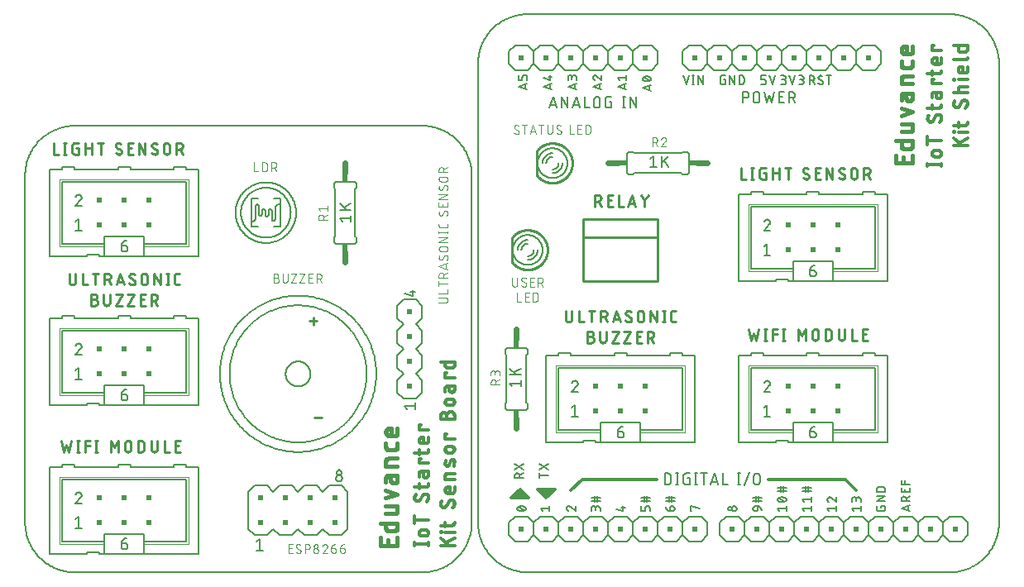
<source format=gbr>
G04 EAGLE Gerber RS-274X export*
G75*
%MOMM*%
%FSLAX34Y34*%
%LPD*%
%INSilkscreen Top*%
%IPPOS*%
%AMOC8*
5,1,8,0,0,1.08239X$1,22.5*%
G01*
%ADD10C,0.355600*%
%ADD11C,0.431800*%
%ADD12C,0.304800*%
%ADD13C,0.127000*%
%ADD14C,0.076200*%
%ADD15C,0.279400*%
%ADD16C,0.152400*%
%ADD17C,0.203200*%
%ADD18C,0.609600*%
%ADD19R,0.609600X0.863600*%
%ADD20C,0.101600*%
%ADD21C,0.050800*%
%ADD22R,0.508000X0.508000*%
%ADD23C,0.254000*%
%ADD24R,0.863600X0.609600*%


D10*
X398653Y28758D02*
X412877Y28758D01*
X412877Y27178D02*
X412877Y30339D01*
X398653Y30339D02*
X398653Y27178D01*
X406555Y37060D02*
X409716Y37060D01*
X406555Y37060D02*
X406443Y37062D01*
X406332Y37068D01*
X406221Y37078D01*
X406110Y37091D01*
X406000Y37109D01*
X405891Y37131D01*
X405782Y37156D01*
X405674Y37185D01*
X405568Y37218D01*
X405462Y37255D01*
X405358Y37295D01*
X405256Y37339D01*
X405155Y37387D01*
X405056Y37438D01*
X404958Y37493D01*
X404863Y37551D01*
X404770Y37612D01*
X404679Y37677D01*
X404590Y37745D01*
X404504Y37816D01*
X404421Y37889D01*
X404340Y37966D01*
X404261Y38046D01*
X404186Y38128D01*
X404114Y38213D01*
X404044Y38300D01*
X403978Y38390D01*
X403915Y38482D01*
X403855Y38577D01*
X403799Y38673D01*
X403746Y38771D01*
X403697Y38871D01*
X403651Y38973D01*
X403609Y39076D01*
X403570Y39181D01*
X403535Y39287D01*
X403504Y39394D01*
X403477Y39502D01*
X403453Y39611D01*
X403434Y39721D01*
X403418Y39831D01*
X403406Y39942D01*
X403398Y40054D01*
X403394Y40165D01*
X403394Y40277D01*
X403398Y40388D01*
X403406Y40500D01*
X403418Y40611D01*
X403434Y40721D01*
X403453Y40831D01*
X403477Y40940D01*
X403504Y41048D01*
X403535Y41155D01*
X403570Y41261D01*
X403609Y41366D01*
X403651Y41469D01*
X403697Y41571D01*
X403746Y41671D01*
X403799Y41769D01*
X403855Y41865D01*
X403915Y41960D01*
X403978Y42052D01*
X404044Y42142D01*
X404114Y42229D01*
X404186Y42314D01*
X404261Y42396D01*
X404340Y42476D01*
X404421Y42553D01*
X404504Y42626D01*
X404590Y42697D01*
X404679Y42765D01*
X404770Y42830D01*
X404863Y42891D01*
X404958Y42949D01*
X405056Y43004D01*
X405155Y43055D01*
X405256Y43103D01*
X405358Y43147D01*
X405462Y43187D01*
X405568Y43224D01*
X405674Y43257D01*
X405782Y43286D01*
X405891Y43311D01*
X406000Y43333D01*
X406110Y43351D01*
X406221Y43364D01*
X406332Y43374D01*
X406443Y43380D01*
X406555Y43382D01*
X409716Y43382D01*
X409828Y43380D01*
X409939Y43374D01*
X410050Y43364D01*
X410161Y43351D01*
X410271Y43333D01*
X410380Y43311D01*
X410489Y43286D01*
X410597Y43257D01*
X410703Y43224D01*
X410809Y43187D01*
X410913Y43147D01*
X411015Y43103D01*
X411116Y43055D01*
X411215Y43004D01*
X411313Y42949D01*
X411408Y42891D01*
X411501Y42830D01*
X411592Y42765D01*
X411681Y42697D01*
X411767Y42626D01*
X411850Y42553D01*
X411931Y42476D01*
X412010Y42396D01*
X412085Y42314D01*
X412157Y42229D01*
X412227Y42142D01*
X412293Y42052D01*
X412356Y41960D01*
X412416Y41865D01*
X412472Y41769D01*
X412525Y41671D01*
X412574Y41571D01*
X412620Y41469D01*
X412662Y41366D01*
X412701Y41261D01*
X412736Y41155D01*
X412767Y41048D01*
X412794Y40940D01*
X412818Y40831D01*
X412837Y40721D01*
X412853Y40611D01*
X412865Y40500D01*
X412873Y40388D01*
X412877Y40277D01*
X412877Y40165D01*
X412873Y40054D01*
X412865Y39942D01*
X412853Y39831D01*
X412837Y39721D01*
X412818Y39611D01*
X412794Y39502D01*
X412767Y39394D01*
X412736Y39287D01*
X412701Y39181D01*
X412662Y39076D01*
X412620Y38973D01*
X412574Y38871D01*
X412525Y38771D01*
X412472Y38673D01*
X412416Y38577D01*
X412356Y38482D01*
X412293Y38390D01*
X412227Y38300D01*
X412157Y38213D01*
X412085Y38128D01*
X412010Y38046D01*
X411931Y37966D01*
X411850Y37889D01*
X411767Y37816D01*
X411681Y37745D01*
X411592Y37677D01*
X411501Y37612D01*
X411408Y37551D01*
X411313Y37493D01*
X411215Y37438D01*
X411116Y37387D01*
X411015Y37339D01*
X410913Y37295D01*
X410809Y37255D01*
X410703Y37218D01*
X410597Y37185D01*
X410489Y37156D01*
X410380Y37131D01*
X410271Y37109D01*
X410161Y37091D01*
X410050Y37078D01*
X409939Y37068D01*
X409828Y37062D01*
X409716Y37060D01*
X412877Y53768D02*
X398653Y53768D01*
X398653Y49817D02*
X398653Y57720D01*
X412877Y76963D02*
X412875Y77073D01*
X412869Y77184D01*
X412860Y77293D01*
X412846Y77403D01*
X412829Y77512D01*
X412808Y77620D01*
X412783Y77728D01*
X412755Y77834D01*
X412722Y77940D01*
X412686Y78044D01*
X412647Y78147D01*
X412604Y78249D01*
X412557Y78349D01*
X412507Y78447D01*
X412454Y78544D01*
X412397Y78638D01*
X412337Y78731D01*
X412273Y78821D01*
X412207Y78909D01*
X412137Y78995D01*
X412065Y79078D01*
X411990Y79159D01*
X411912Y79237D01*
X411831Y79312D01*
X411748Y79384D01*
X411662Y79454D01*
X411574Y79520D01*
X411484Y79584D01*
X411391Y79644D01*
X411297Y79701D01*
X411200Y79754D01*
X411102Y79804D01*
X411002Y79851D01*
X410900Y79894D01*
X410797Y79933D01*
X410693Y79969D01*
X410587Y80002D01*
X410481Y80030D01*
X410373Y80055D01*
X410265Y80076D01*
X410156Y80093D01*
X410046Y80107D01*
X409937Y80116D01*
X409826Y80122D01*
X409716Y80124D01*
X412877Y76963D02*
X412875Y76803D01*
X412869Y76644D01*
X412860Y76484D01*
X412846Y76325D01*
X412829Y76166D01*
X412808Y76008D01*
X412784Y75850D01*
X412755Y75693D01*
X412723Y75536D01*
X412687Y75381D01*
X412647Y75226D01*
X412604Y75072D01*
X412557Y74919D01*
X412506Y74768D01*
X412452Y74618D01*
X412394Y74469D01*
X412332Y74321D01*
X412267Y74175D01*
X412199Y74031D01*
X412127Y73888D01*
X412052Y73747D01*
X411973Y73608D01*
X411891Y73471D01*
X411806Y73336D01*
X411718Y73203D01*
X411626Y73072D01*
X411532Y72943D01*
X411434Y72817D01*
X411333Y72693D01*
X411230Y72571D01*
X411123Y72452D01*
X411014Y72336D01*
X410902Y72222D01*
X401814Y72617D02*
X401704Y72619D01*
X401593Y72625D01*
X401484Y72634D01*
X401374Y72648D01*
X401265Y72665D01*
X401157Y72686D01*
X401049Y72711D01*
X400943Y72739D01*
X400837Y72772D01*
X400733Y72808D01*
X400630Y72847D01*
X400528Y72890D01*
X400428Y72937D01*
X400330Y72987D01*
X400234Y73040D01*
X400139Y73097D01*
X400046Y73157D01*
X399956Y73221D01*
X399868Y73287D01*
X399782Y73357D01*
X399699Y73429D01*
X399618Y73504D01*
X399540Y73582D01*
X399465Y73663D01*
X399393Y73746D01*
X399323Y73832D01*
X399257Y73920D01*
X399193Y74010D01*
X399133Y74103D01*
X399076Y74198D01*
X399023Y74294D01*
X398973Y74392D01*
X398926Y74492D01*
X398883Y74594D01*
X398844Y74697D01*
X398808Y74801D01*
X398775Y74907D01*
X398747Y75013D01*
X398722Y75121D01*
X398701Y75229D01*
X398684Y75338D01*
X398670Y75448D01*
X398661Y75557D01*
X398655Y75668D01*
X398653Y75778D01*
X398655Y75931D01*
X398661Y76083D01*
X398671Y76235D01*
X398684Y76387D01*
X398702Y76539D01*
X398724Y76690D01*
X398749Y76840D01*
X398778Y76990D01*
X398811Y77139D01*
X398848Y77287D01*
X398889Y77434D01*
X398934Y77580D01*
X398982Y77725D01*
X399034Y77868D01*
X399089Y78010D01*
X399149Y78151D01*
X399211Y78290D01*
X399278Y78427D01*
X399348Y78563D01*
X399421Y78696D01*
X399498Y78828D01*
X399578Y78958D01*
X399662Y79086D01*
X399748Y79211D01*
X399838Y79334D01*
X404580Y74197D02*
X404522Y74103D01*
X404460Y74010D01*
X404396Y73919D01*
X404328Y73831D01*
X404258Y73745D01*
X404184Y73662D01*
X404108Y73581D01*
X404029Y73503D01*
X403947Y73428D01*
X403863Y73356D01*
X403776Y73286D01*
X403687Y73220D01*
X403596Y73157D01*
X403502Y73097D01*
X403407Y73040D01*
X403309Y72987D01*
X403210Y72936D01*
X403109Y72890D01*
X403007Y72847D01*
X402903Y72807D01*
X402798Y72771D01*
X402691Y72739D01*
X402584Y72711D01*
X402476Y72686D01*
X402367Y72665D01*
X402257Y72648D01*
X402147Y72634D01*
X402036Y72625D01*
X401925Y72619D01*
X401814Y72617D01*
X406950Y78544D02*
X407009Y78638D01*
X407070Y78731D01*
X407134Y78822D01*
X407202Y78910D01*
X407272Y78996D01*
X407346Y79079D01*
X407422Y79160D01*
X407501Y79238D01*
X407583Y79313D01*
X407667Y79385D01*
X407754Y79455D01*
X407843Y79521D01*
X407934Y79584D01*
X408028Y79644D01*
X408123Y79701D01*
X408221Y79755D01*
X408320Y79805D01*
X408421Y79851D01*
X408523Y79894D01*
X408627Y79934D01*
X408732Y79970D01*
X408839Y80002D01*
X408946Y80030D01*
X409054Y80055D01*
X409163Y80076D01*
X409273Y80093D01*
X409383Y80107D01*
X409494Y80116D01*
X409605Y80122D01*
X409716Y80124D01*
X406950Y78544D02*
X404580Y74198D01*
X403394Y85576D02*
X403394Y90317D01*
X398653Y87156D02*
X410506Y87156D01*
X410601Y87158D01*
X410697Y87164D01*
X410792Y87173D01*
X410886Y87187D01*
X410980Y87204D01*
X411073Y87225D01*
X411166Y87250D01*
X411257Y87278D01*
X411347Y87310D01*
X411435Y87346D01*
X411522Y87385D01*
X411608Y87428D01*
X411692Y87474D01*
X411773Y87523D01*
X411853Y87576D01*
X411930Y87632D01*
X412006Y87690D01*
X412078Y87752D01*
X412148Y87817D01*
X412216Y87885D01*
X412281Y87955D01*
X412343Y88027D01*
X412401Y88103D01*
X412457Y88180D01*
X412510Y88260D01*
X412559Y88342D01*
X412605Y88425D01*
X412648Y88511D01*
X412687Y88598D01*
X412723Y88686D01*
X412755Y88776D01*
X412783Y88867D01*
X412808Y88960D01*
X412829Y89053D01*
X412846Y89147D01*
X412860Y89241D01*
X412869Y89336D01*
X412875Y89432D01*
X412877Y89527D01*
X412877Y90317D01*
X407345Y99613D02*
X407345Y103169D01*
X407345Y99613D02*
X407347Y99510D01*
X407353Y99406D01*
X407362Y99303D01*
X407376Y99201D01*
X407393Y99099D01*
X407414Y98998D01*
X407439Y98897D01*
X407468Y98798D01*
X407500Y98699D01*
X407536Y98602D01*
X407576Y98507D01*
X407619Y98413D01*
X407666Y98321D01*
X407716Y98230D01*
X407769Y98141D01*
X407826Y98055D01*
X407885Y97970D01*
X407948Y97888D01*
X408014Y97809D01*
X408083Y97732D01*
X408155Y97657D01*
X408230Y97585D01*
X408307Y97516D01*
X408386Y97450D01*
X408468Y97387D01*
X408553Y97328D01*
X408639Y97271D01*
X408728Y97218D01*
X408819Y97168D01*
X408911Y97121D01*
X409005Y97078D01*
X409100Y97038D01*
X409197Y97002D01*
X409296Y96970D01*
X409395Y96941D01*
X409496Y96916D01*
X409597Y96895D01*
X409699Y96878D01*
X409801Y96864D01*
X409904Y96855D01*
X410008Y96849D01*
X410111Y96847D01*
X410214Y96849D01*
X410318Y96855D01*
X410421Y96864D01*
X410523Y96878D01*
X410625Y96895D01*
X410726Y96916D01*
X410827Y96941D01*
X410926Y96970D01*
X411025Y97002D01*
X411122Y97038D01*
X411217Y97078D01*
X411311Y97121D01*
X411403Y97168D01*
X411494Y97218D01*
X411583Y97271D01*
X411669Y97328D01*
X411754Y97387D01*
X411836Y97450D01*
X411915Y97516D01*
X411992Y97585D01*
X412067Y97657D01*
X412139Y97732D01*
X412208Y97809D01*
X412274Y97888D01*
X412337Y97970D01*
X412396Y98055D01*
X412453Y98141D01*
X412506Y98230D01*
X412556Y98321D01*
X412603Y98413D01*
X412646Y98507D01*
X412686Y98602D01*
X412722Y98699D01*
X412754Y98798D01*
X412783Y98897D01*
X412808Y98998D01*
X412829Y99099D01*
X412846Y99201D01*
X412860Y99303D01*
X412869Y99406D01*
X412875Y99510D01*
X412877Y99613D01*
X412877Y103169D01*
X405765Y103169D01*
X405670Y103167D01*
X405574Y103161D01*
X405479Y103152D01*
X405385Y103138D01*
X405291Y103121D01*
X405198Y103100D01*
X405105Y103075D01*
X405014Y103047D01*
X404924Y103015D01*
X404836Y102979D01*
X404749Y102940D01*
X404663Y102897D01*
X404580Y102851D01*
X404498Y102802D01*
X404418Y102749D01*
X404341Y102693D01*
X404265Y102635D01*
X404193Y102573D01*
X404123Y102508D01*
X404055Y102440D01*
X403990Y102370D01*
X403928Y102298D01*
X403870Y102222D01*
X403814Y102145D01*
X403761Y102065D01*
X403712Y101984D01*
X403666Y101900D01*
X403623Y101814D01*
X403584Y101727D01*
X403548Y101639D01*
X403516Y101549D01*
X403488Y101458D01*
X403463Y101365D01*
X403442Y101272D01*
X403425Y101178D01*
X403411Y101084D01*
X403402Y100989D01*
X403396Y100894D01*
X403394Y100798D01*
X403394Y97638D01*
X403394Y111723D02*
X412877Y111723D01*
X403394Y111723D02*
X403394Y116464D01*
X404975Y116464D01*
X403394Y120486D02*
X403394Y125227D01*
X398653Y122066D02*
X410506Y122066D01*
X410601Y122068D01*
X410697Y122074D01*
X410792Y122083D01*
X410886Y122097D01*
X410980Y122114D01*
X411073Y122135D01*
X411166Y122160D01*
X411257Y122188D01*
X411347Y122220D01*
X411435Y122256D01*
X411522Y122295D01*
X411608Y122338D01*
X411692Y122384D01*
X411773Y122433D01*
X411853Y122486D01*
X411930Y122542D01*
X412006Y122600D01*
X412078Y122662D01*
X412148Y122727D01*
X412216Y122795D01*
X412281Y122865D01*
X412343Y122937D01*
X412401Y123013D01*
X412457Y123090D01*
X412510Y123170D01*
X412559Y123252D01*
X412605Y123335D01*
X412648Y123421D01*
X412687Y123508D01*
X412723Y123596D01*
X412755Y123686D01*
X412783Y123777D01*
X412808Y123870D01*
X412829Y123963D01*
X412846Y124057D01*
X412860Y124151D01*
X412869Y124246D01*
X412875Y124342D01*
X412877Y124437D01*
X412877Y125227D01*
X412877Y134261D02*
X412877Y138212D01*
X412877Y134261D02*
X412875Y134166D01*
X412869Y134070D01*
X412860Y133975D01*
X412846Y133881D01*
X412829Y133787D01*
X412808Y133694D01*
X412783Y133601D01*
X412755Y133510D01*
X412723Y133420D01*
X412687Y133332D01*
X412648Y133245D01*
X412605Y133159D01*
X412559Y133076D01*
X412510Y132994D01*
X412457Y132914D01*
X412401Y132837D01*
X412343Y132761D01*
X412281Y132689D01*
X412216Y132619D01*
X412148Y132551D01*
X412078Y132486D01*
X412006Y132424D01*
X411930Y132366D01*
X411853Y132310D01*
X411773Y132257D01*
X411692Y132208D01*
X411608Y132162D01*
X411522Y132119D01*
X411435Y132080D01*
X411347Y132044D01*
X411257Y132012D01*
X411166Y131984D01*
X411073Y131959D01*
X410980Y131938D01*
X410886Y131921D01*
X410792Y131907D01*
X410697Y131898D01*
X410602Y131892D01*
X410506Y131890D01*
X406555Y131890D01*
X406443Y131892D01*
X406332Y131898D01*
X406221Y131908D01*
X406110Y131921D01*
X406000Y131939D01*
X405891Y131961D01*
X405782Y131986D01*
X405674Y132015D01*
X405568Y132048D01*
X405462Y132085D01*
X405358Y132125D01*
X405256Y132169D01*
X405155Y132217D01*
X405056Y132268D01*
X404958Y132323D01*
X404863Y132381D01*
X404770Y132442D01*
X404679Y132507D01*
X404590Y132575D01*
X404504Y132646D01*
X404421Y132719D01*
X404340Y132796D01*
X404261Y132876D01*
X404186Y132958D01*
X404114Y133043D01*
X404044Y133130D01*
X403978Y133220D01*
X403915Y133312D01*
X403855Y133407D01*
X403799Y133503D01*
X403746Y133601D01*
X403697Y133701D01*
X403651Y133803D01*
X403609Y133906D01*
X403570Y134011D01*
X403535Y134117D01*
X403504Y134224D01*
X403477Y134332D01*
X403453Y134441D01*
X403434Y134551D01*
X403418Y134661D01*
X403406Y134772D01*
X403398Y134884D01*
X403394Y134995D01*
X403394Y135107D01*
X403398Y135218D01*
X403406Y135330D01*
X403418Y135441D01*
X403434Y135551D01*
X403453Y135661D01*
X403477Y135770D01*
X403504Y135878D01*
X403535Y135985D01*
X403570Y136091D01*
X403609Y136196D01*
X403651Y136299D01*
X403697Y136401D01*
X403746Y136501D01*
X403799Y136599D01*
X403855Y136695D01*
X403915Y136790D01*
X403978Y136882D01*
X404044Y136972D01*
X404114Y137059D01*
X404186Y137144D01*
X404261Y137226D01*
X404340Y137306D01*
X404421Y137383D01*
X404504Y137456D01*
X404590Y137527D01*
X404679Y137595D01*
X404770Y137660D01*
X404863Y137721D01*
X404958Y137779D01*
X405056Y137834D01*
X405155Y137885D01*
X405256Y137933D01*
X405358Y137977D01*
X405462Y138017D01*
X405568Y138054D01*
X405674Y138087D01*
X405782Y138116D01*
X405891Y138141D01*
X406000Y138163D01*
X406110Y138181D01*
X406221Y138194D01*
X406332Y138204D01*
X406443Y138210D01*
X406555Y138212D01*
X408136Y138212D01*
X408136Y131890D01*
X412877Y146112D02*
X403394Y146112D01*
X403394Y150853D01*
X404975Y150853D01*
X425323Y27178D02*
X439547Y27178D01*
X434015Y27178D02*
X425323Y35080D01*
X430855Y30339D02*
X439547Y35080D01*
X439547Y41168D02*
X430064Y41168D01*
X426113Y40772D02*
X425323Y40772D01*
X425323Y41563D01*
X426113Y41563D01*
X426113Y40772D01*
X430064Y46402D02*
X430064Y51143D01*
X425323Y47982D02*
X437176Y47982D01*
X437271Y47984D01*
X437367Y47990D01*
X437462Y47999D01*
X437556Y48013D01*
X437650Y48030D01*
X437743Y48051D01*
X437836Y48076D01*
X437927Y48104D01*
X438017Y48136D01*
X438105Y48172D01*
X438192Y48211D01*
X438278Y48254D01*
X438362Y48300D01*
X438443Y48349D01*
X438523Y48402D01*
X438600Y48458D01*
X438676Y48516D01*
X438748Y48578D01*
X438818Y48643D01*
X438886Y48711D01*
X438951Y48781D01*
X439013Y48853D01*
X439071Y48929D01*
X439127Y49006D01*
X439180Y49086D01*
X439229Y49168D01*
X439275Y49251D01*
X439318Y49337D01*
X439357Y49424D01*
X439393Y49512D01*
X439425Y49602D01*
X439453Y49693D01*
X439478Y49786D01*
X439499Y49879D01*
X439516Y49973D01*
X439530Y50067D01*
X439539Y50162D01*
X439545Y50258D01*
X439547Y50353D01*
X439547Y51143D01*
X439547Y70615D02*
X439545Y70725D01*
X439539Y70836D01*
X439530Y70945D01*
X439516Y71055D01*
X439499Y71164D01*
X439478Y71272D01*
X439453Y71380D01*
X439425Y71486D01*
X439392Y71592D01*
X439356Y71696D01*
X439317Y71799D01*
X439274Y71901D01*
X439227Y72001D01*
X439177Y72099D01*
X439124Y72196D01*
X439067Y72290D01*
X439007Y72383D01*
X438943Y72473D01*
X438877Y72561D01*
X438807Y72647D01*
X438735Y72730D01*
X438660Y72811D01*
X438582Y72889D01*
X438501Y72964D01*
X438418Y73036D01*
X438332Y73106D01*
X438244Y73172D01*
X438154Y73236D01*
X438061Y73296D01*
X437967Y73353D01*
X437870Y73406D01*
X437772Y73456D01*
X437672Y73503D01*
X437570Y73546D01*
X437467Y73585D01*
X437363Y73621D01*
X437257Y73654D01*
X437151Y73682D01*
X437043Y73707D01*
X436935Y73728D01*
X436826Y73745D01*
X436716Y73759D01*
X436607Y73768D01*
X436496Y73774D01*
X436386Y73776D01*
X439547Y70615D02*
X439545Y70455D01*
X439539Y70296D01*
X439530Y70136D01*
X439516Y69977D01*
X439499Y69818D01*
X439478Y69660D01*
X439454Y69502D01*
X439425Y69345D01*
X439393Y69188D01*
X439357Y69033D01*
X439317Y68878D01*
X439274Y68724D01*
X439227Y68571D01*
X439176Y68420D01*
X439122Y68270D01*
X439064Y68121D01*
X439002Y67973D01*
X438937Y67827D01*
X438869Y67683D01*
X438797Y67540D01*
X438722Y67399D01*
X438643Y67260D01*
X438561Y67123D01*
X438476Y66988D01*
X438388Y66855D01*
X438296Y66724D01*
X438202Y66595D01*
X438104Y66469D01*
X438003Y66345D01*
X437900Y66223D01*
X437793Y66104D01*
X437684Y65988D01*
X437572Y65874D01*
X428484Y66269D02*
X428374Y66271D01*
X428263Y66277D01*
X428154Y66286D01*
X428044Y66300D01*
X427935Y66317D01*
X427827Y66338D01*
X427719Y66363D01*
X427613Y66391D01*
X427507Y66424D01*
X427403Y66460D01*
X427300Y66499D01*
X427198Y66542D01*
X427098Y66589D01*
X427000Y66639D01*
X426904Y66692D01*
X426809Y66749D01*
X426716Y66809D01*
X426626Y66873D01*
X426538Y66939D01*
X426452Y67009D01*
X426369Y67081D01*
X426288Y67156D01*
X426210Y67234D01*
X426135Y67315D01*
X426063Y67398D01*
X425993Y67484D01*
X425927Y67572D01*
X425863Y67662D01*
X425803Y67755D01*
X425746Y67850D01*
X425693Y67946D01*
X425643Y68044D01*
X425596Y68144D01*
X425553Y68246D01*
X425514Y68349D01*
X425478Y68453D01*
X425445Y68559D01*
X425417Y68665D01*
X425392Y68773D01*
X425371Y68881D01*
X425354Y68990D01*
X425340Y69100D01*
X425331Y69209D01*
X425325Y69320D01*
X425323Y69430D01*
X425325Y69583D01*
X425331Y69735D01*
X425341Y69887D01*
X425354Y70039D01*
X425372Y70191D01*
X425394Y70342D01*
X425419Y70492D01*
X425448Y70642D01*
X425481Y70791D01*
X425518Y70939D01*
X425559Y71086D01*
X425604Y71232D01*
X425652Y71377D01*
X425704Y71520D01*
X425759Y71662D01*
X425819Y71803D01*
X425881Y71942D01*
X425948Y72079D01*
X426018Y72215D01*
X426091Y72348D01*
X426168Y72480D01*
X426248Y72610D01*
X426332Y72738D01*
X426418Y72863D01*
X426508Y72986D01*
X431250Y67849D02*
X431192Y67755D01*
X431130Y67662D01*
X431066Y67571D01*
X430998Y67483D01*
X430928Y67397D01*
X430854Y67314D01*
X430778Y67233D01*
X430699Y67155D01*
X430617Y67080D01*
X430533Y67008D01*
X430446Y66938D01*
X430357Y66872D01*
X430266Y66809D01*
X430172Y66749D01*
X430077Y66692D01*
X429979Y66639D01*
X429880Y66588D01*
X429779Y66542D01*
X429677Y66499D01*
X429573Y66459D01*
X429468Y66423D01*
X429361Y66391D01*
X429254Y66363D01*
X429146Y66338D01*
X429037Y66317D01*
X428927Y66300D01*
X428817Y66286D01*
X428706Y66277D01*
X428595Y66271D01*
X428484Y66269D01*
X433620Y72196D02*
X433679Y72290D01*
X433740Y72383D01*
X433804Y72474D01*
X433872Y72562D01*
X433942Y72648D01*
X434016Y72731D01*
X434092Y72812D01*
X434171Y72890D01*
X434253Y72965D01*
X434337Y73037D01*
X434424Y73107D01*
X434513Y73173D01*
X434604Y73236D01*
X434698Y73296D01*
X434793Y73353D01*
X434891Y73407D01*
X434990Y73457D01*
X435091Y73503D01*
X435193Y73546D01*
X435297Y73586D01*
X435402Y73622D01*
X435509Y73654D01*
X435616Y73682D01*
X435724Y73707D01*
X435833Y73728D01*
X435943Y73745D01*
X436053Y73759D01*
X436164Y73768D01*
X436275Y73774D01*
X436386Y73776D01*
X433620Y72195D02*
X431250Y67849D01*
X439547Y83103D02*
X439547Y87054D01*
X439547Y83103D02*
X439545Y83008D01*
X439539Y82912D01*
X439530Y82817D01*
X439516Y82723D01*
X439499Y82629D01*
X439478Y82536D01*
X439453Y82443D01*
X439425Y82352D01*
X439393Y82262D01*
X439357Y82174D01*
X439318Y82087D01*
X439275Y82001D01*
X439229Y81918D01*
X439180Y81836D01*
X439127Y81756D01*
X439071Y81679D01*
X439013Y81603D01*
X438951Y81531D01*
X438886Y81461D01*
X438818Y81393D01*
X438748Y81328D01*
X438676Y81266D01*
X438600Y81208D01*
X438523Y81152D01*
X438443Y81099D01*
X438362Y81050D01*
X438278Y81004D01*
X438192Y80961D01*
X438105Y80922D01*
X438017Y80886D01*
X437927Y80854D01*
X437836Y80826D01*
X437743Y80801D01*
X437650Y80780D01*
X437556Y80763D01*
X437462Y80749D01*
X437367Y80740D01*
X437272Y80734D01*
X437176Y80732D01*
X433225Y80732D01*
X433113Y80734D01*
X433002Y80740D01*
X432891Y80750D01*
X432780Y80763D01*
X432670Y80781D01*
X432561Y80803D01*
X432452Y80828D01*
X432344Y80857D01*
X432238Y80890D01*
X432132Y80927D01*
X432028Y80967D01*
X431926Y81011D01*
X431825Y81059D01*
X431726Y81110D01*
X431628Y81165D01*
X431533Y81223D01*
X431440Y81284D01*
X431349Y81349D01*
X431260Y81417D01*
X431174Y81488D01*
X431091Y81561D01*
X431010Y81638D01*
X430931Y81718D01*
X430856Y81800D01*
X430784Y81885D01*
X430714Y81972D01*
X430648Y82062D01*
X430585Y82154D01*
X430525Y82249D01*
X430469Y82345D01*
X430416Y82443D01*
X430367Y82543D01*
X430321Y82645D01*
X430279Y82748D01*
X430240Y82853D01*
X430205Y82959D01*
X430174Y83066D01*
X430147Y83174D01*
X430123Y83283D01*
X430104Y83393D01*
X430088Y83503D01*
X430076Y83614D01*
X430068Y83726D01*
X430064Y83837D01*
X430064Y83949D01*
X430068Y84060D01*
X430076Y84172D01*
X430088Y84283D01*
X430104Y84393D01*
X430123Y84503D01*
X430147Y84612D01*
X430174Y84720D01*
X430205Y84827D01*
X430240Y84933D01*
X430279Y85038D01*
X430321Y85141D01*
X430367Y85243D01*
X430416Y85343D01*
X430469Y85441D01*
X430525Y85537D01*
X430585Y85632D01*
X430648Y85724D01*
X430714Y85814D01*
X430784Y85901D01*
X430856Y85986D01*
X430931Y86068D01*
X431010Y86148D01*
X431091Y86225D01*
X431174Y86298D01*
X431260Y86369D01*
X431349Y86437D01*
X431440Y86502D01*
X431533Y86563D01*
X431628Y86621D01*
X431726Y86676D01*
X431825Y86727D01*
X431926Y86775D01*
X432028Y86819D01*
X432132Y86859D01*
X432238Y86896D01*
X432344Y86929D01*
X432452Y86958D01*
X432561Y86983D01*
X432670Y87005D01*
X432780Y87023D01*
X432891Y87036D01*
X433002Y87046D01*
X433113Y87052D01*
X433225Y87054D01*
X434806Y87054D01*
X434806Y80732D01*
X439547Y94800D02*
X430064Y94800D01*
X430064Y98751D01*
X430066Y98846D01*
X430072Y98942D01*
X430081Y99037D01*
X430095Y99131D01*
X430112Y99225D01*
X430133Y99318D01*
X430158Y99411D01*
X430186Y99502D01*
X430218Y99592D01*
X430254Y99680D01*
X430293Y99767D01*
X430336Y99853D01*
X430382Y99937D01*
X430431Y100018D01*
X430484Y100098D01*
X430540Y100175D01*
X430598Y100251D01*
X430660Y100323D01*
X430725Y100393D01*
X430793Y100461D01*
X430863Y100526D01*
X430935Y100588D01*
X431011Y100646D01*
X431088Y100702D01*
X431168Y100755D01*
X431250Y100804D01*
X431333Y100850D01*
X431419Y100893D01*
X431506Y100932D01*
X431594Y100968D01*
X431684Y101000D01*
X431775Y101028D01*
X431868Y101053D01*
X431961Y101074D01*
X432055Y101091D01*
X432149Y101105D01*
X432244Y101114D01*
X432340Y101120D01*
X432435Y101122D01*
X439547Y101122D01*
X434015Y110054D02*
X435596Y114005D01*
X434015Y110053D02*
X433981Y109971D01*
X433942Y109891D01*
X433901Y109813D01*
X433856Y109736D01*
X433807Y109662D01*
X433756Y109589D01*
X433701Y109519D01*
X433643Y109452D01*
X433583Y109386D01*
X433520Y109324D01*
X433454Y109264D01*
X433385Y109208D01*
X433314Y109154D01*
X433241Y109104D01*
X433166Y109056D01*
X433089Y109012D01*
X433010Y108972D01*
X432929Y108935D01*
X432847Y108901D01*
X432763Y108871D01*
X432679Y108845D01*
X432593Y108822D01*
X432506Y108803D01*
X432418Y108788D01*
X432330Y108777D01*
X432242Y108769D01*
X432153Y108765D01*
X432064Y108766D01*
X431975Y108770D01*
X431887Y108778D01*
X431799Y108789D01*
X431711Y108805D01*
X431624Y108824D01*
X431539Y108847D01*
X431454Y108874D01*
X431370Y108904D01*
X431288Y108938D01*
X431208Y108976D01*
X431129Y109017D01*
X431052Y109061D01*
X430977Y109109D01*
X430904Y109160D01*
X430834Y109214D01*
X430765Y109271D01*
X430700Y109330D01*
X430637Y109393D01*
X430577Y109458D01*
X430519Y109526D01*
X430465Y109597D01*
X430414Y109669D01*
X430366Y109744D01*
X430321Y109821D01*
X430279Y109899D01*
X430242Y109980D01*
X430207Y110062D01*
X430176Y110145D01*
X430149Y110230D01*
X430126Y110315D01*
X430106Y110402D01*
X430090Y110489D01*
X430078Y110577D01*
X430069Y110666D01*
X430065Y110754D01*
X430064Y110843D01*
X430064Y110844D02*
X430070Y111060D01*
X430080Y111275D01*
X430096Y111491D01*
X430118Y111705D01*
X430144Y111919D01*
X430176Y112133D01*
X430212Y112346D01*
X430254Y112557D01*
X430301Y112768D01*
X430353Y112977D01*
X430409Y113186D01*
X430471Y113392D01*
X430538Y113597D01*
X430610Y113801D01*
X430687Y114003D01*
X430768Y114202D01*
X430854Y114400D01*
X435596Y114005D02*
X435630Y114087D01*
X435669Y114167D01*
X435710Y114245D01*
X435755Y114322D01*
X435804Y114396D01*
X435855Y114469D01*
X435910Y114539D01*
X435968Y114606D01*
X436028Y114672D01*
X436091Y114734D01*
X436157Y114793D01*
X436226Y114850D01*
X436297Y114904D01*
X436370Y114954D01*
X436445Y115002D01*
X436522Y115046D01*
X436601Y115086D01*
X436682Y115123D01*
X436764Y115157D01*
X436848Y115187D01*
X436932Y115213D01*
X437018Y115236D01*
X437105Y115255D01*
X437193Y115270D01*
X437281Y115281D01*
X437369Y115289D01*
X437458Y115293D01*
X437547Y115292D01*
X437636Y115288D01*
X437724Y115280D01*
X437812Y115269D01*
X437900Y115253D01*
X437987Y115234D01*
X438072Y115211D01*
X438157Y115184D01*
X438241Y115154D01*
X438323Y115120D01*
X438403Y115082D01*
X438482Y115041D01*
X438559Y114997D01*
X438634Y114949D01*
X438707Y114898D01*
X438777Y114844D01*
X438846Y114787D01*
X438911Y114728D01*
X438974Y114665D01*
X439034Y114600D01*
X439092Y114532D01*
X439146Y114461D01*
X439197Y114389D01*
X439245Y114314D01*
X439290Y114237D01*
X439332Y114159D01*
X439369Y114078D01*
X439404Y113996D01*
X439435Y113913D01*
X439462Y113828D01*
X439485Y113743D01*
X439505Y113656D01*
X439521Y113569D01*
X439533Y113481D01*
X439542Y113392D01*
X439546Y113304D01*
X439547Y113215D01*
X439547Y113214D02*
X439538Y112898D01*
X439523Y112581D01*
X439499Y112265D01*
X439469Y111949D01*
X439430Y111635D01*
X439385Y111321D01*
X439332Y111009D01*
X439271Y110697D01*
X439204Y110388D01*
X439129Y110080D01*
X439046Y109774D01*
X438957Y109470D01*
X438860Y109168D01*
X438756Y108868D01*
X436386Y122415D02*
X433225Y122415D01*
X433113Y122417D01*
X433002Y122423D01*
X432891Y122433D01*
X432780Y122446D01*
X432670Y122464D01*
X432561Y122486D01*
X432452Y122511D01*
X432344Y122540D01*
X432238Y122573D01*
X432132Y122610D01*
X432028Y122650D01*
X431926Y122694D01*
X431825Y122742D01*
X431726Y122793D01*
X431628Y122848D01*
X431533Y122906D01*
X431440Y122967D01*
X431349Y123032D01*
X431260Y123100D01*
X431174Y123171D01*
X431091Y123244D01*
X431010Y123321D01*
X430931Y123401D01*
X430856Y123483D01*
X430784Y123568D01*
X430714Y123655D01*
X430648Y123745D01*
X430585Y123837D01*
X430525Y123932D01*
X430469Y124028D01*
X430416Y124126D01*
X430367Y124226D01*
X430321Y124328D01*
X430279Y124431D01*
X430240Y124536D01*
X430205Y124642D01*
X430174Y124749D01*
X430147Y124857D01*
X430123Y124966D01*
X430104Y125076D01*
X430088Y125186D01*
X430076Y125297D01*
X430068Y125409D01*
X430064Y125520D01*
X430064Y125632D01*
X430068Y125743D01*
X430076Y125855D01*
X430088Y125966D01*
X430104Y126076D01*
X430123Y126186D01*
X430147Y126295D01*
X430174Y126403D01*
X430205Y126510D01*
X430240Y126616D01*
X430279Y126721D01*
X430321Y126824D01*
X430367Y126926D01*
X430416Y127026D01*
X430469Y127124D01*
X430525Y127220D01*
X430585Y127315D01*
X430648Y127407D01*
X430714Y127497D01*
X430784Y127584D01*
X430856Y127669D01*
X430931Y127751D01*
X431010Y127831D01*
X431091Y127908D01*
X431174Y127981D01*
X431260Y128052D01*
X431349Y128120D01*
X431440Y128185D01*
X431533Y128246D01*
X431628Y128304D01*
X431726Y128359D01*
X431825Y128410D01*
X431926Y128458D01*
X432028Y128502D01*
X432132Y128542D01*
X432238Y128579D01*
X432344Y128612D01*
X432452Y128641D01*
X432561Y128666D01*
X432670Y128688D01*
X432780Y128706D01*
X432891Y128719D01*
X433002Y128729D01*
X433113Y128735D01*
X433225Y128737D01*
X436386Y128737D01*
X436498Y128735D01*
X436609Y128729D01*
X436720Y128719D01*
X436831Y128706D01*
X436941Y128688D01*
X437050Y128666D01*
X437159Y128641D01*
X437267Y128612D01*
X437373Y128579D01*
X437479Y128542D01*
X437583Y128502D01*
X437685Y128458D01*
X437786Y128410D01*
X437885Y128359D01*
X437983Y128304D01*
X438078Y128246D01*
X438171Y128185D01*
X438262Y128120D01*
X438351Y128052D01*
X438437Y127981D01*
X438520Y127908D01*
X438601Y127831D01*
X438680Y127751D01*
X438755Y127669D01*
X438827Y127584D01*
X438897Y127497D01*
X438963Y127407D01*
X439026Y127315D01*
X439086Y127220D01*
X439142Y127124D01*
X439195Y127026D01*
X439244Y126926D01*
X439290Y126824D01*
X439332Y126721D01*
X439371Y126616D01*
X439406Y126510D01*
X439437Y126403D01*
X439464Y126295D01*
X439488Y126186D01*
X439507Y126076D01*
X439523Y125966D01*
X439535Y125855D01*
X439543Y125743D01*
X439547Y125632D01*
X439547Y125520D01*
X439543Y125409D01*
X439535Y125297D01*
X439523Y125186D01*
X439507Y125076D01*
X439488Y124966D01*
X439464Y124857D01*
X439437Y124749D01*
X439406Y124642D01*
X439371Y124536D01*
X439332Y124431D01*
X439290Y124328D01*
X439244Y124226D01*
X439195Y124126D01*
X439142Y124028D01*
X439086Y123932D01*
X439026Y123837D01*
X438963Y123745D01*
X438897Y123655D01*
X438827Y123568D01*
X438755Y123483D01*
X438680Y123401D01*
X438601Y123321D01*
X438520Y123244D01*
X438437Y123171D01*
X438351Y123100D01*
X438262Y123032D01*
X438171Y122967D01*
X438078Y122906D01*
X437983Y122848D01*
X437885Y122793D01*
X437786Y122742D01*
X437685Y122694D01*
X437583Y122650D01*
X437479Y122610D01*
X437373Y122573D01*
X437267Y122540D01*
X437159Y122511D01*
X437050Y122486D01*
X436941Y122464D01*
X436831Y122446D01*
X436720Y122433D01*
X436609Y122423D01*
X436498Y122417D01*
X436386Y122415D01*
X439547Y136637D02*
X430064Y136637D01*
X430064Y141379D01*
X431645Y141379D01*
X431645Y156396D02*
X431645Y160347D01*
X431647Y160471D01*
X431653Y160595D01*
X431663Y160719D01*
X431676Y160842D01*
X431694Y160965D01*
X431715Y161087D01*
X431740Y161209D01*
X431769Y161330D01*
X431802Y161449D01*
X431838Y161568D01*
X431879Y161685D01*
X431922Y161801D01*
X431970Y161916D01*
X432021Y162029D01*
X432076Y162141D01*
X432134Y162250D01*
X432195Y162358D01*
X432260Y162464D01*
X432328Y162568D01*
X432400Y162669D01*
X432474Y162769D01*
X432552Y162865D01*
X432632Y162960D01*
X432716Y163052D01*
X432802Y163141D01*
X432891Y163227D01*
X432983Y163311D01*
X433078Y163391D01*
X433174Y163469D01*
X433274Y163543D01*
X433375Y163615D01*
X433479Y163683D01*
X433585Y163748D01*
X433693Y163809D01*
X433802Y163867D01*
X433914Y163922D01*
X434027Y163973D01*
X434142Y164021D01*
X434258Y164064D01*
X434375Y164105D01*
X434494Y164141D01*
X434613Y164174D01*
X434734Y164203D01*
X434856Y164228D01*
X434978Y164249D01*
X435101Y164267D01*
X435224Y164280D01*
X435348Y164290D01*
X435472Y164296D01*
X435596Y164298D01*
X435720Y164296D01*
X435844Y164290D01*
X435968Y164280D01*
X436091Y164267D01*
X436214Y164249D01*
X436336Y164228D01*
X436458Y164203D01*
X436579Y164174D01*
X436698Y164141D01*
X436817Y164105D01*
X436934Y164064D01*
X437050Y164021D01*
X437165Y163973D01*
X437278Y163922D01*
X437390Y163867D01*
X437499Y163809D01*
X437607Y163748D01*
X437713Y163683D01*
X437817Y163615D01*
X437918Y163543D01*
X438018Y163469D01*
X438114Y163391D01*
X438209Y163311D01*
X438301Y163227D01*
X438390Y163141D01*
X438476Y163052D01*
X438560Y162960D01*
X438640Y162865D01*
X438718Y162769D01*
X438792Y162669D01*
X438864Y162568D01*
X438932Y162464D01*
X438997Y162358D01*
X439058Y162250D01*
X439116Y162141D01*
X439171Y162029D01*
X439222Y161916D01*
X439270Y161801D01*
X439313Y161685D01*
X439354Y161568D01*
X439390Y161449D01*
X439423Y161330D01*
X439452Y161209D01*
X439477Y161087D01*
X439498Y160965D01*
X439516Y160842D01*
X439529Y160719D01*
X439539Y160595D01*
X439545Y160471D01*
X439547Y160347D01*
X439547Y156396D01*
X425323Y156396D01*
X425323Y160347D01*
X425325Y160459D01*
X425331Y160570D01*
X425341Y160681D01*
X425354Y160792D01*
X425372Y160902D01*
X425394Y161011D01*
X425419Y161120D01*
X425448Y161228D01*
X425481Y161334D01*
X425518Y161440D01*
X425558Y161544D01*
X425602Y161646D01*
X425650Y161747D01*
X425701Y161846D01*
X425756Y161944D01*
X425814Y162039D01*
X425875Y162132D01*
X425940Y162223D01*
X426008Y162312D01*
X426079Y162398D01*
X426152Y162481D01*
X426229Y162562D01*
X426309Y162641D01*
X426391Y162716D01*
X426476Y162788D01*
X426563Y162858D01*
X426653Y162924D01*
X426745Y162987D01*
X426840Y163047D01*
X426936Y163103D01*
X427034Y163156D01*
X427134Y163205D01*
X427236Y163251D01*
X427339Y163293D01*
X427444Y163332D01*
X427550Y163367D01*
X427657Y163398D01*
X427765Y163425D01*
X427874Y163449D01*
X427984Y163468D01*
X428094Y163484D01*
X428205Y163496D01*
X428317Y163504D01*
X428428Y163508D01*
X428540Y163508D01*
X428651Y163504D01*
X428763Y163496D01*
X428874Y163484D01*
X428984Y163468D01*
X429094Y163449D01*
X429203Y163425D01*
X429311Y163398D01*
X429418Y163367D01*
X429524Y163332D01*
X429629Y163293D01*
X429732Y163251D01*
X429834Y163205D01*
X429934Y163156D01*
X430032Y163103D01*
X430128Y163047D01*
X430223Y162987D01*
X430315Y162924D01*
X430405Y162858D01*
X430492Y162788D01*
X430577Y162716D01*
X430659Y162641D01*
X430739Y162562D01*
X430816Y162481D01*
X430889Y162398D01*
X430960Y162312D01*
X431028Y162223D01*
X431093Y162132D01*
X431154Y162039D01*
X431212Y161944D01*
X431267Y161846D01*
X431318Y161747D01*
X431366Y161646D01*
X431410Y161544D01*
X431450Y161440D01*
X431487Y161334D01*
X431520Y161228D01*
X431549Y161120D01*
X431574Y161011D01*
X431596Y160902D01*
X431614Y160792D01*
X431627Y160681D01*
X431637Y160570D01*
X431643Y160459D01*
X431645Y160347D01*
X433225Y170872D02*
X436386Y170872D01*
X433225Y170872D02*
X433113Y170874D01*
X433002Y170880D01*
X432891Y170890D01*
X432780Y170903D01*
X432670Y170921D01*
X432561Y170943D01*
X432452Y170968D01*
X432344Y170997D01*
X432238Y171030D01*
X432132Y171067D01*
X432028Y171107D01*
X431926Y171151D01*
X431825Y171199D01*
X431726Y171250D01*
X431628Y171305D01*
X431533Y171363D01*
X431440Y171424D01*
X431349Y171489D01*
X431260Y171557D01*
X431174Y171628D01*
X431091Y171701D01*
X431010Y171778D01*
X430931Y171858D01*
X430856Y171940D01*
X430784Y172025D01*
X430714Y172112D01*
X430648Y172202D01*
X430585Y172294D01*
X430525Y172389D01*
X430469Y172485D01*
X430416Y172583D01*
X430367Y172683D01*
X430321Y172785D01*
X430279Y172888D01*
X430240Y172993D01*
X430205Y173099D01*
X430174Y173206D01*
X430147Y173314D01*
X430123Y173423D01*
X430104Y173533D01*
X430088Y173643D01*
X430076Y173754D01*
X430068Y173866D01*
X430064Y173977D01*
X430064Y174089D01*
X430068Y174200D01*
X430076Y174312D01*
X430088Y174423D01*
X430104Y174533D01*
X430123Y174643D01*
X430147Y174752D01*
X430174Y174860D01*
X430205Y174967D01*
X430240Y175073D01*
X430279Y175178D01*
X430321Y175281D01*
X430367Y175383D01*
X430416Y175483D01*
X430469Y175581D01*
X430525Y175677D01*
X430585Y175772D01*
X430648Y175864D01*
X430714Y175954D01*
X430784Y176041D01*
X430856Y176126D01*
X430931Y176208D01*
X431010Y176288D01*
X431091Y176365D01*
X431174Y176438D01*
X431260Y176509D01*
X431349Y176577D01*
X431440Y176642D01*
X431533Y176703D01*
X431628Y176761D01*
X431726Y176816D01*
X431825Y176867D01*
X431926Y176915D01*
X432028Y176959D01*
X432132Y176999D01*
X432238Y177036D01*
X432344Y177069D01*
X432452Y177098D01*
X432561Y177123D01*
X432670Y177145D01*
X432780Y177163D01*
X432891Y177176D01*
X433002Y177186D01*
X433113Y177192D01*
X433225Y177194D01*
X436386Y177194D01*
X436498Y177192D01*
X436609Y177186D01*
X436720Y177176D01*
X436831Y177163D01*
X436941Y177145D01*
X437050Y177123D01*
X437159Y177098D01*
X437267Y177069D01*
X437373Y177036D01*
X437479Y176999D01*
X437583Y176959D01*
X437685Y176915D01*
X437786Y176867D01*
X437885Y176816D01*
X437983Y176761D01*
X438078Y176703D01*
X438171Y176642D01*
X438262Y176577D01*
X438351Y176509D01*
X438437Y176438D01*
X438520Y176365D01*
X438601Y176288D01*
X438680Y176208D01*
X438755Y176126D01*
X438827Y176041D01*
X438897Y175954D01*
X438963Y175864D01*
X439026Y175772D01*
X439086Y175677D01*
X439142Y175581D01*
X439195Y175483D01*
X439244Y175383D01*
X439290Y175281D01*
X439332Y175178D01*
X439371Y175073D01*
X439406Y174967D01*
X439437Y174860D01*
X439464Y174752D01*
X439488Y174643D01*
X439507Y174533D01*
X439523Y174423D01*
X439535Y174312D01*
X439543Y174200D01*
X439547Y174089D01*
X439547Y173977D01*
X439543Y173866D01*
X439535Y173754D01*
X439523Y173643D01*
X439507Y173533D01*
X439488Y173423D01*
X439464Y173314D01*
X439437Y173206D01*
X439406Y173099D01*
X439371Y172993D01*
X439332Y172888D01*
X439290Y172785D01*
X439244Y172683D01*
X439195Y172583D01*
X439142Y172485D01*
X439086Y172389D01*
X439026Y172294D01*
X438963Y172202D01*
X438897Y172112D01*
X438827Y172025D01*
X438755Y171940D01*
X438680Y171858D01*
X438601Y171778D01*
X438520Y171701D01*
X438437Y171628D01*
X438351Y171557D01*
X438262Y171489D01*
X438171Y171424D01*
X438078Y171363D01*
X437983Y171305D01*
X437885Y171250D01*
X437786Y171199D01*
X437685Y171151D01*
X437583Y171107D01*
X437479Y171067D01*
X437373Y171030D01*
X437267Y170997D01*
X437159Y170968D01*
X437050Y170943D01*
X436941Y170921D01*
X436831Y170903D01*
X436720Y170890D01*
X436609Y170880D01*
X436498Y170874D01*
X436386Y170872D01*
X434015Y187052D02*
X434015Y190608D01*
X434015Y187052D02*
X434017Y186949D01*
X434023Y186845D01*
X434032Y186742D01*
X434046Y186640D01*
X434063Y186538D01*
X434084Y186437D01*
X434109Y186336D01*
X434138Y186237D01*
X434170Y186138D01*
X434206Y186041D01*
X434246Y185946D01*
X434289Y185852D01*
X434336Y185760D01*
X434386Y185669D01*
X434439Y185580D01*
X434496Y185494D01*
X434555Y185409D01*
X434618Y185327D01*
X434684Y185248D01*
X434753Y185171D01*
X434825Y185096D01*
X434900Y185024D01*
X434977Y184955D01*
X435056Y184889D01*
X435138Y184826D01*
X435223Y184767D01*
X435309Y184710D01*
X435398Y184657D01*
X435489Y184607D01*
X435581Y184560D01*
X435675Y184517D01*
X435770Y184477D01*
X435867Y184441D01*
X435966Y184409D01*
X436065Y184380D01*
X436166Y184355D01*
X436267Y184334D01*
X436369Y184317D01*
X436471Y184303D01*
X436574Y184294D01*
X436678Y184288D01*
X436781Y184286D01*
X436884Y184288D01*
X436988Y184294D01*
X437091Y184303D01*
X437193Y184317D01*
X437295Y184334D01*
X437396Y184355D01*
X437497Y184380D01*
X437596Y184409D01*
X437695Y184441D01*
X437792Y184477D01*
X437887Y184517D01*
X437981Y184560D01*
X438073Y184607D01*
X438164Y184657D01*
X438253Y184710D01*
X438339Y184767D01*
X438424Y184826D01*
X438506Y184889D01*
X438585Y184955D01*
X438662Y185024D01*
X438737Y185096D01*
X438809Y185171D01*
X438878Y185248D01*
X438944Y185327D01*
X439007Y185409D01*
X439066Y185494D01*
X439123Y185580D01*
X439176Y185669D01*
X439226Y185760D01*
X439273Y185852D01*
X439316Y185946D01*
X439356Y186041D01*
X439392Y186138D01*
X439424Y186237D01*
X439453Y186336D01*
X439478Y186437D01*
X439499Y186538D01*
X439516Y186640D01*
X439530Y186742D01*
X439539Y186845D01*
X439545Y186949D01*
X439547Y187052D01*
X439547Y190608D01*
X432435Y190608D01*
X432340Y190606D01*
X432244Y190600D01*
X432149Y190591D01*
X432055Y190577D01*
X431961Y190560D01*
X431868Y190539D01*
X431775Y190514D01*
X431684Y190486D01*
X431594Y190454D01*
X431506Y190418D01*
X431419Y190379D01*
X431333Y190336D01*
X431250Y190290D01*
X431168Y190241D01*
X431088Y190188D01*
X431011Y190132D01*
X430935Y190074D01*
X430863Y190012D01*
X430793Y189947D01*
X430725Y189879D01*
X430660Y189809D01*
X430598Y189737D01*
X430540Y189661D01*
X430484Y189584D01*
X430431Y189504D01*
X430382Y189423D01*
X430336Y189339D01*
X430293Y189253D01*
X430254Y189166D01*
X430218Y189078D01*
X430186Y188988D01*
X430158Y188897D01*
X430133Y188804D01*
X430112Y188711D01*
X430095Y188617D01*
X430081Y188523D01*
X430072Y188428D01*
X430066Y188333D01*
X430064Y188237D01*
X430064Y185077D01*
X430064Y199162D02*
X439547Y199162D01*
X430064Y199162D02*
X430064Y203903D01*
X431645Y203903D01*
X425323Y215618D02*
X439547Y215618D01*
X439547Y211667D01*
X439545Y211572D01*
X439539Y211476D01*
X439530Y211381D01*
X439516Y211287D01*
X439499Y211193D01*
X439478Y211100D01*
X439453Y211007D01*
X439425Y210916D01*
X439393Y210826D01*
X439357Y210738D01*
X439318Y210651D01*
X439275Y210565D01*
X439229Y210482D01*
X439180Y210400D01*
X439127Y210320D01*
X439071Y210243D01*
X439013Y210167D01*
X438951Y210095D01*
X438886Y210025D01*
X438818Y209957D01*
X438748Y209892D01*
X438676Y209830D01*
X438600Y209772D01*
X438523Y209716D01*
X438443Y209663D01*
X438362Y209614D01*
X438278Y209568D01*
X438192Y209525D01*
X438105Y209486D01*
X438017Y209450D01*
X437927Y209418D01*
X437836Y209390D01*
X437743Y209365D01*
X437650Y209344D01*
X437556Y209327D01*
X437462Y209313D01*
X437367Y209304D01*
X437272Y209298D01*
X437176Y209296D01*
X432435Y209296D01*
X432340Y209298D01*
X432244Y209304D01*
X432149Y209313D01*
X432055Y209327D01*
X431961Y209344D01*
X431868Y209365D01*
X431775Y209390D01*
X431684Y209418D01*
X431594Y209450D01*
X431506Y209486D01*
X431419Y209525D01*
X431333Y209568D01*
X431250Y209614D01*
X431168Y209663D01*
X431088Y209716D01*
X431011Y209772D01*
X430935Y209830D01*
X430863Y209892D01*
X430793Y209957D01*
X430725Y210025D01*
X430660Y210095D01*
X430598Y210167D01*
X430540Y210243D01*
X430484Y210320D01*
X430431Y210400D01*
X430382Y210482D01*
X430336Y210565D01*
X430293Y210651D01*
X430254Y210738D01*
X430218Y210826D01*
X430186Y210916D01*
X430158Y211007D01*
X430133Y211100D01*
X430112Y211193D01*
X430095Y211287D01*
X430081Y211381D01*
X430072Y211476D01*
X430066Y211572D01*
X430064Y211667D01*
X430064Y215618D01*
D11*
X380873Y35348D02*
X380873Y27559D01*
X363347Y27559D01*
X363347Y35348D01*
X371136Y33401D02*
X371136Y27559D01*
X363347Y50332D02*
X380873Y50332D01*
X380873Y45464D01*
X380871Y45357D01*
X380865Y45251D01*
X380855Y45145D01*
X380842Y45039D01*
X380824Y44933D01*
X380803Y44829D01*
X380778Y44725D01*
X380749Y44622D01*
X380717Y44521D01*
X380680Y44421D01*
X380640Y44322D01*
X380597Y44224D01*
X380550Y44128D01*
X380499Y44034D01*
X380445Y43942D01*
X380388Y43852D01*
X380328Y43764D01*
X380264Y43679D01*
X380197Y43596D01*
X380127Y43515D01*
X380055Y43437D01*
X379979Y43361D01*
X379901Y43289D01*
X379820Y43219D01*
X379737Y43152D01*
X379652Y43088D01*
X379564Y43028D01*
X379474Y42971D01*
X379382Y42917D01*
X379288Y42866D01*
X379192Y42819D01*
X379094Y42776D01*
X378995Y42736D01*
X378895Y42699D01*
X378794Y42667D01*
X378691Y42638D01*
X378587Y42613D01*
X378483Y42592D01*
X378377Y42574D01*
X378271Y42561D01*
X378165Y42551D01*
X378059Y42545D01*
X377952Y42543D01*
X372110Y42543D01*
X372003Y42545D01*
X371897Y42551D01*
X371791Y42561D01*
X371685Y42574D01*
X371579Y42592D01*
X371475Y42613D01*
X371371Y42638D01*
X371268Y42667D01*
X371167Y42699D01*
X371067Y42736D01*
X370968Y42776D01*
X370870Y42819D01*
X370774Y42866D01*
X370680Y42917D01*
X370588Y42971D01*
X370498Y43028D01*
X370410Y43088D01*
X370325Y43152D01*
X370242Y43219D01*
X370161Y43289D01*
X370083Y43361D01*
X370007Y43437D01*
X369935Y43515D01*
X369865Y43596D01*
X369798Y43679D01*
X369734Y43764D01*
X369674Y43852D01*
X369617Y43942D01*
X369563Y44034D01*
X369512Y44128D01*
X369465Y44224D01*
X369422Y44322D01*
X369382Y44421D01*
X369345Y44521D01*
X369313Y44622D01*
X369284Y44725D01*
X369259Y44829D01*
X369238Y44933D01*
X369220Y45039D01*
X369207Y45145D01*
X369197Y45251D01*
X369191Y45357D01*
X369189Y45464D01*
X369189Y50332D01*
X369189Y59986D02*
X377952Y59986D01*
X378059Y59988D01*
X378165Y59994D01*
X378271Y60004D01*
X378377Y60017D01*
X378483Y60035D01*
X378587Y60056D01*
X378691Y60081D01*
X378794Y60110D01*
X378895Y60142D01*
X378995Y60179D01*
X379094Y60219D01*
X379192Y60262D01*
X379288Y60309D01*
X379382Y60360D01*
X379474Y60414D01*
X379564Y60471D01*
X379652Y60531D01*
X379737Y60595D01*
X379820Y60662D01*
X379901Y60732D01*
X379979Y60804D01*
X380055Y60880D01*
X380127Y60958D01*
X380197Y61039D01*
X380264Y61122D01*
X380328Y61207D01*
X380388Y61295D01*
X380445Y61385D01*
X380499Y61477D01*
X380550Y61571D01*
X380597Y61667D01*
X380640Y61765D01*
X380680Y61864D01*
X380717Y61964D01*
X380749Y62065D01*
X380778Y62168D01*
X380803Y62272D01*
X380824Y62376D01*
X380842Y62482D01*
X380855Y62588D01*
X380865Y62694D01*
X380871Y62800D01*
X380873Y62907D01*
X380873Y67775D01*
X369189Y67775D01*
X369189Y76052D02*
X380873Y79947D01*
X369189Y83841D01*
X374057Y94768D02*
X374057Y99150D01*
X374057Y94768D02*
X374059Y94653D01*
X374065Y94538D01*
X374074Y94423D01*
X374088Y94309D01*
X374105Y94195D01*
X374127Y94082D01*
X374152Y93970D01*
X374181Y93858D01*
X374213Y93748D01*
X374250Y93639D01*
X374290Y93531D01*
X374333Y93424D01*
X374380Y93319D01*
X374431Y93216D01*
X374485Y93114D01*
X374543Y93014D01*
X374604Y92917D01*
X374668Y92821D01*
X374735Y92728D01*
X374806Y92637D01*
X374879Y92548D01*
X374956Y92462D01*
X375035Y92379D01*
X375117Y92298D01*
X375202Y92220D01*
X375289Y92145D01*
X375379Y92073D01*
X375471Y92004D01*
X375566Y91938D01*
X375662Y91876D01*
X375761Y91817D01*
X375862Y91761D01*
X375964Y91708D01*
X376068Y91659D01*
X376174Y91614D01*
X376281Y91572D01*
X376390Y91534D01*
X376500Y91500D01*
X376611Y91469D01*
X376723Y91442D01*
X376835Y91419D01*
X376949Y91399D01*
X377063Y91384D01*
X377178Y91372D01*
X377292Y91364D01*
X377407Y91360D01*
X377523Y91360D01*
X377638Y91364D01*
X377752Y91372D01*
X377867Y91384D01*
X377981Y91399D01*
X378095Y91419D01*
X378207Y91442D01*
X378319Y91469D01*
X378430Y91500D01*
X378540Y91534D01*
X378649Y91572D01*
X378756Y91614D01*
X378862Y91659D01*
X378966Y91708D01*
X379068Y91761D01*
X379169Y91817D01*
X379268Y91876D01*
X379364Y91938D01*
X379459Y92004D01*
X379551Y92073D01*
X379641Y92145D01*
X379728Y92220D01*
X379813Y92298D01*
X379895Y92379D01*
X379974Y92462D01*
X380051Y92548D01*
X380124Y92637D01*
X380195Y92728D01*
X380262Y92821D01*
X380326Y92917D01*
X380387Y93014D01*
X380445Y93114D01*
X380499Y93216D01*
X380550Y93319D01*
X380597Y93424D01*
X380640Y93531D01*
X380680Y93639D01*
X380717Y93748D01*
X380749Y93858D01*
X380778Y93970D01*
X380803Y94082D01*
X380825Y94195D01*
X380842Y94309D01*
X380856Y94423D01*
X380865Y94538D01*
X380871Y94653D01*
X380873Y94768D01*
X380873Y99150D01*
X372110Y99150D01*
X372003Y99148D01*
X371897Y99142D01*
X371791Y99132D01*
X371685Y99119D01*
X371579Y99101D01*
X371475Y99080D01*
X371371Y99055D01*
X371268Y99026D01*
X371167Y98994D01*
X371067Y98957D01*
X370968Y98917D01*
X370870Y98874D01*
X370774Y98827D01*
X370680Y98776D01*
X370588Y98722D01*
X370498Y98665D01*
X370410Y98605D01*
X370325Y98541D01*
X370242Y98474D01*
X370161Y98404D01*
X370083Y98332D01*
X370007Y98256D01*
X369935Y98178D01*
X369865Y98097D01*
X369798Y98014D01*
X369734Y97929D01*
X369674Y97841D01*
X369617Y97751D01*
X369563Y97659D01*
X369512Y97565D01*
X369465Y97469D01*
X369422Y97371D01*
X369382Y97272D01*
X369345Y97172D01*
X369313Y97071D01*
X369284Y96968D01*
X369259Y96864D01*
X369238Y96760D01*
X369220Y96654D01*
X369207Y96548D01*
X369197Y96442D01*
X369191Y96336D01*
X369189Y96229D01*
X369189Y92334D01*
X369189Y108803D02*
X380873Y108803D01*
X369189Y108803D02*
X369189Y113672D01*
X369191Y113779D01*
X369197Y113885D01*
X369207Y113991D01*
X369220Y114097D01*
X369238Y114203D01*
X369259Y114307D01*
X369284Y114411D01*
X369313Y114514D01*
X369345Y114615D01*
X369382Y114715D01*
X369422Y114814D01*
X369465Y114912D01*
X369512Y115008D01*
X369563Y115102D01*
X369617Y115194D01*
X369674Y115284D01*
X369734Y115372D01*
X369798Y115457D01*
X369865Y115540D01*
X369935Y115621D01*
X370007Y115699D01*
X370083Y115775D01*
X370161Y115847D01*
X370242Y115917D01*
X370325Y115984D01*
X370410Y116048D01*
X370498Y116108D01*
X370588Y116165D01*
X370680Y116219D01*
X370774Y116270D01*
X370870Y116317D01*
X370968Y116360D01*
X371067Y116400D01*
X371167Y116437D01*
X371268Y116469D01*
X371371Y116498D01*
X371475Y116523D01*
X371579Y116544D01*
X371685Y116562D01*
X371791Y116575D01*
X371897Y116585D01*
X372003Y116591D01*
X372110Y116593D01*
X380873Y116593D01*
X380873Y128446D02*
X380873Y132340D01*
X380873Y128446D02*
X380871Y128339D01*
X380865Y128233D01*
X380855Y128127D01*
X380842Y128021D01*
X380824Y127915D01*
X380803Y127811D01*
X380778Y127707D01*
X380749Y127604D01*
X380717Y127503D01*
X380680Y127403D01*
X380640Y127304D01*
X380597Y127206D01*
X380550Y127110D01*
X380499Y127016D01*
X380445Y126924D01*
X380388Y126834D01*
X380328Y126746D01*
X380264Y126661D01*
X380197Y126578D01*
X380127Y126497D01*
X380055Y126419D01*
X379979Y126343D01*
X379901Y126271D01*
X379820Y126201D01*
X379737Y126134D01*
X379652Y126070D01*
X379564Y126010D01*
X379474Y125953D01*
X379382Y125899D01*
X379288Y125848D01*
X379192Y125801D01*
X379094Y125758D01*
X378995Y125718D01*
X378895Y125681D01*
X378794Y125649D01*
X378691Y125620D01*
X378587Y125595D01*
X378483Y125574D01*
X378377Y125556D01*
X378271Y125543D01*
X378165Y125533D01*
X378059Y125527D01*
X377952Y125525D01*
X372110Y125525D01*
X372003Y125527D01*
X371897Y125533D01*
X371791Y125543D01*
X371685Y125556D01*
X371579Y125574D01*
X371475Y125595D01*
X371371Y125620D01*
X371268Y125649D01*
X371167Y125681D01*
X371067Y125718D01*
X370968Y125758D01*
X370870Y125801D01*
X370774Y125848D01*
X370680Y125899D01*
X370588Y125953D01*
X370498Y126010D01*
X370410Y126070D01*
X370325Y126134D01*
X370242Y126201D01*
X370161Y126271D01*
X370083Y126343D01*
X370007Y126419D01*
X369935Y126497D01*
X369865Y126578D01*
X369798Y126661D01*
X369734Y126746D01*
X369674Y126834D01*
X369617Y126924D01*
X369563Y127016D01*
X369512Y127110D01*
X369465Y127206D01*
X369422Y127304D01*
X369382Y127403D01*
X369345Y127503D01*
X369313Y127604D01*
X369284Y127707D01*
X369259Y127811D01*
X369238Y127915D01*
X369220Y128021D01*
X369207Y128127D01*
X369197Y128233D01*
X369191Y128339D01*
X369189Y128446D01*
X369189Y132340D01*
X380873Y142621D02*
X380873Y147490D01*
X380873Y142621D02*
X380871Y142514D01*
X380865Y142408D01*
X380855Y142302D01*
X380842Y142196D01*
X380824Y142090D01*
X380803Y141986D01*
X380778Y141882D01*
X380749Y141779D01*
X380717Y141678D01*
X380680Y141578D01*
X380640Y141479D01*
X380597Y141381D01*
X380550Y141285D01*
X380499Y141191D01*
X380445Y141099D01*
X380388Y141009D01*
X380328Y140921D01*
X380264Y140836D01*
X380197Y140753D01*
X380127Y140672D01*
X380055Y140594D01*
X379979Y140518D01*
X379901Y140446D01*
X379820Y140376D01*
X379737Y140309D01*
X379652Y140245D01*
X379564Y140185D01*
X379474Y140128D01*
X379382Y140074D01*
X379288Y140023D01*
X379192Y139976D01*
X379094Y139933D01*
X378995Y139893D01*
X378895Y139856D01*
X378794Y139824D01*
X378691Y139795D01*
X378587Y139770D01*
X378483Y139749D01*
X378377Y139731D01*
X378271Y139718D01*
X378165Y139708D01*
X378059Y139702D01*
X377952Y139700D01*
X373084Y139700D01*
X372960Y139702D01*
X372837Y139708D01*
X372714Y139718D01*
X372591Y139731D01*
X372469Y139749D01*
X372347Y139770D01*
X372226Y139796D01*
X372106Y139825D01*
X371987Y139858D01*
X371869Y139894D01*
X371752Y139935D01*
X371636Y139979D01*
X371522Y140027D01*
X371410Y140078D01*
X371299Y140133D01*
X371190Y140191D01*
X371083Y140253D01*
X370978Y140318D01*
X370875Y140387D01*
X370775Y140458D01*
X370676Y140533D01*
X370580Y140611D01*
X370487Y140692D01*
X370396Y140776D01*
X370308Y140863D01*
X370223Y140952D01*
X370140Y141044D01*
X370061Y141139D01*
X369985Y141236D01*
X369911Y141336D01*
X369841Y141437D01*
X369774Y141541D01*
X369711Y141648D01*
X369651Y141756D01*
X369594Y141865D01*
X369541Y141977D01*
X369491Y142090D01*
X369445Y142205D01*
X369403Y142321D01*
X369365Y142438D01*
X369330Y142557D01*
X369299Y142677D01*
X369272Y142797D01*
X369248Y142919D01*
X369229Y143041D01*
X369213Y143163D01*
X369201Y143286D01*
X369193Y143410D01*
X369189Y143533D01*
X369189Y143657D01*
X369193Y143780D01*
X369201Y143904D01*
X369213Y144027D01*
X369229Y144149D01*
X369248Y144271D01*
X369272Y144393D01*
X369299Y144513D01*
X369330Y144633D01*
X369365Y144752D01*
X369403Y144869D01*
X369445Y144985D01*
X369491Y145100D01*
X369541Y145213D01*
X369594Y145325D01*
X369651Y145434D01*
X369711Y145543D01*
X369774Y145649D01*
X369841Y145753D01*
X369911Y145854D01*
X369985Y145954D01*
X370061Y146051D01*
X370140Y146146D01*
X370223Y146238D01*
X370308Y146327D01*
X370396Y146414D01*
X370487Y146498D01*
X370580Y146579D01*
X370676Y146657D01*
X370775Y146732D01*
X370875Y146803D01*
X370978Y146872D01*
X371083Y146937D01*
X371190Y146999D01*
X371299Y147057D01*
X371410Y147112D01*
X371522Y147163D01*
X371636Y147211D01*
X371752Y147255D01*
X371869Y147296D01*
X371987Y147332D01*
X372106Y147365D01*
X372226Y147394D01*
X372347Y147420D01*
X372469Y147441D01*
X372591Y147459D01*
X372714Y147472D01*
X372837Y147482D01*
X372960Y147488D01*
X373084Y147490D01*
X375031Y147490D01*
X375031Y139700D01*
D12*
X524510Y85090D02*
X542290Y85090D01*
X533400Y76200D02*
X524510Y85090D01*
X533400Y76200D02*
X542290Y85090D01*
X515620Y76200D02*
X497840Y76200D01*
X506730Y85090D02*
X515620Y76200D01*
X506730Y85090D02*
X497840Y76200D01*
X533400Y78740D02*
X538480Y83820D01*
X533400Y78740D02*
X528320Y83820D01*
X535940Y83820D01*
X532130Y81280D01*
X511810Y77470D02*
X501650Y77470D01*
X506730Y82550D01*
X510540Y78740D01*
X505460Y78740D01*
X506730Y80010D02*
X506730Y81280D01*
X760730Y95250D02*
X839470Y95250D01*
X850900Y83820D01*
X646430Y95250D02*
X570230Y95250D01*
X558800Y83820D01*
D13*
X753138Y499745D02*
X756102Y499745D01*
X756191Y499747D01*
X756279Y499753D01*
X756367Y499763D01*
X756455Y499777D01*
X756542Y499795D01*
X756628Y499816D01*
X756713Y499842D01*
X756796Y499871D01*
X756879Y499904D01*
X756959Y499941D01*
X757038Y499981D01*
X757115Y500025D01*
X757191Y500072D01*
X757263Y500122D01*
X757334Y500176D01*
X757402Y500233D01*
X757468Y500293D01*
X757530Y500355D01*
X757590Y500421D01*
X757647Y500489D01*
X757701Y500560D01*
X757751Y500632D01*
X757798Y500707D01*
X757842Y500785D01*
X757882Y500864D01*
X757919Y500944D01*
X757952Y501027D01*
X757981Y501110D01*
X758007Y501195D01*
X758028Y501281D01*
X758046Y501368D01*
X758060Y501456D01*
X758070Y501544D01*
X758076Y501632D01*
X758078Y501721D01*
X758077Y501721D02*
X758077Y502708D01*
X758078Y502708D02*
X758076Y502794D01*
X758070Y502880D01*
X758061Y502966D01*
X758048Y503051D01*
X758031Y503136D01*
X758011Y503219D01*
X757987Y503302D01*
X757959Y503384D01*
X757928Y503464D01*
X757893Y503543D01*
X757855Y503620D01*
X757813Y503696D01*
X757769Y503770D01*
X757721Y503841D01*
X757670Y503911D01*
X757616Y503978D01*
X757559Y504043D01*
X757499Y504105D01*
X757437Y504165D01*
X757372Y504222D01*
X757305Y504276D01*
X757235Y504327D01*
X757164Y504375D01*
X757090Y504419D01*
X757014Y504461D01*
X756937Y504499D01*
X756858Y504534D01*
X756778Y504565D01*
X756696Y504593D01*
X756613Y504617D01*
X756530Y504637D01*
X756445Y504654D01*
X756360Y504667D01*
X756274Y504676D01*
X756188Y504682D01*
X756102Y504684D01*
X753138Y504684D01*
X753138Y508635D01*
X758077Y508635D01*
X761788Y508635D02*
X764752Y499745D01*
X767715Y508635D01*
X640837Y493282D02*
X631947Y496246D01*
X640837Y499209D01*
X638615Y498468D02*
X638615Y494023D01*
X636392Y502920D02*
X636217Y502922D01*
X636042Y502928D01*
X635868Y502939D01*
X635693Y502953D01*
X635520Y502972D01*
X635346Y502995D01*
X635173Y503022D01*
X635001Y503053D01*
X634830Y503088D01*
X634660Y503128D01*
X634490Y503171D01*
X634322Y503219D01*
X634155Y503270D01*
X633989Y503325D01*
X633824Y503385D01*
X633661Y503448D01*
X633500Y503515D01*
X633340Y503586D01*
X633182Y503661D01*
X633181Y503662D02*
X633103Y503691D01*
X633025Y503723D01*
X632950Y503760D01*
X632876Y503799D01*
X632804Y503842D01*
X632733Y503888D01*
X632666Y503938D01*
X632600Y503990D01*
X632537Y504045D01*
X632477Y504104D01*
X632419Y504165D01*
X632364Y504228D01*
X632312Y504294D01*
X632263Y504363D01*
X632218Y504433D01*
X632175Y504505D01*
X632136Y504580D01*
X632101Y504656D01*
X632069Y504733D01*
X632041Y504812D01*
X632016Y504893D01*
X631995Y504974D01*
X631978Y505056D01*
X631964Y505139D01*
X631955Y505222D01*
X631949Y505306D01*
X631947Y505390D01*
X631949Y505474D01*
X631955Y505558D01*
X631964Y505641D01*
X631978Y505724D01*
X631995Y505806D01*
X632016Y505887D01*
X632041Y505968D01*
X632069Y506047D01*
X632101Y506124D01*
X632136Y506200D01*
X632175Y506275D01*
X632218Y506347D01*
X632263Y506418D01*
X632312Y506486D01*
X632364Y506552D01*
X632419Y506615D01*
X632477Y506676D01*
X632537Y506735D01*
X632600Y506790D01*
X632666Y506842D01*
X632733Y506892D01*
X632804Y506938D01*
X632876Y506981D01*
X632950Y507020D01*
X633025Y507057D01*
X633103Y507089D01*
X633182Y507118D01*
X633340Y507193D01*
X633500Y507264D01*
X633661Y507331D01*
X633824Y507394D01*
X633989Y507454D01*
X634155Y507509D01*
X634322Y507560D01*
X634490Y507608D01*
X634660Y507651D01*
X634830Y507691D01*
X635001Y507726D01*
X635173Y507757D01*
X635346Y507784D01*
X635520Y507807D01*
X635693Y507826D01*
X635868Y507840D01*
X636042Y507851D01*
X636217Y507857D01*
X636392Y507859D01*
X636392Y502920D02*
X636567Y502922D01*
X636742Y502928D01*
X636916Y502939D01*
X637091Y502953D01*
X637264Y502972D01*
X637438Y502995D01*
X637611Y503022D01*
X637783Y503053D01*
X637954Y503088D01*
X638124Y503128D01*
X638294Y503171D01*
X638462Y503219D01*
X638629Y503270D01*
X638795Y503325D01*
X638960Y503385D01*
X639123Y503448D01*
X639284Y503515D01*
X639444Y503586D01*
X639602Y503661D01*
X639603Y503662D02*
X639681Y503691D01*
X639759Y503723D01*
X639834Y503760D01*
X639908Y503799D01*
X639981Y503842D01*
X640051Y503888D01*
X640118Y503938D01*
X640184Y503990D01*
X640247Y504046D01*
X640308Y504104D01*
X640365Y504165D01*
X640420Y504228D01*
X640472Y504294D01*
X640521Y504363D01*
X640566Y504433D01*
X640609Y504505D01*
X640648Y504580D01*
X640683Y504656D01*
X640715Y504734D01*
X640743Y504813D01*
X640768Y504893D01*
X640789Y504974D01*
X640806Y505056D01*
X640820Y505139D01*
X640829Y505222D01*
X640835Y505306D01*
X640837Y505390D01*
X639602Y507118D02*
X639444Y507193D01*
X639284Y507264D01*
X639123Y507331D01*
X638960Y507394D01*
X638795Y507454D01*
X638629Y507509D01*
X638462Y507560D01*
X638294Y507608D01*
X638124Y507651D01*
X637954Y507691D01*
X637783Y507726D01*
X637611Y507757D01*
X637438Y507784D01*
X637264Y507807D01*
X637091Y507826D01*
X636916Y507840D01*
X636742Y507851D01*
X636567Y507857D01*
X636392Y507859D01*
X639603Y507118D02*
X639681Y507089D01*
X639759Y507057D01*
X639834Y507020D01*
X639908Y506981D01*
X639981Y506938D01*
X640051Y506892D01*
X640118Y506842D01*
X640184Y506790D01*
X640247Y506734D01*
X640307Y506676D01*
X640365Y506615D01*
X640420Y506552D01*
X640472Y506486D01*
X640521Y506417D01*
X640566Y506347D01*
X640609Y506275D01*
X640648Y506200D01*
X640683Y506124D01*
X640715Y506047D01*
X640743Y505968D01*
X640768Y505887D01*
X640789Y505806D01*
X640806Y505724D01*
X640820Y505641D01*
X640829Y505558D01*
X640835Y505474D01*
X640837Y505390D01*
X638861Y503414D02*
X633923Y507365D01*
X540385Y487045D02*
X536575Y475615D01*
X544195Y475615D02*
X540385Y487045D01*
X543243Y478473D02*
X537528Y478473D01*
X549021Y475615D02*
X549021Y487045D01*
X555371Y475615D01*
X555371Y487045D01*
X564007Y487045D02*
X560197Y475615D01*
X567817Y475615D02*
X564007Y487045D01*
X566865Y478473D02*
X561150Y478473D01*
X572668Y475615D02*
X572668Y487045D01*
X572668Y475615D02*
X577748Y475615D01*
X582168Y478790D02*
X582168Y483870D01*
X582170Y483981D01*
X582176Y484091D01*
X582185Y484202D01*
X582199Y484312D01*
X582216Y484421D01*
X582237Y484530D01*
X582262Y484638D01*
X582291Y484745D01*
X582323Y484851D01*
X582359Y484956D01*
X582399Y485059D01*
X582442Y485161D01*
X582489Y485262D01*
X582540Y485361D01*
X582593Y485458D01*
X582650Y485552D01*
X582711Y485645D01*
X582774Y485736D01*
X582841Y485825D01*
X582911Y485911D01*
X582984Y485994D01*
X583059Y486076D01*
X583137Y486154D01*
X583219Y486229D01*
X583302Y486302D01*
X583388Y486372D01*
X583477Y486439D01*
X583568Y486502D01*
X583661Y486563D01*
X583756Y486620D01*
X583852Y486673D01*
X583951Y486724D01*
X584052Y486771D01*
X584154Y486814D01*
X584257Y486854D01*
X584362Y486890D01*
X584468Y486922D01*
X584575Y486951D01*
X584683Y486976D01*
X584792Y486997D01*
X584901Y487014D01*
X585011Y487028D01*
X585122Y487037D01*
X585232Y487043D01*
X585343Y487045D01*
X585454Y487043D01*
X585564Y487037D01*
X585675Y487028D01*
X585785Y487014D01*
X585894Y486997D01*
X586003Y486976D01*
X586111Y486951D01*
X586218Y486922D01*
X586324Y486890D01*
X586429Y486854D01*
X586532Y486814D01*
X586634Y486771D01*
X586735Y486724D01*
X586834Y486673D01*
X586931Y486620D01*
X587025Y486563D01*
X587118Y486502D01*
X587209Y486439D01*
X587298Y486372D01*
X587384Y486302D01*
X587467Y486229D01*
X587549Y486154D01*
X587627Y486076D01*
X587702Y485994D01*
X587775Y485911D01*
X587845Y485825D01*
X587912Y485736D01*
X587975Y485645D01*
X588036Y485552D01*
X588093Y485458D01*
X588146Y485361D01*
X588197Y485262D01*
X588244Y485161D01*
X588287Y485059D01*
X588327Y484956D01*
X588363Y484851D01*
X588395Y484745D01*
X588424Y484638D01*
X588449Y484530D01*
X588470Y484421D01*
X588487Y484312D01*
X588501Y484202D01*
X588510Y484091D01*
X588516Y483981D01*
X588518Y483870D01*
X588518Y478790D01*
X588516Y478679D01*
X588510Y478569D01*
X588501Y478458D01*
X588487Y478348D01*
X588470Y478239D01*
X588449Y478130D01*
X588424Y478022D01*
X588395Y477915D01*
X588363Y477809D01*
X588327Y477704D01*
X588287Y477601D01*
X588244Y477499D01*
X588197Y477398D01*
X588146Y477299D01*
X588093Y477202D01*
X588036Y477108D01*
X587975Y477015D01*
X587912Y476924D01*
X587845Y476835D01*
X587775Y476749D01*
X587702Y476666D01*
X587627Y476584D01*
X587549Y476506D01*
X587467Y476431D01*
X587384Y476358D01*
X587298Y476288D01*
X587209Y476221D01*
X587118Y476158D01*
X587025Y476097D01*
X586931Y476040D01*
X586834Y475987D01*
X586735Y475936D01*
X586634Y475889D01*
X586532Y475846D01*
X586429Y475806D01*
X586324Y475770D01*
X586218Y475738D01*
X586111Y475709D01*
X586003Y475684D01*
X585894Y475663D01*
X585785Y475646D01*
X585675Y475632D01*
X585564Y475623D01*
X585454Y475617D01*
X585343Y475615D01*
X585232Y475617D01*
X585122Y475623D01*
X585011Y475632D01*
X584901Y475646D01*
X584792Y475663D01*
X584683Y475684D01*
X584575Y475709D01*
X584468Y475738D01*
X584362Y475770D01*
X584257Y475806D01*
X584154Y475846D01*
X584052Y475889D01*
X583951Y475936D01*
X583852Y475987D01*
X583756Y476040D01*
X583661Y476097D01*
X583568Y476158D01*
X583477Y476221D01*
X583388Y476288D01*
X583302Y476358D01*
X583219Y476431D01*
X583137Y476506D01*
X583059Y476584D01*
X582984Y476666D01*
X582911Y476749D01*
X582841Y476835D01*
X582774Y476924D01*
X582711Y477015D01*
X582650Y477108D01*
X582593Y477203D01*
X582540Y477299D01*
X582489Y477398D01*
X582442Y477499D01*
X582399Y477601D01*
X582359Y477704D01*
X582323Y477809D01*
X582291Y477915D01*
X582262Y478022D01*
X582237Y478130D01*
X582216Y478239D01*
X582199Y478348D01*
X582185Y478458D01*
X582176Y478569D01*
X582170Y478679D01*
X582168Y478790D01*
X598424Y481965D02*
X600329Y481965D01*
X600329Y475615D01*
X596519Y475615D01*
X596419Y475617D01*
X596320Y475623D01*
X596220Y475633D01*
X596122Y475646D01*
X596023Y475664D01*
X595926Y475685D01*
X595830Y475710D01*
X595734Y475739D01*
X595640Y475772D01*
X595547Y475808D01*
X595456Y475848D01*
X595366Y475892D01*
X595278Y475939D01*
X595192Y475989D01*
X595108Y476043D01*
X595026Y476100D01*
X594947Y476160D01*
X594869Y476224D01*
X594795Y476290D01*
X594723Y476359D01*
X594654Y476431D01*
X594588Y476505D01*
X594524Y476583D01*
X594464Y476662D01*
X594407Y476744D01*
X594353Y476828D01*
X594303Y476914D01*
X594256Y477002D01*
X594212Y477092D01*
X594172Y477183D01*
X594136Y477276D01*
X594103Y477370D01*
X594074Y477466D01*
X594049Y477562D01*
X594028Y477659D01*
X594010Y477758D01*
X593997Y477856D01*
X593987Y477956D01*
X593981Y478055D01*
X593979Y478155D01*
X593979Y484505D01*
X593981Y484605D01*
X593987Y484704D01*
X593997Y484804D01*
X594010Y484902D01*
X594028Y485001D01*
X594049Y485098D01*
X594074Y485194D01*
X594103Y485290D01*
X594136Y485384D01*
X594172Y485477D01*
X594212Y485568D01*
X594256Y485658D01*
X594303Y485746D01*
X594353Y485832D01*
X594407Y485916D01*
X594464Y485998D01*
X594524Y486077D01*
X594588Y486155D01*
X594654Y486229D01*
X594723Y486301D01*
X594795Y486370D01*
X594869Y486436D01*
X594947Y486500D01*
X595026Y486560D01*
X595108Y486617D01*
X595192Y486671D01*
X595278Y486721D01*
X595366Y486768D01*
X595456Y486812D01*
X595547Y486852D01*
X595640Y486888D01*
X595734Y486921D01*
X595830Y486950D01*
X595926Y486975D01*
X596023Y486996D01*
X596122Y487014D01*
X596220Y487027D01*
X596320Y487037D01*
X596419Y487043D01*
X596519Y487045D01*
X600329Y487045D01*
X612775Y487045D02*
X612775Y475615D01*
X611505Y475615D02*
X614045Y475615D01*
X614045Y487045D02*
X611505Y487045D01*
X619125Y487045D02*
X619125Y475615D01*
X625475Y475615D02*
X619125Y487045D01*
X625475Y487045D02*
X625475Y475615D01*
X654702Y101323D02*
X654702Y89893D01*
X654702Y101323D02*
X657877Y101323D01*
X657988Y101321D01*
X658098Y101315D01*
X658209Y101306D01*
X658319Y101292D01*
X658428Y101275D01*
X658537Y101254D01*
X658645Y101229D01*
X658752Y101200D01*
X658858Y101168D01*
X658963Y101132D01*
X659066Y101092D01*
X659168Y101049D01*
X659269Y101002D01*
X659368Y100951D01*
X659465Y100898D01*
X659559Y100841D01*
X659652Y100780D01*
X659743Y100717D01*
X659832Y100650D01*
X659918Y100580D01*
X660001Y100507D01*
X660083Y100432D01*
X660161Y100354D01*
X660236Y100272D01*
X660309Y100189D01*
X660379Y100103D01*
X660446Y100014D01*
X660509Y99923D01*
X660570Y99830D01*
X660627Y99736D01*
X660680Y99639D01*
X660731Y99540D01*
X660778Y99439D01*
X660821Y99337D01*
X660861Y99234D01*
X660897Y99129D01*
X660929Y99023D01*
X660958Y98916D01*
X660983Y98808D01*
X661004Y98699D01*
X661021Y98590D01*
X661035Y98480D01*
X661044Y98369D01*
X661050Y98259D01*
X661052Y98148D01*
X661052Y93068D01*
X661050Y92957D01*
X661044Y92847D01*
X661035Y92736D01*
X661021Y92626D01*
X661004Y92517D01*
X660983Y92408D01*
X660958Y92300D01*
X660929Y92193D01*
X660897Y92087D01*
X660861Y91982D01*
X660821Y91879D01*
X660778Y91777D01*
X660731Y91676D01*
X660680Y91577D01*
X660627Y91480D01*
X660570Y91386D01*
X660509Y91293D01*
X660446Y91202D01*
X660379Y91113D01*
X660309Y91027D01*
X660236Y90944D01*
X660161Y90862D01*
X660083Y90784D01*
X660001Y90709D01*
X659918Y90636D01*
X659832Y90566D01*
X659743Y90499D01*
X659652Y90436D01*
X659559Y90375D01*
X659465Y90318D01*
X659368Y90265D01*
X659269Y90214D01*
X659168Y90167D01*
X659066Y90124D01*
X658963Y90084D01*
X658858Y90048D01*
X658752Y90016D01*
X658645Y89987D01*
X658537Y89962D01*
X658428Y89941D01*
X658319Y89924D01*
X658209Y89910D01*
X658098Y89901D01*
X657988Y89895D01*
X657877Y89893D01*
X654702Y89893D01*
X667402Y89893D02*
X667402Y101323D01*
X666132Y89893D02*
X668672Y89893D01*
X668672Y101323D02*
X666132Y101323D01*
X678197Y96243D02*
X680102Y96243D01*
X680102Y89893D01*
X676292Y89893D01*
X676192Y89895D01*
X676093Y89901D01*
X675993Y89911D01*
X675895Y89924D01*
X675796Y89942D01*
X675699Y89963D01*
X675603Y89988D01*
X675507Y90017D01*
X675413Y90050D01*
X675320Y90086D01*
X675229Y90126D01*
X675139Y90170D01*
X675051Y90217D01*
X674965Y90267D01*
X674881Y90321D01*
X674799Y90378D01*
X674720Y90438D01*
X674642Y90502D01*
X674568Y90568D01*
X674496Y90637D01*
X674427Y90709D01*
X674361Y90783D01*
X674297Y90861D01*
X674237Y90940D01*
X674180Y91022D01*
X674126Y91106D01*
X674076Y91192D01*
X674029Y91280D01*
X673985Y91370D01*
X673945Y91461D01*
X673909Y91554D01*
X673876Y91648D01*
X673847Y91744D01*
X673822Y91840D01*
X673801Y91937D01*
X673783Y92036D01*
X673770Y92134D01*
X673760Y92234D01*
X673754Y92333D01*
X673752Y92433D01*
X673752Y98783D01*
X673754Y98883D01*
X673760Y98982D01*
X673770Y99082D01*
X673783Y99180D01*
X673801Y99279D01*
X673822Y99376D01*
X673847Y99472D01*
X673876Y99568D01*
X673909Y99662D01*
X673945Y99755D01*
X673985Y99846D01*
X674029Y99936D01*
X674076Y100024D01*
X674126Y100110D01*
X674180Y100194D01*
X674237Y100276D01*
X674297Y100355D01*
X674361Y100433D01*
X674427Y100507D01*
X674496Y100579D01*
X674568Y100648D01*
X674642Y100714D01*
X674720Y100778D01*
X674799Y100838D01*
X674881Y100895D01*
X674965Y100949D01*
X675051Y100999D01*
X675139Y101046D01*
X675229Y101090D01*
X675320Y101130D01*
X675413Y101166D01*
X675507Y101199D01*
X675603Y101228D01*
X675699Y101253D01*
X675796Y101274D01*
X675895Y101292D01*
X675993Y101305D01*
X676093Y101315D01*
X676192Y101321D01*
X676292Y101323D01*
X680102Y101323D01*
X686452Y101323D02*
X686452Y89893D01*
X685182Y89893D02*
X687722Y89893D01*
X687722Y101323D02*
X685182Y101323D01*
X694834Y101323D02*
X694834Y89893D01*
X691659Y101323D02*
X698009Y101323D01*
X705502Y101323D02*
X701692Y89893D01*
X709312Y89893D02*
X705502Y101323D01*
X708360Y92751D02*
X702645Y92751D01*
X714163Y89893D02*
X714163Y101323D01*
X714163Y89893D02*
X719243Y89893D01*
X730648Y89893D02*
X730648Y101323D01*
X729378Y89893D02*
X731918Y89893D01*
X731918Y101323D02*
X729378Y101323D01*
X741189Y102593D02*
X736109Y88623D01*
X745761Y93068D02*
X745761Y98148D01*
X745763Y98259D01*
X745769Y98369D01*
X745778Y98480D01*
X745792Y98590D01*
X745809Y98699D01*
X745830Y98808D01*
X745855Y98916D01*
X745884Y99023D01*
X745916Y99129D01*
X745952Y99234D01*
X745992Y99337D01*
X746035Y99439D01*
X746082Y99540D01*
X746133Y99639D01*
X746186Y99735D01*
X746243Y99830D01*
X746304Y99923D01*
X746367Y100014D01*
X746434Y100103D01*
X746504Y100189D01*
X746577Y100272D01*
X746652Y100354D01*
X746730Y100432D01*
X746812Y100507D01*
X746895Y100580D01*
X746981Y100650D01*
X747070Y100717D01*
X747161Y100780D01*
X747254Y100841D01*
X747349Y100898D01*
X747445Y100951D01*
X747544Y101002D01*
X747645Y101049D01*
X747747Y101092D01*
X747850Y101132D01*
X747955Y101168D01*
X748061Y101200D01*
X748168Y101229D01*
X748276Y101254D01*
X748385Y101275D01*
X748494Y101292D01*
X748604Y101306D01*
X748715Y101315D01*
X748825Y101321D01*
X748936Y101323D01*
X749047Y101321D01*
X749157Y101315D01*
X749268Y101306D01*
X749378Y101292D01*
X749487Y101275D01*
X749596Y101254D01*
X749704Y101229D01*
X749811Y101200D01*
X749917Y101168D01*
X750022Y101132D01*
X750125Y101092D01*
X750227Y101049D01*
X750328Y101002D01*
X750427Y100951D01*
X750524Y100898D01*
X750618Y100841D01*
X750711Y100780D01*
X750802Y100717D01*
X750891Y100650D01*
X750977Y100580D01*
X751060Y100507D01*
X751142Y100432D01*
X751220Y100354D01*
X751295Y100272D01*
X751368Y100189D01*
X751438Y100103D01*
X751505Y100014D01*
X751568Y99923D01*
X751629Y99830D01*
X751686Y99736D01*
X751739Y99639D01*
X751790Y99540D01*
X751837Y99439D01*
X751880Y99337D01*
X751920Y99234D01*
X751956Y99129D01*
X751988Y99023D01*
X752017Y98916D01*
X752042Y98808D01*
X752063Y98699D01*
X752080Y98590D01*
X752094Y98480D01*
X752103Y98369D01*
X752109Y98259D01*
X752111Y98148D01*
X752111Y93068D01*
X752109Y92957D01*
X752103Y92847D01*
X752094Y92736D01*
X752080Y92626D01*
X752063Y92517D01*
X752042Y92408D01*
X752017Y92300D01*
X751988Y92193D01*
X751956Y92087D01*
X751920Y91982D01*
X751880Y91879D01*
X751837Y91777D01*
X751790Y91676D01*
X751739Y91577D01*
X751686Y91480D01*
X751629Y91386D01*
X751568Y91293D01*
X751505Y91202D01*
X751438Y91113D01*
X751368Y91027D01*
X751295Y90944D01*
X751220Y90862D01*
X751142Y90784D01*
X751060Y90709D01*
X750977Y90636D01*
X750891Y90566D01*
X750802Y90499D01*
X750711Y90436D01*
X750618Y90375D01*
X750524Y90318D01*
X750427Y90265D01*
X750328Y90214D01*
X750227Y90167D01*
X750125Y90124D01*
X750022Y90084D01*
X749917Y90048D01*
X749811Y90016D01*
X749704Y89987D01*
X749596Y89962D01*
X749487Y89941D01*
X749378Y89924D01*
X749268Y89910D01*
X749157Y89901D01*
X749047Y89895D01*
X748936Y89893D01*
X748825Y89895D01*
X748715Y89901D01*
X748604Y89910D01*
X748494Y89924D01*
X748385Y89941D01*
X748276Y89962D01*
X748168Y89987D01*
X748061Y90016D01*
X747955Y90048D01*
X747850Y90084D01*
X747747Y90124D01*
X747645Y90167D01*
X747544Y90214D01*
X747445Y90265D01*
X747349Y90318D01*
X747254Y90375D01*
X747161Y90436D01*
X747070Y90499D01*
X746981Y90566D01*
X746895Y90636D01*
X746812Y90709D01*
X746730Y90784D01*
X746652Y90862D01*
X746577Y90944D01*
X746504Y91027D01*
X746434Y91113D01*
X746367Y91202D01*
X746304Y91293D01*
X746243Y91386D01*
X746186Y91481D01*
X746133Y91577D01*
X746082Y91676D01*
X746035Y91777D01*
X745992Y91879D01*
X745952Y91982D01*
X745916Y92087D01*
X745884Y92193D01*
X745855Y92300D01*
X745830Y92408D01*
X745809Y92517D01*
X745792Y92626D01*
X745778Y92736D01*
X745769Y92847D01*
X745763Y92957D01*
X745761Y93068D01*
X896957Y65696D02*
X905847Y62733D01*
X905847Y68660D02*
X896957Y65696D01*
X903625Y67919D02*
X903625Y63474D01*
X905847Y72751D02*
X896957Y72751D01*
X896957Y75221D01*
X896959Y75319D01*
X896965Y75417D01*
X896975Y75515D01*
X896988Y75612D01*
X897006Y75709D01*
X897027Y75805D01*
X897052Y75899D01*
X897081Y75993D01*
X897113Y76086D01*
X897150Y76177D01*
X897189Y76267D01*
X897233Y76355D01*
X897280Y76441D01*
X897330Y76526D01*
X897383Y76608D01*
X897440Y76688D01*
X897500Y76766D01*
X897563Y76841D01*
X897629Y76914D01*
X897698Y76984D01*
X897769Y77051D01*
X897843Y77116D01*
X897920Y77177D01*
X897999Y77236D01*
X898080Y77291D01*
X898163Y77343D01*
X898249Y77391D01*
X898336Y77436D01*
X898425Y77478D01*
X898515Y77516D01*
X898607Y77550D01*
X898700Y77581D01*
X898795Y77608D01*
X898890Y77631D01*
X898987Y77651D01*
X899083Y77666D01*
X899181Y77678D01*
X899279Y77686D01*
X899377Y77690D01*
X899475Y77690D01*
X899573Y77686D01*
X899671Y77678D01*
X899769Y77666D01*
X899865Y77651D01*
X899962Y77631D01*
X900057Y77608D01*
X900152Y77581D01*
X900245Y77550D01*
X900337Y77516D01*
X900427Y77478D01*
X900516Y77436D01*
X900603Y77391D01*
X900689Y77343D01*
X900772Y77291D01*
X900853Y77236D01*
X900932Y77177D01*
X901009Y77116D01*
X901083Y77051D01*
X901154Y76984D01*
X901223Y76914D01*
X901289Y76841D01*
X901352Y76766D01*
X901412Y76688D01*
X901469Y76608D01*
X901522Y76526D01*
X901572Y76441D01*
X901619Y76355D01*
X901663Y76267D01*
X901702Y76177D01*
X901739Y76086D01*
X901771Y75993D01*
X901800Y75899D01*
X901825Y75805D01*
X901846Y75709D01*
X901864Y75612D01*
X901877Y75515D01*
X901887Y75417D01*
X901893Y75319D01*
X901895Y75221D01*
X901896Y75221D02*
X901896Y72751D01*
X901896Y75714D02*
X905847Y77690D01*
X905847Y82148D02*
X905847Y86099D01*
X905847Y82148D02*
X896957Y82148D01*
X896957Y86099D01*
X900908Y85111D02*
X900908Y82148D01*
X896957Y90072D02*
X905847Y90072D01*
X896957Y90072D02*
X896957Y94023D01*
X900908Y94023D02*
X900908Y90072D01*
X875616Y67926D02*
X875616Y66444D01*
X875616Y67926D02*
X880555Y67926D01*
X880555Y64963D01*
X880553Y64874D01*
X880547Y64786D01*
X880537Y64698D01*
X880523Y64610D01*
X880505Y64523D01*
X880484Y64437D01*
X880458Y64352D01*
X880429Y64269D01*
X880396Y64186D01*
X880359Y64106D01*
X880319Y64027D01*
X880275Y63950D01*
X880228Y63874D01*
X880178Y63802D01*
X880124Y63731D01*
X880067Y63663D01*
X880007Y63597D01*
X879945Y63535D01*
X879879Y63475D01*
X879811Y63418D01*
X879740Y63364D01*
X879668Y63314D01*
X879593Y63267D01*
X879515Y63223D01*
X879436Y63183D01*
X879356Y63146D01*
X879273Y63113D01*
X879190Y63084D01*
X879105Y63058D01*
X879019Y63037D01*
X878932Y63019D01*
X878844Y63005D01*
X878756Y62995D01*
X878668Y62989D01*
X878579Y62987D01*
X873641Y62987D01*
X873552Y62989D01*
X873464Y62995D01*
X873376Y63005D01*
X873288Y63019D01*
X873201Y63037D01*
X873115Y63058D01*
X873030Y63084D01*
X872947Y63113D01*
X872864Y63146D01*
X872784Y63183D01*
X872705Y63223D01*
X872628Y63267D01*
X872552Y63314D01*
X872480Y63364D01*
X872409Y63418D01*
X872341Y63475D01*
X872275Y63535D01*
X872213Y63597D01*
X872153Y63663D01*
X872096Y63731D01*
X872042Y63802D01*
X871992Y63874D01*
X871945Y63949D01*
X871901Y64027D01*
X871861Y64106D01*
X871824Y64186D01*
X871791Y64269D01*
X871762Y64352D01*
X871736Y64437D01*
X871715Y64523D01*
X871697Y64610D01*
X871683Y64698D01*
X871673Y64786D01*
X871667Y64874D01*
X871665Y64963D01*
X871665Y67926D01*
X871665Y72741D02*
X880555Y72741D01*
X880555Y77679D02*
X871665Y72741D01*
X871665Y77679D02*
X880555Y77679D01*
X880555Y82494D02*
X871665Y82494D01*
X871665Y84964D01*
X871667Y85061D01*
X871673Y85158D01*
X871682Y85254D01*
X871695Y85350D01*
X871712Y85446D01*
X871733Y85540D01*
X871758Y85634D01*
X871786Y85727D01*
X871818Y85819D01*
X871853Y85909D01*
X871892Y85998D01*
X871934Y86085D01*
X871980Y86170D01*
X872029Y86254D01*
X872081Y86336D01*
X872137Y86415D01*
X872195Y86493D01*
X872257Y86567D01*
X872321Y86640D01*
X872388Y86710D01*
X872458Y86777D01*
X872531Y86841D01*
X872605Y86903D01*
X872683Y86961D01*
X872762Y87017D01*
X872844Y87069D01*
X872928Y87118D01*
X873013Y87164D01*
X873100Y87206D01*
X873189Y87245D01*
X873279Y87280D01*
X873371Y87312D01*
X873464Y87340D01*
X873558Y87365D01*
X873652Y87386D01*
X873748Y87403D01*
X873844Y87416D01*
X873940Y87425D01*
X874037Y87431D01*
X874134Y87433D01*
X878086Y87433D01*
X878183Y87431D01*
X878280Y87425D01*
X878376Y87416D01*
X878472Y87403D01*
X878568Y87386D01*
X878662Y87365D01*
X878756Y87340D01*
X878849Y87312D01*
X878941Y87280D01*
X879031Y87245D01*
X879120Y87206D01*
X879207Y87164D01*
X879292Y87118D01*
X879376Y87069D01*
X879458Y87017D01*
X879537Y86961D01*
X879615Y86903D01*
X879689Y86841D01*
X879762Y86777D01*
X879832Y86710D01*
X879899Y86640D01*
X879963Y86567D01*
X880025Y86493D01*
X880083Y86415D01*
X880139Y86336D01*
X880191Y86254D01*
X880240Y86170D01*
X880286Y86085D01*
X880328Y85998D01*
X880367Y85909D01*
X880402Y85819D01*
X880434Y85727D01*
X880462Y85634D01*
X880487Y85540D01*
X880508Y85446D01*
X880525Y85350D01*
X880538Y85254D01*
X880547Y85158D01*
X880553Y85061D01*
X880555Y84964D01*
X880555Y82494D01*
X535349Y99505D02*
X526459Y99505D01*
X526459Y97036D02*
X526459Y101975D01*
X526459Y111003D02*
X535349Y105076D01*
X535349Y111003D02*
X526459Y105076D01*
X509905Y96624D02*
X501015Y96624D01*
X501015Y99093D01*
X501017Y99191D01*
X501023Y99289D01*
X501033Y99387D01*
X501046Y99484D01*
X501064Y99581D01*
X501085Y99677D01*
X501110Y99771D01*
X501139Y99865D01*
X501171Y99958D01*
X501208Y100049D01*
X501247Y100139D01*
X501291Y100227D01*
X501338Y100313D01*
X501388Y100398D01*
X501441Y100480D01*
X501498Y100560D01*
X501558Y100638D01*
X501621Y100713D01*
X501687Y100786D01*
X501756Y100856D01*
X501827Y100923D01*
X501901Y100988D01*
X501978Y101049D01*
X502057Y101108D01*
X502138Y101163D01*
X502221Y101215D01*
X502307Y101263D01*
X502394Y101308D01*
X502483Y101350D01*
X502573Y101388D01*
X502665Y101422D01*
X502758Y101453D01*
X502853Y101480D01*
X502948Y101503D01*
X503045Y101523D01*
X503141Y101538D01*
X503239Y101550D01*
X503337Y101558D01*
X503435Y101562D01*
X503533Y101562D01*
X503631Y101558D01*
X503729Y101550D01*
X503827Y101538D01*
X503923Y101523D01*
X504020Y101503D01*
X504115Y101480D01*
X504210Y101453D01*
X504303Y101422D01*
X504395Y101388D01*
X504485Y101350D01*
X504574Y101308D01*
X504661Y101263D01*
X504747Y101215D01*
X504830Y101163D01*
X504911Y101108D01*
X504990Y101049D01*
X505067Y100988D01*
X505141Y100923D01*
X505212Y100856D01*
X505281Y100786D01*
X505347Y100713D01*
X505410Y100638D01*
X505470Y100560D01*
X505527Y100480D01*
X505580Y100398D01*
X505630Y100313D01*
X505677Y100227D01*
X505721Y100139D01*
X505760Y100049D01*
X505797Y99958D01*
X505829Y99865D01*
X505858Y99771D01*
X505883Y99677D01*
X505904Y99581D01*
X505922Y99484D01*
X505935Y99387D01*
X505945Y99289D01*
X505951Y99191D01*
X505953Y99093D01*
X505954Y99093D02*
X505954Y96624D01*
X505954Y99587D02*
X509905Y101563D01*
X509905Y105198D02*
X501015Y111125D01*
X501015Y105198D02*
X509905Y111125D01*
X802933Y499745D02*
X802933Y508635D01*
X805402Y508635D01*
X805500Y508633D01*
X805598Y508627D01*
X805696Y508617D01*
X805793Y508604D01*
X805890Y508586D01*
X805986Y508565D01*
X806080Y508540D01*
X806174Y508511D01*
X806267Y508479D01*
X806358Y508442D01*
X806448Y508403D01*
X806536Y508359D01*
X806622Y508312D01*
X806707Y508262D01*
X806789Y508209D01*
X806869Y508152D01*
X806947Y508092D01*
X807022Y508029D01*
X807095Y507963D01*
X807165Y507894D01*
X807232Y507823D01*
X807297Y507749D01*
X807358Y507672D01*
X807417Y507593D01*
X807472Y507512D01*
X807524Y507429D01*
X807572Y507343D01*
X807617Y507256D01*
X807659Y507167D01*
X807697Y507077D01*
X807731Y506985D01*
X807762Y506892D01*
X807789Y506797D01*
X807812Y506702D01*
X807832Y506605D01*
X807847Y506509D01*
X807859Y506411D01*
X807867Y506313D01*
X807871Y506215D01*
X807871Y506117D01*
X807867Y506019D01*
X807859Y505921D01*
X807847Y505823D01*
X807832Y505727D01*
X807812Y505630D01*
X807789Y505535D01*
X807762Y505440D01*
X807731Y505347D01*
X807697Y505255D01*
X807659Y505165D01*
X807617Y505076D01*
X807572Y504989D01*
X807524Y504903D01*
X807472Y504820D01*
X807417Y504739D01*
X807358Y504660D01*
X807297Y504583D01*
X807232Y504509D01*
X807165Y504438D01*
X807095Y504369D01*
X807022Y504303D01*
X806947Y504240D01*
X806869Y504180D01*
X806789Y504123D01*
X806707Y504070D01*
X806622Y504020D01*
X806536Y503973D01*
X806448Y503929D01*
X806358Y503890D01*
X806267Y503853D01*
X806174Y503821D01*
X806080Y503792D01*
X805986Y503767D01*
X805890Y503746D01*
X805793Y503728D01*
X805696Y503715D01*
X805598Y503705D01*
X805500Y503699D01*
X805402Y503697D01*
X805402Y503696D02*
X802933Y503696D01*
X805896Y503696D02*
X807872Y499745D01*
X814660Y499745D02*
X814746Y499747D01*
X814832Y499753D01*
X814918Y499762D01*
X815003Y499775D01*
X815088Y499792D01*
X815171Y499812D01*
X815254Y499836D01*
X815336Y499864D01*
X815416Y499895D01*
X815495Y499930D01*
X815572Y499968D01*
X815648Y500010D01*
X815722Y500054D01*
X815793Y500102D01*
X815863Y500153D01*
X815930Y500207D01*
X815995Y500264D01*
X816057Y500324D01*
X816117Y500386D01*
X816174Y500451D01*
X816228Y500518D01*
X816279Y500588D01*
X816327Y500659D01*
X816371Y500733D01*
X816413Y500809D01*
X816451Y500886D01*
X816486Y500965D01*
X816517Y501045D01*
X816545Y501127D01*
X816569Y501210D01*
X816589Y501293D01*
X816606Y501378D01*
X816619Y501463D01*
X816628Y501549D01*
X816634Y501635D01*
X816636Y501721D01*
X814660Y499745D02*
X814533Y499747D01*
X814407Y499753D01*
X814280Y499762D01*
X814154Y499776D01*
X814029Y499793D01*
X813904Y499814D01*
X813780Y499839D01*
X813656Y499868D01*
X813534Y499900D01*
X813412Y499936D01*
X813292Y499976D01*
X813173Y500019D01*
X813055Y500066D01*
X812939Y500117D01*
X812824Y500171D01*
X812711Y500228D01*
X812600Y500289D01*
X812491Y500353D01*
X812384Y500421D01*
X812278Y500491D01*
X812175Y500565D01*
X812075Y500642D01*
X811977Y500722D01*
X811881Y500805D01*
X811788Y500891D01*
X811697Y500980D01*
X811943Y506659D02*
X811945Y506745D01*
X811951Y506831D01*
X811960Y506917D01*
X811973Y507002D01*
X811990Y507087D01*
X812010Y507170D01*
X812034Y507253D01*
X812062Y507335D01*
X812093Y507415D01*
X812128Y507494D01*
X812166Y507571D01*
X812208Y507647D01*
X812252Y507721D01*
X812300Y507792D01*
X812351Y507862D01*
X812405Y507929D01*
X812462Y507994D01*
X812522Y508056D01*
X812584Y508116D01*
X812649Y508173D01*
X812716Y508227D01*
X812786Y508278D01*
X812857Y508326D01*
X812931Y508370D01*
X813007Y508412D01*
X813084Y508450D01*
X813163Y508485D01*
X813243Y508516D01*
X813325Y508544D01*
X813408Y508568D01*
X813491Y508588D01*
X813576Y508605D01*
X813661Y508618D01*
X813747Y508627D01*
X813833Y508633D01*
X813919Y508635D01*
X814038Y508633D01*
X814157Y508627D01*
X814276Y508618D01*
X814394Y508604D01*
X814512Y508587D01*
X814630Y508566D01*
X814746Y508541D01*
X814862Y508513D01*
X814977Y508481D01*
X815090Y508445D01*
X815203Y508405D01*
X815314Y508362D01*
X815424Y508316D01*
X815532Y508266D01*
X815638Y508212D01*
X815743Y508155D01*
X815845Y508095D01*
X815946Y508031D01*
X816045Y507964D01*
X816141Y507894D01*
X812932Y504931D02*
X812858Y504976D01*
X812786Y505025D01*
X812716Y505077D01*
X812649Y505132D01*
X812584Y505190D01*
X812522Y505250D01*
X812463Y505313D01*
X812406Y505379D01*
X812352Y505447D01*
X812301Y505517D01*
X812253Y505589D01*
X812208Y505664D01*
X812167Y505740D01*
X812129Y505818D01*
X812094Y505898D01*
X812063Y505979D01*
X812035Y506061D01*
X812011Y506144D01*
X811991Y506228D01*
X811974Y506314D01*
X811961Y506399D01*
X811952Y506486D01*
X811946Y506572D01*
X811944Y506659D01*
X815647Y503449D02*
X815721Y503404D01*
X815793Y503355D01*
X815863Y503303D01*
X815930Y503248D01*
X815995Y503190D01*
X816057Y503130D01*
X816117Y503067D01*
X816173Y503001D01*
X816227Y502933D01*
X816278Y502863D01*
X816326Y502791D01*
X816371Y502716D01*
X816412Y502640D01*
X816450Y502562D01*
X816485Y502482D01*
X816516Y502401D01*
X816544Y502319D01*
X816568Y502236D01*
X816588Y502152D01*
X816605Y502066D01*
X816618Y501981D01*
X816627Y501894D01*
X816633Y501808D01*
X816635Y501721D01*
X815648Y503449D02*
X812931Y504931D01*
X822396Y508635D02*
X822396Y499745D01*
X819926Y508635D02*
X824865Y508635D01*
X776168Y499745D02*
X773698Y499745D01*
X776168Y499745D02*
X776266Y499747D01*
X776364Y499753D01*
X776462Y499763D01*
X776559Y499776D01*
X776656Y499794D01*
X776752Y499815D01*
X776846Y499840D01*
X776940Y499869D01*
X777033Y499901D01*
X777124Y499938D01*
X777214Y499977D01*
X777302Y500021D01*
X777388Y500068D01*
X777473Y500118D01*
X777555Y500171D01*
X777635Y500228D01*
X777713Y500288D01*
X777788Y500351D01*
X777861Y500417D01*
X777931Y500486D01*
X777998Y500557D01*
X778063Y500631D01*
X778124Y500708D01*
X778183Y500787D01*
X778238Y500868D01*
X778290Y500951D01*
X778338Y501037D01*
X778383Y501124D01*
X778425Y501213D01*
X778463Y501303D01*
X778497Y501395D01*
X778528Y501488D01*
X778555Y501583D01*
X778578Y501678D01*
X778598Y501775D01*
X778613Y501871D01*
X778625Y501969D01*
X778633Y502067D01*
X778637Y502165D01*
X778637Y502263D01*
X778633Y502361D01*
X778625Y502459D01*
X778613Y502557D01*
X778598Y502653D01*
X778578Y502750D01*
X778555Y502845D01*
X778528Y502940D01*
X778497Y503033D01*
X778463Y503125D01*
X778425Y503215D01*
X778383Y503304D01*
X778338Y503391D01*
X778290Y503477D01*
X778238Y503560D01*
X778183Y503641D01*
X778124Y503720D01*
X778063Y503797D01*
X777998Y503871D01*
X777931Y503942D01*
X777861Y504011D01*
X777788Y504077D01*
X777713Y504140D01*
X777635Y504200D01*
X777555Y504257D01*
X777473Y504310D01*
X777388Y504360D01*
X777302Y504407D01*
X777214Y504451D01*
X777124Y504490D01*
X777033Y504527D01*
X776940Y504559D01*
X776846Y504588D01*
X776752Y504613D01*
X776656Y504634D01*
X776559Y504652D01*
X776462Y504665D01*
X776364Y504675D01*
X776266Y504681D01*
X776168Y504683D01*
X776661Y508635D02*
X773698Y508635D01*
X776661Y508635D02*
X776748Y508633D01*
X776836Y508627D01*
X776923Y508618D01*
X777009Y508604D01*
X777095Y508587D01*
X777179Y508566D01*
X777263Y508541D01*
X777346Y508512D01*
X777427Y508480D01*
X777507Y508445D01*
X777585Y508406D01*
X777662Y508363D01*
X777736Y508317D01*
X777808Y508268D01*
X777878Y508216D01*
X777946Y508160D01*
X778011Y508102D01*
X778074Y508041D01*
X778133Y507977D01*
X778190Y507910D01*
X778244Y507842D01*
X778295Y507770D01*
X778342Y507697D01*
X778387Y507622D01*
X778428Y507544D01*
X778465Y507465D01*
X778499Y507385D01*
X778529Y507303D01*
X778556Y507220D01*
X778579Y507135D01*
X778598Y507050D01*
X778613Y506964D01*
X778625Y506877D01*
X778633Y506790D01*
X778637Y506703D01*
X778637Y506615D01*
X778633Y506528D01*
X778625Y506441D01*
X778613Y506354D01*
X778598Y506268D01*
X778579Y506183D01*
X778556Y506098D01*
X778529Y506015D01*
X778499Y505933D01*
X778465Y505853D01*
X778428Y505774D01*
X778387Y505696D01*
X778342Y505621D01*
X778295Y505548D01*
X778244Y505476D01*
X778190Y505408D01*
X778133Y505341D01*
X778074Y505277D01*
X778011Y505216D01*
X777946Y505158D01*
X777878Y505102D01*
X777808Y505050D01*
X777736Y505001D01*
X777662Y504955D01*
X777585Y504912D01*
X777507Y504873D01*
X777427Y504838D01*
X777346Y504806D01*
X777263Y504777D01*
X777179Y504752D01*
X777095Y504731D01*
X777009Y504714D01*
X776923Y504700D01*
X776836Y504691D01*
X776748Y504685D01*
X776661Y504683D01*
X776661Y504684D02*
X774686Y504684D01*
X782348Y508635D02*
X785312Y499745D01*
X788275Y508635D01*
X791986Y499745D02*
X794456Y499745D01*
X794554Y499747D01*
X794652Y499753D01*
X794750Y499763D01*
X794847Y499776D01*
X794944Y499794D01*
X795040Y499815D01*
X795134Y499840D01*
X795228Y499869D01*
X795321Y499901D01*
X795412Y499938D01*
X795502Y499977D01*
X795590Y500021D01*
X795676Y500068D01*
X795761Y500118D01*
X795843Y500171D01*
X795923Y500228D01*
X796001Y500288D01*
X796076Y500351D01*
X796149Y500417D01*
X796219Y500486D01*
X796286Y500557D01*
X796351Y500631D01*
X796412Y500708D01*
X796471Y500787D01*
X796526Y500868D01*
X796578Y500951D01*
X796626Y501037D01*
X796671Y501124D01*
X796713Y501213D01*
X796751Y501303D01*
X796785Y501395D01*
X796816Y501488D01*
X796843Y501583D01*
X796866Y501678D01*
X796886Y501775D01*
X796901Y501871D01*
X796913Y501969D01*
X796921Y502067D01*
X796925Y502165D01*
X796925Y502263D01*
X796921Y502361D01*
X796913Y502459D01*
X796901Y502557D01*
X796886Y502653D01*
X796866Y502750D01*
X796843Y502845D01*
X796816Y502940D01*
X796785Y503033D01*
X796751Y503125D01*
X796713Y503215D01*
X796671Y503304D01*
X796626Y503391D01*
X796578Y503477D01*
X796526Y503560D01*
X796471Y503641D01*
X796412Y503720D01*
X796351Y503797D01*
X796286Y503871D01*
X796219Y503942D01*
X796149Y504011D01*
X796076Y504077D01*
X796001Y504140D01*
X795923Y504200D01*
X795843Y504257D01*
X795761Y504310D01*
X795676Y504360D01*
X795590Y504407D01*
X795502Y504451D01*
X795412Y504490D01*
X795321Y504527D01*
X795228Y504559D01*
X795134Y504588D01*
X795040Y504613D01*
X794944Y504634D01*
X794847Y504652D01*
X794750Y504665D01*
X794652Y504675D01*
X794554Y504681D01*
X794456Y504683D01*
X794949Y508635D02*
X791986Y508635D01*
X794949Y508635D02*
X795036Y508633D01*
X795124Y508627D01*
X795211Y508618D01*
X795297Y508604D01*
X795383Y508587D01*
X795467Y508566D01*
X795551Y508541D01*
X795634Y508512D01*
X795715Y508480D01*
X795795Y508445D01*
X795873Y508406D01*
X795950Y508363D01*
X796024Y508317D01*
X796096Y508268D01*
X796166Y508216D01*
X796234Y508160D01*
X796299Y508102D01*
X796362Y508041D01*
X796421Y507977D01*
X796478Y507910D01*
X796532Y507842D01*
X796583Y507770D01*
X796630Y507697D01*
X796675Y507622D01*
X796716Y507544D01*
X796753Y507465D01*
X796787Y507385D01*
X796817Y507303D01*
X796844Y507220D01*
X796867Y507135D01*
X796886Y507050D01*
X796901Y506964D01*
X796913Y506877D01*
X796921Y506790D01*
X796925Y506703D01*
X796925Y506615D01*
X796921Y506528D01*
X796913Y506441D01*
X796901Y506354D01*
X796886Y506268D01*
X796867Y506183D01*
X796844Y506098D01*
X796817Y506015D01*
X796787Y505933D01*
X796753Y505853D01*
X796716Y505774D01*
X796675Y505696D01*
X796630Y505621D01*
X796583Y505548D01*
X796532Y505476D01*
X796478Y505408D01*
X796421Y505341D01*
X796362Y505277D01*
X796299Y505216D01*
X796234Y505158D01*
X796166Y505102D01*
X796096Y505050D01*
X796024Y505001D01*
X795950Y504955D01*
X795873Y504912D01*
X795795Y504873D01*
X795715Y504838D01*
X795634Y504806D01*
X795551Y504777D01*
X795467Y504752D01*
X795383Y504731D01*
X795297Y504714D01*
X795211Y504700D01*
X795124Y504691D01*
X795036Y504685D01*
X794949Y504683D01*
X794949Y504684D02*
X792974Y504684D01*
X615437Y494552D02*
X606547Y497516D01*
X615437Y500479D01*
X613215Y499738D02*
X613215Y495293D01*
X608523Y504190D02*
X606547Y506660D01*
X615437Y506660D01*
X615437Y509129D02*
X615437Y504190D01*
X590037Y494552D02*
X581147Y497516D01*
X590037Y500479D01*
X587815Y499738D02*
X587815Y495293D01*
X581147Y506907D02*
X581149Y506999D01*
X581155Y507091D01*
X581164Y507182D01*
X581177Y507273D01*
X581194Y507363D01*
X581215Y507453D01*
X581239Y507541D01*
X581267Y507629D01*
X581299Y507715D01*
X581334Y507800D01*
X581373Y507883D01*
X581415Y507965D01*
X581460Y508045D01*
X581509Y508123D01*
X581561Y508199D01*
X581616Y508272D01*
X581674Y508344D01*
X581734Y508413D01*
X581798Y508479D01*
X581864Y508543D01*
X581933Y508603D01*
X582005Y508661D01*
X582078Y508716D01*
X582154Y508768D01*
X582232Y508817D01*
X582312Y508862D01*
X582394Y508904D01*
X582477Y508943D01*
X582562Y508978D01*
X582648Y509010D01*
X582736Y509038D01*
X582824Y509062D01*
X582914Y509083D01*
X583004Y509100D01*
X583095Y509113D01*
X583186Y509122D01*
X583278Y509128D01*
X583370Y509130D01*
X581147Y506907D02*
X581149Y506801D01*
X581155Y506696D01*
X581165Y506591D01*
X581178Y506486D01*
X581196Y506382D01*
X581217Y506279D01*
X581242Y506176D01*
X581271Y506074D01*
X581304Y505974D01*
X581340Y505875D01*
X581380Y505777D01*
X581424Y505681D01*
X581471Y505586D01*
X581521Y505494D01*
X581575Y505403D01*
X581633Y505314D01*
X581693Y505228D01*
X581757Y505144D01*
X581823Y505062D01*
X581893Y504982D01*
X581966Y504906D01*
X582041Y504832D01*
X582119Y504761D01*
X582200Y504693D01*
X582283Y504627D01*
X582369Y504565D01*
X582456Y504507D01*
X582546Y504451D01*
X582638Y504399D01*
X582732Y504350D01*
X582827Y504305D01*
X582924Y504263D01*
X583023Y504225D01*
X583122Y504191D01*
X585099Y508388D02*
X585030Y508457D01*
X584960Y508523D01*
X584886Y508586D01*
X584810Y508645D01*
X584732Y508702D01*
X584652Y508756D01*
X584569Y508806D01*
X584485Y508853D01*
X584398Y508896D01*
X584310Y508936D01*
X584221Y508972D01*
X584130Y509005D01*
X584038Y509034D01*
X583944Y509059D01*
X583850Y509080D01*
X583755Y509098D01*
X583659Y509111D01*
X583563Y509121D01*
X583467Y509127D01*
X583370Y509129D01*
X585098Y508388D02*
X590037Y504190D01*
X590037Y509129D01*
X564637Y494552D02*
X555747Y497516D01*
X564637Y500479D01*
X562415Y499738D02*
X562415Y495293D01*
X564637Y504190D02*
X564637Y506660D01*
X564635Y506758D01*
X564629Y506856D01*
X564619Y506954D01*
X564606Y507051D01*
X564588Y507148D01*
X564567Y507244D01*
X564542Y507338D01*
X564513Y507432D01*
X564481Y507525D01*
X564444Y507616D01*
X564405Y507706D01*
X564361Y507794D01*
X564314Y507880D01*
X564264Y507965D01*
X564211Y508047D01*
X564154Y508127D01*
X564094Y508205D01*
X564031Y508280D01*
X563965Y508353D01*
X563896Y508423D01*
X563825Y508490D01*
X563751Y508555D01*
X563674Y508616D01*
X563595Y508675D01*
X563514Y508730D01*
X563431Y508782D01*
X563345Y508830D01*
X563258Y508875D01*
X563169Y508917D01*
X563079Y508955D01*
X562987Y508989D01*
X562894Y509020D01*
X562799Y509047D01*
X562704Y509070D01*
X562607Y509090D01*
X562511Y509105D01*
X562413Y509117D01*
X562315Y509125D01*
X562217Y509129D01*
X562119Y509129D01*
X562021Y509125D01*
X561923Y509117D01*
X561825Y509105D01*
X561729Y509090D01*
X561632Y509070D01*
X561537Y509047D01*
X561442Y509020D01*
X561349Y508989D01*
X561257Y508955D01*
X561167Y508917D01*
X561078Y508875D01*
X560991Y508830D01*
X560905Y508782D01*
X560822Y508730D01*
X560741Y508675D01*
X560662Y508616D01*
X560585Y508555D01*
X560511Y508490D01*
X560440Y508423D01*
X560371Y508353D01*
X560305Y508280D01*
X560242Y508205D01*
X560182Y508127D01*
X560125Y508047D01*
X560072Y507965D01*
X560022Y507880D01*
X559975Y507794D01*
X559931Y507706D01*
X559892Y507616D01*
X559855Y507525D01*
X559823Y507432D01*
X559794Y507338D01*
X559769Y507244D01*
X559748Y507148D01*
X559730Y507051D01*
X559717Y506954D01*
X559707Y506856D01*
X559701Y506758D01*
X559699Y506660D01*
X555747Y507153D02*
X555747Y504190D01*
X555747Y507153D02*
X555749Y507240D01*
X555755Y507328D01*
X555764Y507415D01*
X555778Y507501D01*
X555795Y507587D01*
X555816Y507671D01*
X555841Y507755D01*
X555870Y507838D01*
X555902Y507919D01*
X555937Y507999D01*
X555976Y508077D01*
X556019Y508154D01*
X556065Y508228D01*
X556114Y508300D01*
X556166Y508370D01*
X556222Y508438D01*
X556280Y508503D01*
X556341Y508566D01*
X556405Y508625D01*
X556472Y508682D01*
X556540Y508736D01*
X556612Y508787D01*
X556685Y508834D01*
X556760Y508879D01*
X556838Y508920D01*
X556917Y508957D01*
X556997Y508991D01*
X557079Y509021D01*
X557162Y509048D01*
X557247Y509071D01*
X557332Y509090D01*
X557418Y509105D01*
X557505Y509117D01*
X557592Y509125D01*
X557679Y509129D01*
X557767Y509129D01*
X557854Y509125D01*
X557941Y509117D01*
X558028Y509105D01*
X558114Y509090D01*
X558199Y509071D01*
X558284Y509048D01*
X558367Y509021D01*
X558449Y508991D01*
X558529Y508957D01*
X558608Y508920D01*
X558686Y508879D01*
X558761Y508834D01*
X558834Y508787D01*
X558906Y508736D01*
X558974Y508682D01*
X559041Y508625D01*
X559105Y508566D01*
X559166Y508503D01*
X559224Y508438D01*
X559280Y508370D01*
X559332Y508300D01*
X559381Y508228D01*
X559427Y508154D01*
X559470Y508077D01*
X559509Y507999D01*
X559544Y507919D01*
X559576Y507838D01*
X559605Y507755D01*
X559630Y507671D01*
X559651Y507587D01*
X559668Y507501D01*
X559682Y507415D01*
X559691Y507328D01*
X559697Y507240D01*
X559699Y507153D01*
X559698Y507153D02*
X559698Y505178D01*
X539237Y494552D02*
X530347Y497516D01*
X539237Y500479D01*
X537015Y499738D02*
X537015Y495293D01*
X537261Y504190D02*
X530347Y506166D01*
X537261Y504190D02*
X537261Y509129D01*
X535286Y507647D02*
X539237Y507647D01*
X513837Y494552D02*
X504947Y497516D01*
X513837Y500479D01*
X511615Y499738D02*
X511615Y495293D01*
X513837Y504190D02*
X513837Y507153D01*
X513835Y507242D01*
X513829Y507330D01*
X513819Y507418D01*
X513805Y507506D01*
X513787Y507593D01*
X513766Y507679D01*
X513740Y507764D01*
X513711Y507847D01*
X513678Y507930D01*
X513641Y508010D01*
X513601Y508089D01*
X513557Y508166D01*
X513510Y508242D01*
X513460Y508314D01*
X513406Y508385D01*
X513349Y508453D01*
X513289Y508519D01*
X513227Y508581D01*
X513161Y508641D01*
X513093Y508698D01*
X513022Y508752D01*
X512950Y508802D01*
X512875Y508849D01*
X512797Y508893D01*
X512718Y508933D01*
X512638Y508970D01*
X512555Y509003D01*
X512472Y509032D01*
X512387Y509058D01*
X512301Y509079D01*
X512214Y509097D01*
X512126Y509111D01*
X512038Y509121D01*
X511950Y509127D01*
X511861Y509129D01*
X510874Y509129D01*
X510788Y509127D01*
X510702Y509121D01*
X510616Y509112D01*
X510531Y509099D01*
X510446Y509082D01*
X510363Y509062D01*
X510280Y509038D01*
X510198Y509010D01*
X510118Y508979D01*
X510039Y508944D01*
X509962Y508906D01*
X509886Y508864D01*
X509812Y508820D01*
X509741Y508772D01*
X509671Y508721D01*
X509604Y508667D01*
X509539Y508610D01*
X509477Y508550D01*
X509417Y508488D01*
X509360Y508423D01*
X509306Y508356D01*
X509255Y508286D01*
X509207Y508215D01*
X509163Y508141D01*
X509121Y508065D01*
X509083Y507988D01*
X509048Y507909D01*
X509017Y507829D01*
X508989Y507747D01*
X508965Y507664D01*
X508945Y507581D01*
X508928Y507496D01*
X508915Y507411D01*
X508906Y507325D01*
X508900Y507239D01*
X508898Y507153D01*
X508898Y504190D01*
X504947Y504190D01*
X504947Y509129D01*
X673687Y508635D02*
X676650Y499745D01*
X679614Y508635D01*
X683966Y508635D02*
X683966Y499745D01*
X684953Y499745D02*
X682978Y499745D01*
X682978Y508635D02*
X684953Y508635D01*
X689116Y508635D02*
X689116Y499745D01*
X694055Y499745D02*
X689116Y508635D01*
X694055Y508635D02*
X694055Y499745D01*
X714892Y504816D02*
X716374Y504816D01*
X716374Y499877D01*
X713411Y499877D01*
X713325Y499879D01*
X713239Y499885D01*
X713153Y499894D01*
X713068Y499907D01*
X712983Y499924D01*
X712900Y499944D01*
X712817Y499968D01*
X712735Y499996D01*
X712655Y500027D01*
X712576Y500062D01*
X712499Y500100D01*
X712423Y500142D01*
X712349Y500186D01*
X712278Y500234D01*
X712208Y500285D01*
X712141Y500339D01*
X712076Y500396D01*
X712014Y500456D01*
X711954Y500518D01*
X711897Y500583D01*
X711843Y500650D01*
X711792Y500720D01*
X711744Y500791D01*
X711700Y500865D01*
X711658Y500941D01*
X711620Y501018D01*
X711585Y501097D01*
X711554Y501177D01*
X711526Y501259D01*
X711502Y501342D01*
X711482Y501425D01*
X711465Y501510D01*
X711452Y501595D01*
X711443Y501681D01*
X711437Y501767D01*
X711435Y501853D01*
X711435Y506791D01*
X711437Y506880D01*
X711443Y506968D01*
X711453Y507056D01*
X711467Y507144D01*
X711485Y507231D01*
X711506Y507317D01*
X711532Y507402D01*
X711561Y507485D01*
X711594Y507568D01*
X711631Y507648D01*
X711671Y507727D01*
X711715Y507804D01*
X711762Y507880D01*
X711812Y507952D01*
X711866Y508023D01*
X711923Y508091D01*
X711983Y508157D01*
X712045Y508219D01*
X712111Y508279D01*
X712179Y508336D01*
X712250Y508390D01*
X712322Y508440D01*
X712397Y508487D01*
X712475Y508531D01*
X712554Y508571D01*
X712634Y508608D01*
X712717Y508641D01*
X712800Y508670D01*
X712885Y508696D01*
X712971Y508717D01*
X713058Y508735D01*
X713146Y508749D01*
X713234Y508759D01*
X713322Y508765D01*
X713411Y508767D01*
X716374Y508767D01*
X721189Y508767D02*
X721189Y499877D01*
X726127Y499877D02*
X721189Y508767D01*
X726127Y508767D02*
X726127Y499877D01*
X730942Y499877D02*
X730942Y508767D01*
X733412Y508767D01*
X733509Y508765D01*
X733606Y508759D01*
X733702Y508750D01*
X733798Y508737D01*
X733894Y508720D01*
X733988Y508699D01*
X734082Y508674D01*
X734175Y508646D01*
X734267Y508614D01*
X734357Y508579D01*
X734446Y508540D01*
X734533Y508498D01*
X734618Y508452D01*
X734702Y508403D01*
X734784Y508351D01*
X734863Y508295D01*
X734941Y508237D01*
X735015Y508175D01*
X735088Y508111D01*
X735158Y508044D01*
X735225Y507974D01*
X735289Y507901D01*
X735351Y507827D01*
X735409Y507749D01*
X735465Y507670D01*
X735517Y507588D01*
X735566Y507504D01*
X735612Y507419D01*
X735654Y507332D01*
X735693Y507243D01*
X735728Y507153D01*
X735760Y507061D01*
X735788Y506968D01*
X735813Y506874D01*
X735834Y506780D01*
X735851Y506684D01*
X735864Y506588D01*
X735873Y506492D01*
X735879Y506395D01*
X735881Y506298D01*
X735881Y502346D01*
X735879Y502249D01*
X735873Y502152D01*
X735864Y502056D01*
X735851Y501960D01*
X735834Y501864D01*
X735813Y501770D01*
X735788Y501676D01*
X735760Y501583D01*
X735728Y501491D01*
X735693Y501401D01*
X735654Y501312D01*
X735612Y501225D01*
X735566Y501140D01*
X735517Y501056D01*
X735465Y500974D01*
X735409Y500895D01*
X735351Y500817D01*
X735289Y500743D01*
X735225Y500670D01*
X735158Y500600D01*
X735088Y500533D01*
X735015Y500469D01*
X734941Y500407D01*
X734863Y500349D01*
X734784Y500293D01*
X734702Y500241D01*
X734618Y500192D01*
X734533Y500146D01*
X734446Y500104D01*
X734357Y500065D01*
X734267Y500030D01*
X734175Y499998D01*
X734082Y499970D01*
X733988Y499945D01*
X733894Y499924D01*
X733798Y499907D01*
X733702Y499894D01*
X733606Y499885D01*
X733509Y499879D01*
X733412Y499877D01*
X730942Y499877D01*
X846455Y65334D02*
X848431Y62865D01*
X846455Y65334D02*
X855345Y65334D01*
X855345Y62865D02*
X855345Y67804D01*
X855345Y72009D02*
X855345Y74478D01*
X855343Y74576D01*
X855337Y74674D01*
X855327Y74772D01*
X855314Y74869D01*
X855296Y74966D01*
X855275Y75062D01*
X855250Y75156D01*
X855221Y75250D01*
X855189Y75343D01*
X855152Y75434D01*
X855113Y75524D01*
X855069Y75612D01*
X855022Y75698D01*
X854972Y75783D01*
X854919Y75865D01*
X854862Y75945D01*
X854802Y76023D01*
X854739Y76098D01*
X854673Y76171D01*
X854604Y76241D01*
X854533Y76308D01*
X854459Y76373D01*
X854382Y76434D01*
X854303Y76493D01*
X854222Y76548D01*
X854139Y76600D01*
X854053Y76648D01*
X853966Y76693D01*
X853877Y76735D01*
X853787Y76773D01*
X853695Y76807D01*
X853602Y76838D01*
X853507Y76865D01*
X853412Y76888D01*
X853315Y76908D01*
X853219Y76923D01*
X853121Y76935D01*
X853023Y76943D01*
X852925Y76947D01*
X852827Y76947D01*
X852729Y76943D01*
X852631Y76935D01*
X852533Y76923D01*
X852437Y76908D01*
X852340Y76888D01*
X852245Y76865D01*
X852150Y76838D01*
X852057Y76807D01*
X851965Y76773D01*
X851875Y76735D01*
X851786Y76693D01*
X851699Y76648D01*
X851613Y76600D01*
X851530Y76548D01*
X851449Y76493D01*
X851370Y76434D01*
X851293Y76373D01*
X851219Y76308D01*
X851148Y76241D01*
X851079Y76171D01*
X851013Y76098D01*
X850950Y76023D01*
X850890Y75945D01*
X850833Y75865D01*
X850780Y75783D01*
X850730Y75698D01*
X850683Y75612D01*
X850639Y75524D01*
X850600Y75434D01*
X850563Y75343D01*
X850531Y75250D01*
X850502Y75156D01*
X850477Y75062D01*
X850456Y74966D01*
X850438Y74869D01*
X850425Y74772D01*
X850415Y74674D01*
X850409Y74576D01*
X850407Y74478D01*
X846455Y74972D02*
X846455Y72009D01*
X846455Y74972D02*
X846457Y75059D01*
X846463Y75147D01*
X846472Y75234D01*
X846486Y75320D01*
X846503Y75406D01*
X846524Y75490D01*
X846549Y75574D01*
X846578Y75657D01*
X846610Y75738D01*
X846645Y75818D01*
X846684Y75896D01*
X846727Y75973D01*
X846773Y76047D01*
X846822Y76119D01*
X846874Y76189D01*
X846930Y76257D01*
X846988Y76322D01*
X847049Y76385D01*
X847113Y76444D01*
X847180Y76501D01*
X847248Y76555D01*
X847320Y76606D01*
X847393Y76653D01*
X847468Y76698D01*
X847546Y76739D01*
X847625Y76776D01*
X847705Y76810D01*
X847787Y76840D01*
X847870Y76867D01*
X847955Y76890D01*
X848040Y76909D01*
X848126Y76924D01*
X848213Y76936D01*
X848300Y76944D01*
X848387Y76948D01*
X848475Y76948D01*
X848562Y76944D01*
X848649Y76936D01*
X848736Y76924D01*
X848822Y76909D01*
X848907Y76890D01*
X848992Y76867D01*
X849075Y76840D01*
X849157Y76810D01*
X849237Y76776D01*
X849316Y76739D01*
X849394Y76698D01*
X849469Y76653D01*
X849542Y76606D01*
X849614Y76555D01*
X849682Y76501D01*
X849749Y76444D01*
X849813Y76385D01*
X849874Y76322D01*
X849932Y76257D01*
X849988Y76189D01*
X850040Y76119D01*
X850089Y76047D01*
X850135Y75973D01*
X850178Y75896D01*
X850217Y75818D01*
X850252Y75738D01*
X850284Y75657D01*
X850313Y75574D01*
X850338Y75490D01*
X850359Y75406D01*
X850376Y75320D01*
X850390Y75234D01*
X850399Y75147D01*
X850405Y75059D01*
X850407Y74972D01*
X850406Y74972D02*
X850406Y72997D01*
X823031Y62865D02*
X821055Y65334D01*
X829945Y65334D01*
X829945Y62865D02*
X829945Y67804D01*
X821055Y74725D02*
X821057Y74817D01*
X821063Y74909D01*
X821072Y75000D01*
X821085Y75091D01*
X821102Y75181D01*
X821123Y75271D01*
X821147Y75359D01*
X821175Y75447D01*
X821207Y75533D01*
X821242Y75618D01*
X821281Y75701D01*
X821323Y75783D01*
X821368Y75863D01*
X821417Y75941D01*
X821469Y76017D01*
X821524Y76090D01*
X821582Y76162D01*
X821642Y76231D01*
X821706Y76297D01*
X821772Y76361D01*
X821841Y76421D01*
X821913Y76479D01*
X821986Y76534D01*
X822062Y76586D01*
X822140Y76635D01*
X822220Y76680D01*
X822302Y76722D01*
X822385Y76761D01*
X822470Y76796D01*
X822556Y76828D01*
X822644Y76856D01*
X822732Y76880D01*
X822822Y76901D01*
X822912Y76918D01*
X823003Y76931D01*
X823094Y76940D01*
X823186Y76946D01*
X823278Y76948D01*
X821055Y74725D02*
X821057Y74619D01*
X821063Y74514D01*
X821073Y74409D01*
X821086Y74304D01*
X821104Y74200D01*
X821125Y74097D01*
X821150Y73994D01*
X821179Y73892D01*
X821212Y73792D01*
X821248Y73693D01*
X821288Y73595D01*
X821332Y73499D01*
X821379Y73404D01*
X821429Y73312D01*
X821483Y73221D01*
X821541Y73132D01*
X821601Y73046D01*
X821665Y72962D01*
X821731Y72880D01*
X821801Y72800D01*
X821874Y72724D01*
X821949Y72650D01*
X822027Y72579D01*
X822108Y72511D01*
X822191Y72445D01*
X822277Y72383D01*
X822364Y72325D01*
X822454Y72269D01*
X822546Y72217D01*
X822640Y72168D01*
X822735Y72123D01*
X822832Y72081D01*
X822931Y72043D01*
X823030Y72009D01*
X825007Y76207D02*
X824938Y76276D01*
X824868Y76342D01*
X824794Y76405D01*
X824718Y76464D01*
X824640Y76521D01*
X824560Y76575D01*
X824477Y76625D01*
X824393Y76672D01*
X824306Y76715D01*
X824218Y76755D01*
X824129Y76791D01*
X824038Y76824D01*
X823946Y76853D01*
X823852Y76878D01*
X823758Y76899D01*
X823663Y76917D01*
X823567Y76930D01*
X823471Y76940D01*
X823375Y76946D01*
X823278Y76948D01*
X825006Y76207D02*
X829945Y72009D01*
X829945Y76948D01*
X797631Y62865D02*
X795655Y65334D01*
X804545Y65334D01*
X804545Y62865D02*
X804545Y67804D01*
X797631Y72009D02*
X795655Y74478D01*
X804545Y74478D01*
X804545Y72009D02*
X804545Y76948D01*
X772231Y62865D02*
X770255Y65334D01*
X779145Y65334D01*
X779145Y62865D02*
X779145Y67804D01*
X774700Y72009D02*
X774525Y72011D01*
X774350Y72017D01*
X774176Y72028D01*
X774001Y72042D01*
X773828Y72061D01*
X773654Y72084D01*
X773481Y72111D01*
X773309Y72142D01*
X773138Y72177D01*
X772968Y72217D01*
X772798Y72260D01*
X772630Y72308D01*
X772463Y72359D01*
X772297Y72414D01*
X772132Y72474D01*
X771969Y72537D01*
X771808Y72604D01*
X771648Y72675D01*
X771490Y72750D01*
X771489Y72750D02*
X771411Y72779D01*
X771333Y72811D01*
X771258Y72848D01*
X771184Y72887D01*
X771112Y72930D01*
X771041Y72976D01*
X770974Y73026D01*
X770908Y73078D01*
X770845Y73133D01*
X770785Y73192D01*
X770727Y73253D01*
X770672Y73316D01*
X770620Y73382D01*
X770571Y73451D01*
X770526Y73521D01*
X770483Y73593D01*
X770444Y73668D01*
X770409Y73744D01*
X770377Y73821D01*
X770349Y73900D01*
X770324Y73981D01*
X770303Y74062D01*
X770286Y74144D01*
X770272Y74227D01*
X770263Y74310D01*
X770257Y74394D01*
X770255Y74478D01*
X770257Y74562D01*
X770263Y74646D01*
X770272Y74729D01*
X770286Y74812D01*
X770303Y74894D01*
X770324Y74975D01*
X770349Y75056D01*
X770377Y75135D01*
X770409Y75212D01*
X770444Y75288D01*
X770483Y75363D01*
X770526Y75435D01*
X770571Y75506D01*
X770620Y75574D01*
X770672Y75640D01*
X770727Y75703D01*
X770785Y75764D01*
X770845Y75823D01*
X770908Y75878D01*
X770974Y75930D01*
X771041Y75980D01*
X771112Y76026D01*
X771184Y76069D01*
X771258Y76108D01*
X771333Y76145D01*
X771411Y76177D01*
X771490Y76206D01*
X771490Y76207D02*
X771648Y76282D01*
X771808Y76353D01*
X771969Y76420D01*
X772132Y76483D01*
X772297Y76543D01*
X772463Y76598D01*
X772630Y76649D01*
X772798Y76697D01*
X772968Y76740D01*
X773138Y76780D01*
X773309Y76815D01*
X773481Y76846D01*
X773654Y76873D01*
X773828Y76896D01*
X774001Y76915D01*
X774176Y76929D01*
X774350Y76940D01*
X774525Y76946D01*
X774700Y76948D01*
X774700Y72009D02*
X774875Y72011D01*
X775050Y72017D01*
X775224Y72028D01*
X775399Y72042D01*
X775572Y72061D01*
X775746Y72084D01*
X775919Y72111D01*
X776091Y72142D01*
X776262Y72177D01*
X776432Y72217D01*
X776602Y72260D01*
X776770Y72308D01*
X776937Y72359D01*
X777103Y72414D01*
X777268Y72474D01*
X777431Y72537D01*
X777592Y72604D01*
X777752Y72675D01*
X777910Y72750D01*
X777911Y72750D02*
X777989Y72779D01*
X778067Y72811D01*
X778142Y72848D01*
X778216Y72887D01*
X778289Y72930D01*
X778359Y72976D01*
X778426Y73026D01*
X778492Y73078D01*
X778555Y73134D01*
X778616Y73192D01*
X778673Y73253D01*
X778728Y73316D01*
X778780Y73382D01*
X778829Y73451D01*
X778874Y73521D01*
X778917Y73593D01*
X778956Y73668D01*
X778991Y73744D01*
X779023Y73822D01*
X779051Y73901D01*
X779076Y73981D01*
X779097Y74062D01*
X779114Y74144D01*
X779128Y74227D01*
X779137Y74310D01*
X779143Y74394D01*
X779145Y74478D01*
X777910Y76207D02*
X777752Y76282D01*
X777592Y76353D01*
X777431Y76420D01*
X777268Y76483D01*
X777103Y76543D01*
X776937Y76598D01*
X776770Y76649D01*
X776602Y76697D01*
X776432Y76740D01*
X776262Y76780D01*
X776091Y76815D01*
X775919Y76846D01*
X775746Y76873D01*
X775572Y76896D01*
X775399Y76915D01*
X775224Y76929D01*
X775050Y76940D01*
X774875Y76946D01*
X774700Y76948D01*
X777911Y76206D02*
X777989Y76177D01*
X778067Y76145D01*
X778142Y76108D01*
X778216Y76069D01*
X778289Y76026D01*
X778359Y75980D01*
X778426Y75930D01*
X778492Y75878D01*
X778555Y75822D01*
X778615Y75764D01*
X778673Y75703D01*
X778728Y75640D01*
X778780Y75574D01*
X778829Y75505D01*
X778874Y75435D01*
X778917Y75363D01*
X778956Y75288D01*
X778991Y75212D01*
X779023Y75135D01*
X779051Y75056D01*
X779076Y74975D01*
X779097Y74894D01*
X779114Y74812D01*
X779128Y74729D01*
X779137Y74646D01*
X779143Y74562D01*
X779145Y74478D01*
X777169Y72503D02*
X772231Y76454D01*
X749794Y67804D02*
X749794Y64841D01*
X749792Y64755D01*
X749786Y64669D01*
X749777Y64583D01*
X749764Y64498D01*
X749747Y64413D01*
X749727Y64330D01*
X749703Y64247D01*
X749675Y64165D01*
X749644Y64085D01*
X749609Y64006D01*
X749571Y63929D01*
X749529Y63853D01*
X749485Y63779D01*
X749437Y63708D01*
X749386Y63638D01*
X749332Y63571D01*
X749275Y63506D01*
X749215Y63444D01*
X749153Y63384D01*
X749088Y63327D01*
X749021Y63273D01*
X748951Y63222D01*
X748880Y63174D01*
X748806Y63130D01*
X748730Y63088D01*
X748653Y63050D01*
X748574Y63015D01*
X748494Y62984D01*
X748412Y62956D01*
X748329Y62932D01*
X748246Y62912D01*
X748161Y62895D01*
X748076Y62882D01*
X747990Y62873D01*
X747904Y62867D01*
X747818Y62865D01*
X747324Y62865D01*
X747226Y62867D01*
X747128Y62873D01*
X747030Y62883D01*
X746933Y62896D01*
X746836Y62914D01*
X746740Y62935D01*
X746646Y62960D01*
X746552Y62989D01*
X746459Y63021D01*
X746368Y63058D01*
X746278Y63097D01*
X746190Y63141D01*
X746104Y63188D01*
X746019Y63238D01*
X745937Y63291D01*
X745857Y63348D01*
X745779Y63408D01*
X745704Y63471D01*
X745631Y63537D01*
X745561Y63606D01*
X745494Y63677D01*
X745429Y63751D01*
X745368Y63828D01*
X745309Y63907D01*
X745254Y63988D01*
X745202Y64071D01*
X745154Y64157D01*
X745109Y64244D01*
X745067Y64333D01*
X745029Y64423D01*
X744995Y64515D01*
X744964Y64608D01*
X744937Y64703D01*
X744914Y64798D01*
X744894Y64895D01*
X744879Y64991D01*
X744867Y65089D01*
X744859Y65187D01*
X744855Y65285D01*
X744855Y65383D01*
X744859Y65481D01*
X744867Y65579D01*
X744879Y65677D01*
X744894Y65773D01*
X744914Y65870D01*
X744937Y65965D01*
X744964Y66060D01*
X744995Y66153D01*
X745029Y66245D01*
X745067Y66335D01*
X745109Y66424D01*
X745154Y66511D01*
X745202Y66597D01*
X745254Y66680D01*
X745309Y66761D01*
X745368Y66840D01*
X745429Y66917D01*
X745494Y66991D01*
X745561Y67062D01*
X745631Y67131D01*
X745704Y67197D01*
X745779Y67260D01*
X745857Y67320D01*
X745937Y67377D01*
X746019Y67430D01*
X746104Y67480D01*
X746190Y67527D01*
X746278Y67571D01*
X746368Y67610D01*
X746459Y67647D01*
X746552Y67679D01*
X746646Y67708D01*
X746740Y67733D01*
X746836Y67754D01*
X746933Y67772D01*
X747030Y67785D01*
X747128Y67795D01*
X747226Y67801D01*
X747324Y67803D01*
X747324Y67804D02*
X749794Y67804D01*
X749918Y67802D01*
X750042Y67796D01*
X750166Y67786D01*
X750289Y67773D01*
X750412Y67755D01*
X750534Y67734D01*
X750656Y67709D01*
X750777Y67680D01*
X750896Y67647D01*
X751015Y67611D01*
X751132Y67570D01*
X751248Y67527D01*
X751363Y67479D01*
X751476Y67428D01*
X751588Y67373D01*
X751697Y67315D01*
X751805Y67254D01*
X751911Y67189D01*
X752015Y67121D01*
X752116Y67049D01*
X752216Y66975D01*
X752312Y66897D01*
X752407Y66817D01*
X752499Y66733D01*
X752588Y66647D01*
X752674Y66558D01*
X752758Y66466D01*
X752838Y66371D01*
X752916Y66275D01*
X752990Y66175D01*
X753062Y66074D01*
X753130Y65970D01*
X753195Y65864D01*
X753256Y65756D01*
X753314Y65647D01*
X753369Y65535D01*
X753420Y65422D01*
X753468Y65307D01*
X753511Y65191D01*
X753552Y65074D01*
X753588Y64955D01*
X753621Y64836D01*
X753650Y64715D01*
X753675Y64593D01*
X753696Y64471D01*
X753714Y64348D01*
X753727Y64225D01*
X753737Y64101D01*
X753743Y63977D01*
X753745Y63853D01*
X725876Y62865D02*
X725778Y62867D01*
X725680Y62873D01*
X725582Y62883D01*
X725485Y62896D01*
X725388Y62914D01*
X725292Y62935D01*
X725198Y62960D01*
X725104Y62989D01*
X725011Y63021D01*
X724920Y63058D01*
X724830Y63097D01*
X724742Y63141D01*
X724656Y63188D01*
X724571Y63238D01*
X724489Y63291D01*
X724409Y63348D01*
X724331Y63408D01*
X724256Y63471D01*
X724183Y63537D01*
X724113Y63606D01*
X724046Y63677D01*
X723981Y63751D01*
X723920Y63828D01*
X723861Y63907D01*
X723806Y63988D01*
X723754Y64071D01*
X723706Y64157D01*
X723661Y64244D01*
X723619Y64333D01*
X723581Y64423D01*
X723547Y64515D01*
X723516Y64608D01*
X723489Y64703D01*
X723466Y64798D01*
X723446Y64895D01*
X723431Y64991D01*
X723419Y65089D01*
X723411Y65187D01*
X723407Y65285D01*
X723407Y65383D01*
X723411Y65481D01*
X723419Y65579D01*
X723431Y65677D01*
X723446Y65773D01*
X723466Y65870D01*
X723489Y65965D01*
X723516Y66060D01*
X723547Y66153D01*
X723581Y66245D01*
X723619Y66335D01*
X723661Y66424D01*
X723706Y66511D01*
X723754Y66597D01*
X723806Y66680D01*
X723861Y66761D01*
X723920Y66840D01*
X723981Y66917D01*
X724046Y66991D01*
X724113Y67062D01*
X724183Y67131D01*
X724256Y67197D01*
X724331Y67260D01*
X724409Y67320D01*
X724489Y67377D01*
X724571Y67430D01*
X724656Y67480D01*
X724742Y67527D01*
X724830Y67571D01*
X724920Y67610D01*
X725011Y67647D01*
X725104Y67679D01*
X725198Y67708D01*
X725292Y67733D01*
X725388Y67754D01*
X725485Y67772D01*
X725582Y67785D01*
X725680Y67795D01*
X725778Y67801D01*
X725876Y67803D01*
X725974Y67801D01*
X726072Y67795D01*
X726170Y67785D01*
X726267Y67772D01*
X726364Y67754D01*
X726460Y67733D01*
X726554Y67708D01*
X726648Y67679D01*
X726741Y67647D01*
X726832Y67610D01*
X726922Y67571D01*
X727010Y67527D01*
X727096Y67480D01*
X727181Y67430D01*
X727263Y67377D01*
X727343Y67320D01*
X727421Y67260D01*
X727496Y67197D01*
X727569Y67131D01*
X727639Y67062D01*
X727706Y66991D01*
X727771Y66917D01*
X727832Y66840D01*
X727891Y66761D01*
X727946Y66680D01*
X727998Y66597D01*
X728046Y66511D01*
X728091Y66424D01*
X728133Y66335D01*
X728171Y66245D01*
X728205Y66153D01*
X728236Y66060D01*
X728263Y65965D01*
X728286Y65870D01*
X728306Y65773D01*
X728321Y65677D01*
X728333Y65579D01*
X728341Y65481D01*
X728345Y65383D01*
X728345Y65285D01*
X728341Y65187D01*
X728333Y65089D01*
X728321Y64991D01*
X728306Y64895D01*
X728286Y64798D01*
X728263Y64703D01*
X728236Y64608D01*
X728205Y64515D01*
X728171Y64423D01*
X728133Y64333D01*
X728091Y64244D01*
X728046Y64157D01*
X727998Y64071D01*
X727946Y63988D01*
X727891Y63907D01*
X727832Y63828D01*
X727771Y63751D01*
X727706Y63677D01*
X727639Y63606D01*
X727569Y63537D01*
X727496Y63471D01*
X727421Y63408D01*
X727343Y63348D01*
X727263Y63291D01*
X727181Y63238D01*
X727096Y63188D01*
X727010Y63141D01*
X726922Y63097D01*
X726832Y63058D01*
X726741Y63021D01*
X726648Y62989D01*
X726554Y62960D01*
X726460Y62935D01*
X726364Y62914D01*
X726267Y62896D01*
X726170Y62883D01*
X726072Y62873D01*
X725974Y62867D01*
X725876Y62865D01*
X721431Y63358D02*
X721344Y63360D01*
X721256Y63366D01*
X721169Y63375D01*
X721083Y63389D01*
X720997Y63406D01*
X720913Y63427D01*
X720829Y63452D01*
X720746Y63481D01*
X720665Y63513D01*
X720585Y63548D01*
X720507Y63587D01*
X720430Y63630D01*
X720356Y63676D01*
X720284Y63725D01*
X720214Y63777D01*
X720146Y63833D01*
X720081Y63891D01*
X720018Y63952D01*
X719959Y64016D01*
X719902Y64083D01*
X719848Y64151D01*
X719797Y64223D01*
X719750Y64296D01*
X719705Y64371D01*
X719664Y64449D01*
X719627Y64528D01*
X719593Y64608D01*
X719563Y64690D01*
X719536Y64773D01*
X719513Y64858D01*
X719494Y64943D01*
X719479Y65029D01*
X719467Y65116D01*
X719459Y65203D01*
X719455Y65290D01*
X719455Y65378D01*
X719459Y65465D01*
X719467Y65552D01*
X719479Y65639D01*
X719494Y65725D01*
X719513Y65810D01*
X719536Y65895D01*
X719563Y65978D01*
X719593Y66060D01*
X719627Y66140D01*
X719664Y66219D01*
X719705Y66297D01*
X719750Y66372D01*
X719797Y66445D01*
X719848Y66517D01*
X719902Y66585D01*
X719959Y66652D01*
X720018Y66716D01*
X720081Y66777D01*
X720146Y66835D01*
X720214Y66891D01*
X720284Y66943D01*
X720356Y66992D01*
X720430Y67038D01*
X720507Y67081D01*
X720585Y67120D01*
X720665Y67155D01*
X720746Y67187D01*
X720829Y67216D01*
X720913Y67241D01*
X720997Y67262D01*
X721083Y67279D01*
X721169Y67293D01*
X721256Y67302D01*
X721344Y67308D01*
X721431Y67310D01*
X721518Y67308D01*
X721606Y67302D01*
X721693Y67293D01*
X721779Y67279D01*
X721865Y67262D01*
X721949Y67241D01*
X722033Y67216D01*
X722116Y67187D01*
X722197Y67155D01*
X722277Y67120D01*
X722355Y67081D01*
X722432Y67038D01*
X722506Y66992D01*
X722578Y66943D01*
X722648Y66891D01*
X722716Y66835D01*
X722781Y66777D01*
X722844Y66716D01*
X722903Y66652D01*
X722960Y66585D01*
X723014Y66517D01*
X723065Y66445D01*
X723112Y66372D01*
X723157Y66297D01*
X723198Y66219D01*
X723235Y66140D01*
X723269Y66060D01*
X723299Y65978D01*
X723326Y65895D01*
X723349Y65810D01*
X723368Y65725D01*
X723383Y65639D01*
X723395Y65552D01*
X723403Y65465D01*
X723407Y65378D01*
X723407Y65290D01*
X723403Y65203D01*
X723395Y65116D01*
X723383Y65029D01*
X723368Y64943D01*
X723349Y64858D01*
X723326Y64773D01*
X723299Y64690D01*
X723269Y64608D01*
X723235Y64528D01*
X723198Y64449D01*
X723157Y64371D01*
X723112Y64296D01*
X723065Y64223D01*
X723014Y64151D01*
X722960Y64083D01*
X722903Y64016D01*
X722844Y63952D01*
X722781Y63891D01*
X722716Y63833D01*
X722648Y63777D01*
X722578Y63725D01*
X722506Y63676D01*
X722432Y63630D01*
X722355Y63587D01*
X722277Y63548D01*
X722197Y63513D01*
X722116Y63481D01*
X722033Y63452D01*
X721949Y63427D01*
X721865Y63406D01*
X721779Y63389D01*
X721693Y63375D01*
X721606Y63366D01*
X721518Y63360D01*
X721431Y63358D01*
X682343Y62865D02*
X681355Y62865D01*
X681355Y67804D01*
X690245Y65334D01*
X659906Y65828D02*
X659906Y62865D01*
X659906Y65828D02*
X659908Y65914D01*
X659914Y66000D01*
X659923Y66086D01*
X659936Y66171D01*
X659953Y66256D01*
X659973Y66339D01*
X659997Y66422D01*
X660025Y66504D01*
X660056Y66584D01*
X660091Y66663D01*
X660129Y66740D01*
X660171Y66816D01*
X660215Y66890D01*
X660263Y66961D01*
X660314Y67031D01*
X660368Y67098D01*
X660425Y67163D01*
X660485Y67225D01*
X660547Y67285D01*
X660612Y67342D01*
X660679Y67396D01*
X660749Y67447D01*
X660820Y67495D01*
X660894Y67539D01*
X660970Y67581D01*
X661047Y67619D01*
X661126Y67654D01*
X661206Y67685D01*
X661288Y67713D01*
X661371Y67737D01*
X661454Y67757D01*
X661539Y67774D01*
X661624Y67787D01*
X661710Y67796D01*
X661796Y67802D01*
X661882Y67804D01*
X662376Y67804D01*
X662376Y67803D02*
X662474Y67801D01*
X662572Y67795D01*
X662670Y67785D01*
X662767Y67772D01*
X662864Y67754D01*
X662960Y67733D01*
X663054Y67708D01*
X663148Y67679D01*
X663241Y67647D01*
X663332Y67610D01*
X663422Y67571D01*
X663510Y67527D01*
X663596Y67480D01*
X663681Y67430D01*
X663763Y67377D01*
X663843Y67320D01*
X663921Y67260D01*
X663996Y67197D01*
X664069Y67131D01*
X664139Y67062D01*
X664206Y66991D01*
X664271Y66917D01*
X664332Y66840D01*
X664391Y66761D01*
X664446Y66680D01*
X664498Y66597D01*
X664546Y66511D01*
X664591Y66424D01*
X664633Y66335D01*
X664671Y66245D01*
X664705Y66153D01*
X664736Y66060D01*
X664763Y65965D01*
X664786Y65870D01*
X664806Y65773D01*
X664821Y65677D01*
X664833Y65579D01*
X664841Y65481D01*
X664845Y65383D01*
X664845Y65285D01*
X664841Y65187D01*
X664833Y65089D01*
X664821Y64991D01*
X664806Y64895D01*
X664786Y64798D01*
X664763Y64703D01*
X664736Y64608D01*
X664705Y64515D01*
X664671Y64423D01*
X664633Y64333D01*
X664591Y64244D01*
X664546Y64157D01*
X664498Y64071D01*
X664446Y63988D01*
X664391Y63907D01*
X664332Y63828D01*
X664271Y63751D01*
X664206Y63677D01*
X664139Y63606D01*
X664069Y63537D01*
X663996Y63471D01*
X663921Y63408D01*
X663843Y63348D01*
X663763Y63291D01*
X663681Y63238D01*
X663596Y63188D01*
X663510Y63141D01*
X663422Y63097D01*
X663332Y63058D01*
X663241Y63021D01*
X663148Y62989D01*
X663054Y62960D01*
X662960Y62935D01*
X662864Y62914D01*
X662767Y62896D01*
X662670Y62883D01*
X662572Y62873D01*
X662474Y62867D01*
X662376Y62865D01*
X659906Y62865D01*
X659782Y62867D01*
X659658Y62873D01*
X659534Y62883D01*
X659411Y62896D01*
X659288Y62914D01*
X659166Y62935D01*
X659044Y62960D01*
X658923Y62989D01*
X658804Y63022D01*
X658685Y63058D01*
X658568Y63099D01*
X658452Y63142D01*
X658337Y63190D01*
X658224Y63241D01*
X658112Y63296D01*
X658003Y63354D01*
X657895Y63415D01*
X657789Y63480D01*
X657685Y63548D01*
X657584Y63620D01*
X657484Y63694D01*
X657388Y63772D01*
X657293Y63852D01*
X657201Y63936D01*
X657112Y64022D01*
X657026Y64111D01*
X656942Y64203D01*
X656862Y64298D01*
X656784Y64394D01*
X656710Y64494D01*
X656638Y64595D01*
X656570Y64699D01*
X656505Y64805D01*
X656444Y64913D01*
X656386Y65022D01*
X656331Y65134D01*
X656280Y65247D01*
X656232Y65362D01*
X656189Y65478D01*
X656148Y65595D01*
X656112Y65714D01*
X656079Y65833D01*
X656050Y65954D01*
X656025Y66076D01*
X656004Y66198D01*
X655986Y66321D01*
X655973Y66444D01*
X655963Y66568D01*
X655957Y66692D01*
X655955Y66816D01*
X639445Y65828D02*
X639445Y62865D01*
X639445Y65828D02*
X639443Y65917D01*
X639437Y66005D01*
X639427Y66093D01*
X639413Y66181D01*
X639395Y66268D01*
X639374Y66354D01*
X639348Y66439D01*
X639319Y66522D01*
X639286Y66605D01*
X639249Y66685D01*
X639209Y66764D01*
X639165Y66841D01*
X639118Y66917D01*
X639068Y66989D01*
X639014Y67060D01*
X638957Y67128D01*
X638897Y67194D01*
X638835Y67256D01*
X638769Y67316D01*
X638701Y67373D01*
X638630Y67427D01*
X638558Y67477D01*
X638483Y67524D01*
X638405Y67568D01*
X638326Y67608D01*
X638246Y67645D01*
X638163Y67678D01*
X638080Y67707D01*
X637995Y67733D01*
X637909Y67754D01*
X637822Y67772D01*
X637734Y67786D01*
X637646Y67796D01*
X637558Y67802D01*
X637469Y67804D01*
X636482Y67804D01*
X636396Y67802D01*
X636310Y67796D01*
X636224Y67787D01*
X636139Y67774D01*
X636054Y67757D01*
X635971Y67737D01*
X635888Y67713D01*
X635806Y67685D01*
X635726Y67654D01*
X635647Y67619D01*
X635570Y67581D01*
X635494Y67539D01*
X635420Y67495D01*
X635349Y67447D01*
X635279Y67396D01*
X635212Y67342D01*
X635147Y67285D01*
X635085Y67225D01*
X635025Y67163D01*
X634968Y67098D01*
X634914Y67031D01*
X634863Y66961D01*
X634815Y66890D01*
X634771Y66816D01*
X634729Y66740D01*
X634691Y66663D01*
X634656Y66584D01*
X634625Y66504D01*
X634597Y66422D01*
X634573Y66339D01*
X634553Y66256D01*
X634536Y66171D01*
X634523Y66086D01*
X634514Y66000D01*
X634508Y65914D01*
X634506Y65828D01*
X634506Y62865D01*
X630555Y62865D01*
X630555Y67804D01*
X612069Y62865D02*
X605155Y64841D01*
X612069Y62865D02*
X612069Y67804D01*
X610094Y66322D02*
X614045Y66322D01*
X588645Y65334D02*
X588645Y62865D01*
X588645Y65334D02*
X588643Y65432D01*
X588637Y65530D01*
X588627Y65628D01*
X588614Y65725D01*
X588596Y65822D01*
X588575Y65918D01*
X588550Y66012D01*
X588521Y66106D01*
X588489Y66199D01*
X588452Y66290D01*
X588413Y66380D01*
X588369Y66468D01*
X588322Y66554D01*
X588272Y66639D01*
X588219Y66721D01*
X588162Y66801D01*
X588102Y66879D01*
X588039Y66954D01*
X587973Y67027D01*
X587904Y67097D01*
X587833Y67164D01*
X587759Y67229D01*
X587682Y67290D01*
X587603Y67349D01*
X587522Y67404D01*
X587439Y67456D01*
X587353Y67504D01*
X587266Y67549D01*
X587177Y67591D01*
X587087Y67629D01*
X586995Y67663D01*
X586902Y67694D01*
X586807Y67721D01*
X586712Y67744D01*
X586615Y67764D01*
X586519Y67779D01*
X586421Y67791D01*
X586323Y67799D01*
X586225Y67803D01*
X586127Y67803D01*
X586029Y67799D01*
X585931Y67791D01*
X585833Y67779D01*
X585737Y67764D01*
X585640Y67744D01*
X585545Y67721D01*
X585450Y67694D01*
X585357Y67663D01*
X585265Y67629D01*
X585175Y67591D01*
X585086Y67549D01*
X584999Y67504D01*
X584913Y67456D01*
X584830Y67404D01*
X584749Y67349D01*
X584670Y67290D01*
X584593Y67229D01*
X584519Y67164D01*
X584448Y67097D01*
X584379Y67027D01*
X584313Y66954D01*
X584250Y66879D01*
X584190Y66801D01*
X584133Y66721D01*
X584080Y66639D01*
X584030Y66554D01*
X583983Y66468D01*
X583939Y66380D01*
X583900Y66290D01*
X583863Y66199D01*
X583831Y66106D01*
X583802Y66012D01*
X583777Y65918D01*
X583756Y65822D01*
X583738Y65725D01*
X583725Y65628D01*
X583715Y65530D01*
X583709Y65432D01*
X583707Y65334D01*
X579755Y65828D02*
X579755Y62865D01*
X579755Y65828D02*
X579757Y65915D01*
X579763Y66003D01*
X579772Y66090D01*
X579786Y66176D01*
X579803Y66262D01*
X579824Y66346D01*
X579849Y66430D01*
X579878Y66513D01*
X579910Y66594D01*
X579945Y66674D01*
X579984Y66752D01*
X580027Y66829D01*
X580073Y66903D01*
X580122Y66975D01*
X580174Y67045D01*
X580230Y67113D01*
X580288Y67178D01*
X580349Y67241D01*
X580413Y67300D01*
X580480Y67357D01*
X580548Y67411D01*
X580620Y67462D01*
X580693Y67509D01*
X580768Y67554D01*
X580846Y67595D01*
X580925Y67632D01*
X581005Y67666D01*
X581087Y67696D01*
X581170Y67723D01*
X581255Y67746D01*
X581340Y67765D01*
X581426Y67780D01*
X581513Y67792D01*
X581600Y67800D01*
X581687Y67804D01*
X581775Y67804D01*
X581862Y67800D01*
X581949Y67792D01*
X582036Y67780D01*
X582122Y67765D01*
X582207Y67746D01*
X582292Y67723D01*
X582375Y67696D01*
X582457Y67666D01*
X582537Y67632D01*
X582616Y67595D01*
X582694Y67554D01*
X582769Y67509D01*
X582842Y67462D01*
X582914Y67411D01*
X582982Y67357D01*
X583049Y67300D01*
X583113Y67241D01*
X583174Y67178D01*
X583232Y67113D01*
X583288Y67045D01*
X583340Y66975D01*
X583389Y66903D01*
X583435Y66829D01*
X583478Y66752D01*
X583517Y66674D01*
X583552Y66594D01*
X583584Y66513D01*
X583613Y66430D01*
X583638Y66346D01*
X583659Y66262D01*
X583676Y66176D01*
X583690Y66090D01*
X583699Y66003D01*
X583705Y65915D01*
X583707Y65828D01*
X583706Y65828D02*
X583706Y63853D01*
X556578Y67804D02*
X556486Y67802D01*
X556394Y67796D01*
X556303Y67787D01*
X556212Y67774D01*
X556122Y67757D01*
X556032Y67736D01*
X555944Y67712D01*
X555856Y67684D01*
X555770Y67652D01*
X555685Y67617D01*
X555602Y67578D01*
X555520Y67536D01*
X555440Y67491D01*
X555362Y67442D01*
X555286Y67390D01*
X555213Y67335D01*
X555141Y67277D01*
X555072Y67217D01*
X555006Y67153D01*
X554942Y67087D01*
X554882Y67018D01*
X554824Y66946D01*
X554769Y66873D01*
X554717Y66797D01*
X554668Y66719D01*
X554623Y66639D01*
X554581Y66557D01*
X554542Y66474D01*
X554507Y66389D01*
X554475Y66303D01*
X554447Y66215D01*
X554423Y66127D01*
X554402Y66037D01*
X554385Y65947D01*
X554372Y65856D01*
X554363Y65765D01*
X554357Y65673D01*
X554355Y65581D01*
X554357Y65475D01*
X554363Y65370D01*
X554373Y65265D01*
X554386Y65160D01*
X554404Y65056D01*
X554425Y64953D01*
X554450Y64850D01*
X554479Y64748D01*
X554512Y64648D01*
X554548Y64549D01*
X554588Y64451D01*
X554632Y64355D01*
X554679Y64260D01*
X554729Y64168D01*
X554783Y64077D01*
X554841Y63988D01*
X554901Y63902D01*
X554965Y63818D01*
X555031Y63736D01*
X555101Y63656D01*
X555174Y63580D01*
X555249Y63506D01*
X555327Y63435D01*
X555408Y63367D01*
X555491Y63301D01*
X555577Y63239D01*
X555664Y63181D01*
X555754Y63125D01*
X555846Y63073D01*
X555940Y63024D01*
X556035Y62979D01*
X556132Y62937D01*
X556231Y62899D01*
X556330Y62865D01*
X558307Y67063D02*
X558238Y67132D01*
X558168Y67198D01*
X558094Y67261D01*
X558018Y67320D01*
X557940Y67377D01*
X557860Y67431D01*
X557777Y67481D01*
X557693Y67528D01*
X557606Y67571D01*
X557518Y67611D01*
X557429Y67647D01*
X557338Y67680D01*
X557246Y67709D01*
X557152Y67734D01*
X557058Y67755D01*
X556963Y67773D01*
X556867Y67786D01*
X556771Y67796D01*
X556675Y67802D01*
X556578Y67804D01*
X558306Y67063D02*
X563245Y62865D01*
X563245Y67804D01*
X529661Y62865D02*
X527685Y65334D01*
X536575Y65334D01*
X536575Y62865D02*
X536575Y67804D01*
X508000Y62865D02*
X507825Y62867D01*
X507650Y62873D01*
X507476Y62884D01*
X507301Y62898D01*
X507128Y62917D01*
X506954Y62940D01*
X506781Y62967D01*
X506609Y62998D01*
X506438Y63033D01*
X506268Y63073D01*
X506098Y63116D01*
X505930Y63164D01*
X505763Y63215D01*
X505597Y63270D01*
X505432Y63330D01*
X505269Y63393D01*
X505108Y63460D01*
X504948Y63531D01*
X504790Y63606D01*
X504789Y63606D02*
X504711Y63635D01*
X504633Y63667D01*
X504558Y63704D01*
X504484Y63743D01*
X504412Y63786D01*
X504341Y63832D01*
X504274Y63882D01*
X504208Y63934D01*
X504145Y63989D01*
X504085Y64048D01*
X504027Y64109D01*
X503972Y64172D01*
X503920Y64238D01*
X503871Y64307D01*
X503826Y64377D01*
X503783Y64449D01*
X503744Y64524D01*
X503709Y64600D01*
X503677Y64677D01*
X503649Y64756D01*
X503624Y64837D01*
X503603Y64918D01*
X503586Y65000D01*
X503572Y65083D01*
X503563Y65166D01*
X503557Y65250D01*
X503555Y65334D01*
X503557Y65418D01*
X503563Y65502D01*
X503572Y65585D01*
X503586Y65668D01*
X503603Y65750D01*
X503624Y65831D01*
X503649Y65912D01*
X503677Y65991D01*
X503709Y66068D01*
X503744Y66144D01*
X503783Y66219D01*
X503826Y66291D01*
X503871Y66362D01*
X503920Y66430D01*
X503972Y66496D01*
X504027Y66559D01*
X504085Y66620D01*
X504145Y66679D01*
X504208Y66734D01*
X504274Y66786D01*
X504341Y66836D01*
X504412Y66882D01*
X504484Y66925D01*
X504558Y66964D01*
X504633Y67001D01*
X504711Y67033D01*
X504790Y67062D01*
X504790Y67063D02*
X504948Y67138D01*
X505108Y67209D01*
X505269Y67276D01*
X505432Y67339D01*
X505597Y67399D01*
X505763Y67454D01*
X505930Y67505D01*
X506098Y67553D01*
X506268Y67596D01*
X506438Y67636D01*
X506609Y67671D01*
X506781Y67702D01*
X506954Y67729D01*
X507128Y67752D01*
X507301Y67771D01*
X507476Y67785D01*
X507650Y67796D01*
X507825Y67802D01*
X508000Y67804D01*
X508000Y62865D02*
X508175Y62867D01*
X508350Y62873D01*
X508524Y62884D01*
X508699Y62898D01*
X508872Y62917D01*
X509046Y62940D01*
X509219Y62967D01*
X509391Y62998D01*
X509562Y63033D01*
X509732Y63073D01*
X509902Y63116D01*
X510070Y63164D01*
X510237Y63215D01*
X510403Y63270D01*
X510568Y63330D01*
X510731Y63393D01*
X510892Y63460D01*
X511052Y63531D01*
X511210Y63606D01*
X511211Y63606D02*
X511289Y63635D01*
X511367Y63667D01*
X511442Y63704D01*
X511516Y63743D01*
X511589Y63786D01*
X511659Y63832D01*
X511726Y63882D01*
X511792Y63934D01*
X511855Y63990D01*
X511916Y64048D01*
X511973Y64109D01*
X512028Y64172D01*
X512080Y64238D01*
X512129Y64307D01*
X512174Y64377D01*
X512217Y64449D01*
X512256Y64524D01*
X512291Y64600D01*
X512323Y64678D01*
X512351Y64757D01*
X512376Y64837D01*
X512397Y64918D01*
X512414Y65000D01*
X512428Y65083D01*
X512437Y65166D01*
X512443Y65250D01*
X512445Y65334D01*
X511210Y67063D02*
X511052Y67138D01*
X510892Y67209D01*
X510731Y67276D01*
X510568Y67339D01*
X510403Y67399D01*
X510237Y67454D01*
X510070Y67505D01*
X509902Y67553D01*
X509732Y67596D01*
X509562Y67636D01*
X509391Y67671D01*
X509219Y67702D01*
X509046Y67729D01*
X508872Y67752D01*
X508699Y67771D01*
X508524Y67785D01*
X508350Y67796D01*
X508175Y67802D01*
X508000Y67804D01*
X511211Y67062D02*
X511289Y67033D01*
X511367Y67001D01*
X511442Y66964D01*
X511516Y66925D01*
X511589Y66882D01*
X511659Y66836D01*
X511726Y66786D01*
X511792Y66734D01*
X511855Y66678D01*
X511915Y66620D01*
X511973Y66559D01*
X512028Y66496D01*
X512080Y66430D01*
X512129Y66361D01*
X512174Y66291D01*
X512217Y66219D01*
X512256Y66144D01*
X512291Y66068D01*
X512323Y65991D01*
X512351Y65912D01*
X512376Y65831D01*
X512397Y65750D01*
X512414Y65668D01*
X512428Y65585D01*
X512437Y65502D01*
X512443Y65418D01*
X512445Y65334D01*
X510469Y63359D02*
X505531Y67310D01*
X636482Y71755D02*
X636482Y77682D01*
X633518Y77682D02*
X633518Y71755D01*
X630555Y73237D02*
X639445Y73237D01*
X639445Y76200D02*
X630555Y76200D01*
X585682Y77682D02*
X585682Y71755D01*
X582718Y71755D02*
X582718Y77682D01*
X579755Y73237D02*
X588645Y73237D01*
X588645Y76200D02*
X579755Y76200D01*
X750782Y77682D02*
X750782Y71755D01*
X747818Y71755D02*
X747818Y77682D01*
X744855Y73237D02*
X753745Y73237D01*
X753745Y76200D02*
X744855Y76200D01*
D10*
X923798Y417147D02*
X938022Y417147D01*
X938022Y415567D02*
X938022Y418728D01*
X923798Y418728D02*
X923798Y415567D01*
X931700Y425449D02*
X934861Y425449D01*
X931700Y425449D02*
X931588Y425451D01*
X931477Y425457D01*
X931366Y425467D01*
X931255Y425480D01*
X931145Y425498D01*
X931036Y425520D01*
X930927Y425545D01*
X930819Y425574D01*
X930713Y425607D01*
X930607Y425644D01*
X930503Y425684D01*
X930401Y425728D01*
X930300Y425776D01*
X930201Y425827D01*
X930103Y425882D01*
X930008Y425940D01*
X929915Y426001D01*
X929824Y426066D01*
X929735Y426134D01*
X929649Y426205D01*
X929566Y426278D01*
X929485Y426355D01*
X929406Y426435D01*
X929331Y426517D01*
X929259Y426602D01*
X929189Y426689D01*
X929123Y426779D01*
X929060Y426871D01*
X929000Y426966D01*
X928944Y427062D01*
X928891Y427160D01*
X928842Y427260D01*
X928796Y427362D01*
X928754Y427465D01*
X928715Y427570D01*
X928680Y427676D01*
X928649Y427783D01*
X928622Y427891D01*
X928598Y428000D01*
X928579Y428110D01*
X928563Y428220D01*
X928551Y428331D01*
X928543Y428443D01*
X928539Y428554D01*
X928539Y428666D01*
X928543Y428777D01*
X928551Y428889D01*
X928563Y429000D01*
X928579Y429110D01*
X928598Y429220D01*
X928622Y429329D01*
X928649Y429437D01*
X928680Y429544D01*
X928715Y429650D01*
X928754Y429755D01*
X928796Y429858D01*
X928842Y429960D01*
X928891Y430060D01*
X928944Y430158D01*
X929000Y430254D01*
X929060Y430349D01*
X929123Y430441D01*
X929189Y430531D01*
X929259Y430618D01*
X929331Y430703D01*
X929406Y430785D01*
X929485Y430865D01*
X929566Y430942D01*
X929649Y431015D01*
X929735Y431086D01*
X929824Y431154D01*
X929915Y431219D01*
X930008Y431280D01*
X930103Y431338D01*
X930201Y431393D01*
X930300Y431444D01*
X930401Y431492D01*
X930503Y431536D01*
X930607Y431576D01*
X930713Y431613D01*
X930819Y431646D01*
X930927Y431675D01*
X931036Y431700D01*
X931145Y431722D01*
X931255Y431740D01*
X931366Y431753D01*
X931477Y431763D01*
X931588Y431769D01*
X931700Y431771D01*
X934861Y431771D01*
X934973Y431769D01*
X935084Y431763D01*
X935195Y431753D01*
X935306Y431740D01*
X935416Y431722D01*
X935525Y431700D01*
X935634Y431675D01*
X935742Y431646D01*
X935848Y431613D01*
X935954Y431576D01*
X936058Y431536D01*
X936160Y431492D01*
X936261Y431444D01*
X936360Y431393D01*
X936458Y431338D01*
X936553Y431280D01*
X936646Y431219D01*
X936737Y431154D01*
X936826Y431086D01*
X936912Y431015D01*
X936995Y430942D01*
X937076Y430865D01*
X937155Y430785D01*
X937230Y430703D01*
X937302Y430618D01*
X937372Y430531D01*
X937438Y430441D01*
X937501Y430349D01*
X937561Y430254D01*
X937617Y430158D01*
X937670Y430060D01*
X937719Y429960D01*
X937765Y429858D01*
X937807Y429755D01*
X937846Y429650D01*
X937881Y429544D01*
X937912Y429437D01*
X937939Y429329D01*
X937963Y429220D01*
X937982Y429110D01*
X937998Y429000D01*
X938010Y428889D01*
X938018Y428777D01*
X938022Y428666D01*
X938022Y428554D01*
X938018Y428443D01*
X938010Y428331D01*
X937998Y428220D01*
X937982Y428110D01*
X937963Y428000D01*
X937939Y427891D01*
X937912Y427783D01*
X937881Y427676D01*
X937846Y427570D01*
X937807Y427465D01*
X937765Y427362D01*
X937719Y427260D01*
X937670Y427160D01*
X937617Y427062D01*
X937561Y426966D01*
X937501Y426871D01*
X937438Y426779D01*
X937372Y426689D01*
X937302Y426602D01*
X937230Y426517D01*
X937155Y426435D01*
X937076Y426355D01*
X936995Y426278D01*
X936912Y426205D01*
X936826Y426134D01*
X936737Y426066D01*
X936646Y426001D01*
X936553Y425940D01*
X936458Y425882D01*
X936360Y425827D01*
X936261Y425776D01*
X936160Y425728D01*
X936058Y425684D01*
X935954Y425644D01*
X935848Y425607D01*
X935742Y425574D01*
X935634Y425545D01*
X935525Y425520D01*
X935416Y425498D01*
X935306Y425480D01*
X935195Y425467D01*
X935084Y425457D01*
X934973Y425451D01*
X934861Y425449D01*
X938022Y442157D02*
X923798Y442157D01*
X923798Y438206D02*
X923798Y446108D01*
X938022Y465352D02*
X938020Y465462D01*
X938014Y465573D01*
X938005Y465682D01*
X937991Y465792D01*
X937974Y465901D01*
X937953Y466009D01*
X937928Y466117D01*
X937900Y466223D01*
X937867Y466329D01*
X937831Y466433D01*
X937792Y466536D01*
X937749Y466638D01*
X937702Y466738D01*
X937652Y466836D01*
X937599Y466933D01*
X937542Y467027D01*
X937482Y467120D01*
X937418Y467210D01*
X937352Y467298D01*
X937282Y467384D01*
X937210Y467467D01*
X937135Y467548D01*
X937057Y467626D01*
X936976Y467701D01*
X936893Y467773D01*
X936807Y467843D01*
X936719Y467909D01*
X936629Y467973D01*
X936536Y468033D01*
X936442Y468090D01*
X936345Y468143D01*
X936247Y468193D01*
X936147Y468240D01*
X936045Y468283D01*
X935942Y468322D01*
X935838Y468358D01*
X935732Y468391D01*
X935626Y468419D01*
X935518Y468444D01*
X935410Y468465D01*
X935301Y468482D01*
X935191Y468496D01*
X935082Y468505D01*
X934971Y468511D01*
X934861Y468513D01*
X938022Y465352D02*
X938020Y465192D01*
X938014Y465033D01*
X938005Y464873D01*
X937991Y464714D01*
X937974Y464555D01*
X937953Y464397D01*
X937929Y464239D01*
X937900Y464082D01*
X937868Y463925D01*
X937832Y463770D01*
X937792Y463615D01*
X937749Y463461D01*
X937702Y463308D01*
X937651Y463157D01*
X937597Y463007D01*
X937539Y462858D01*
X937477Y462710D01*
X937412Y462564D01*
X937344Y462420D01*
X937272Y462277D01*
X937197Y462136D01*
X937118Y461997D01*
X937036Y461860D01*
X936951Y461725D01*
X936863Y461592D01*
X936771Y461461D01*
X936677Y461332D01*
X936579Y461206D01*
X936478Y461082D01*
X936375Y460960D01*
X936268Y460841D01*
X936159Y460725D01*
X936047Y460611D01*
X926959Y461006D02*
X926849Y461008D01*
X926738Y461014D01*
X926629Y461023D01*
X926519Y461037D01*
X926410Y461054D01*
X926302Y461075D01*
X926194Y461100D01*
X926088Y461128D01*
X925982Y461161D01*
X925878Y461197D01*
X925775Y461236D01*
X925673Y461279D01*
X925573Y461326D01*
X925475Y461376D01*
X925379Y461429D01*
X925284Y461486D01*
X925191Y461546D01*
X925101Y461610D01*
X925013Y461676D01*
X924927Y461746D01*
X924844Y461818D01*
X924763Y461893D01*
X924685Y461971D01*
X924610Y462052D01*
X924538Y462135D01*
X924468Y462221D01*
X924402Y462309D01*
X924338Y462399D01*
X924278Y462492D01*
X924221Y462587D01*
X924168Y462683D01*
X924118Y462781D01*
X924071Y462881D01*
X924028Y462983D01*
X923989Y463086D01*
X923953Y463190D01*
X923920Y463296D01*
X923892Y463402D01*
X923867Y463510D01*
X923846Y463618D01*
X923829Y463727D01*
X923815Y463837D01*
X923806Y463946D01*
X923800Y464057D01*
X923798Y464167D01*
X923800Y464320D01*
X923806Y464472D01*
X923816Y464624D01*
X923829Y464776D01*
X923847Y464928D01*
X923869Y465079D01*
X923894Y465229D01*
X923923Y465379D01*
X923956Y465528D01*
X923993Y465676D01*
X924034Y465823D01*
X924079Y465969D01*
X924127Y466114D01*
X924179Y466257D01*
X924234Y466399D01*
X924294Y466540D01*
X924356Y466679D01*
X924423Y466816D01*
X924493Y466952D01*
X924566Y467085D01*
X924643Y467217D01*
X924723Y467347D01*
X924807Y467475D01*
X924893Y467600D01*
X924983Y467723D01*
X929725Y462586D02*
X929667Y462492D01*
X929605Y462399D01*
X929541Y462308D01*
X929473Y462220D01*
X929403Y462134D01*
X929329Y462051D01*
X929253Y461970D01*
X929174Y461892D01*
X929092Y461817D01*
X929008Y461745D01*
X928921Y461675D01*
X928832Y461609D01*
X928741Y461546D01*
X928647Y461486D01*
X928552Y461429D01*
X928454Y461376D01*
X928355Y461325D01*
X928254Y461279D01*
X928152Y461236D01*
X928048Y461196D01*
X927943Y461160D01*
X927836Y461128D01*
X927729Y461100D01*
X927621Y461075D01*
X927512Y461054D01*
X927402Y461037D01*
X927292Y461023D01*
X927181Y461014D01*
X927070Y461008D01*
X926959Y461006D01*
X932095Y466933D02*
X932154Y467027D01*
X932215Y467120D01*
X932279Y467211D01*
X932347Y467299D01*
X932417Y467385D01*
X932491Y467468D01*
X932567Y467549D01*
X932646Y467627D01*
X932728Y467702D01*
X932812Y467774D01*
X932899Y467844D01*
X932988Y467910D01*
X933079Y467973D01*
X933173Y468033D01*
X933268Y468090D01*
X933366Y468144D01*
X933465Y468194D01*
X933566Y468240D01*
X933668Y468283D01*
X933772Y468323D01*
X933877Y468359D01*
X933984Y468391D01*
X934091Y468419D01*
X934199Y468444D01*
X934308Y468465D01*
X934418Y468482D01*
X934528Y468496D01*
X934639Y468505D01*
X934750Y468511D01*
X934861Y468513D01*
X932095Y466933D02*
X929725Y462586D01*
X928539Y473965D02*
X928539Y478706D01*
X923798Y475545D02*
X935651Y475545D01*
X935746Y475547D01*
X935842Y475553D01*
X935937Y475562D01*
X936031Y475576D01*
X936125Y475593D01*
X936218Y475614D01*
X936311Y475639D01*
X936402Y475667D01*
X936492Y475699D01*
X936580Y475735D01*
X936667Y475774D01*
X936753Y475817D01*
X936837Y475863D01*
X936918Y475912D01*
X936998Y475965D01*
X937075Y476021D01*
X937151Y476079D01*
X937223Y476141D01*
X937293Y476206D01*
X937361Y476274D01*
X937426Y476344D01*
X937488Y476416D01*
X937546Y476492D01*
X937602Y476569D01*
X937655Y476649D01*
X937704Y476731D01*
X937750Y476814D01*
X937793Y476900D01*
X937832Y476987D01*
X937868Y477075D01*
X937900Y477165D01*
X937928Y477256D01*
X937953Y477349D01*
X937974Y477442D01*
X937991Y477536D01*
X938005Y477630D01*
X938014Y477725D01*
X938020Y477821D01*
X938022Y477916D01*
X938022Y478706D01*
X932490Y488002D02*
X932490Y491558D01*
X932490Y488002D02*
X932492Y487899D01*
X932498Y487795D01*
X932507Y487692D01*
X932521Y487590D01*
X932538Y487488D01*
X932559Y487387D01*
X932584Y487286D01*
X932613Y487187D01*
X932645Y487088D01*
X932681Y486991D01*
X932721Y486896D01*
X932764Y486802D01*
X932811Y486710D01*
X932861Y486619D01*
X932914Y486530D01*
X932971Y486444D01*
X933030Y486359D01*
X933093Y486277D01*
X933159Y486198D01*
X933228Y486121D01*
X933300Y486046D01*
X933375Y485974D01*
X933452Y485905D01*
X933531Y485839D01*
X933613Y485776D01*
X933698Y485717D01*
X933784Y485660D01*
X933873Y485607D01*
X933964Y485557D01*
X934056Y485510D01*
X934150Y485467D01*
X934245Y485427D01*
X934342Y485391D01*
X934441Y485359D01*
X934540Y485330D01*
X934641Y485305D01*
X934742Y485284D01*
X934844Y485267D01*
X934946Y485253D01*
X935049Y485244D01*
X935153Y485238D01*
X935256Y485236D01*
X935359Y485238D01*
X935463Y485244D01*
X935566Y485253D01*
X935668Y485267D01*
X935770Y485284D01*
X935871Y485305D01*
X935972Y485330D01*
X936071Y485359D01*
X936170Y485391D01*
X936267Y485427D01*
X936362Y485467D01*
X936456Y485510D01*
X936548Y485557D01*
X936639Y485607D01*
X936728Y485660D01*
X936814Y485717D01*
X936899Y485776D01*
X936981Y485839D01*
X937060Y485905D01*
X937137Y485974D01*
X937212Y486046D01*
X937284Y486121D01*
X937353Y486198D01*
X937419Y486277D01*
X937482Y486359D01*
X937541Y486444D01*
X937598Y486530D01*
X937651Y486619D01*
X937701Y486710D01*
X937748Y486802D01*
X937791Y486896D01*
X937831Y486991D01*
X937867Y487088D01*
X937899Y487187D01*
X937928Y487286D01*
X937953Y487387D01*
X937974Y487488D01*
X937991Y487590D01*
X938005Y487692D01*
X938014Y487795D01*
X938020Y487899D01*
X938022Y488002D01*
X938022Y491558D01*
X930910Y491558D01*
X930815Y491556D01*
X930719Y491550D01*
X930624Y491541D01*
X930530Y491527D01*
X930436Y491510D01*
X930343Y491489D01*
X930250Y491464D01*
X930159Y491436D01*
X930069Y491404D01*
X929981Y491368D01*
X929894Y491329D01*
X929808Y491286D01*
X929725Y491240D01*
X929643Y491191D01*
X929563Y491138D01*
X929486Y491082D01*
X929410Y491024D01*
X929338Y490962D01*
X929268Y490897D01*
X929200Y490829D01*
X929135Y490759D01*
X929073Y490687D01*
X929015Y490611D01*
X928959Y490534D01*
X928906Y490454D01*
X928857Y490373D01*
X928811Y490289D01*
X928768Y490203D01*
X928729Y490116D01*
X928693Y490028D01*
X928661Y489938D01*
X928633Y489847D01*
X928608Y489754D01*
X928587Y489661D01*
X928570Y489567D01*
X928556Y489473D01*
X928547Y489378D01*
X928541Y489283D01*
X928539Y489187D01*
X928539Y486026D01*
X928539Y500112D02*
X938022Y500112D01*
X928539Y500112D02*
X928539Y504853D01*
X930120Y504853D01*
X928539Y508874D02*
X928539Y513616D01*
X923798Y510455D02*
X935651Y510455D01*
X935746Y510457D01*
X935842Y510463D01*
X935937Y510472D01*
X936031Y510486D01*
X936125Y510503D01*
X936218Y510524D01*
X936311Y510549D01*
X936402Y510577D01*
X936492Y510609D01*
X936580Y510645D01*
X936667Y510684D01*
X936753Y510727D01*
X936837Y510773D01*
X936918Y510822D01*
X936998Y510875D01*
X937075Y510931D01*
X937151Y510989D01*
X937223Y511051D01*
X937293Y511116D01*
X937361Y511184D01*
X937426Y511254D01*
X937488Y511326D01*
X937546Y511402D01*
X937602Y511479D01*
X937655Y511559D01*
X937704Y511641D01*
X937750Y511724D01*
X937793Y511810D01*
X937832Y511897D01*
X937868Y511985D01*
X937900Y512075D01*
X937928Y512166D01*
X937953Y512259D01*
X937974Y512352D01*
X937991Y512446D01*
X938005Y512540D01*
X938014Y512635D01*
X938020Y512731D01*
X938022Y512826D01*
X938022Y513616D01*
X938022Y522649D02*
X938022Y526601D01*
X938022Y522649D02*
X938020Y522554D01*
X938014Y522458D01*
X938005Y522363D01*
X937991Y522269D01*
X937974Y522175D01*
X937953Y522082D01*
X937928Y521989D01*
X937900Y521898D01*
X937868Y521808D01*
X937832Y521720D01*
X937793Y521633D01*
X937750Y521547D01*
X937704Y521464D01*
X937655Y521382D01*
X937602Y521302D01*
X937546Y521225D01*
X937488Y521149D01*
X937426Y521077D01*
X937361Y521007D01*
X937293Y520939D01*
X937223Y520874D01*
X937151Y520812D01*
X937075Y520754D01*
X936998Y520698D01*
X936918Y520645D01*
X936837Y520596D01*
X936753Y520550D01*
X936667Y520507D01*
X936580Y520468D01*
X936492Y520432D01*
X936402Y520400D01*
X936311Y520372D01*
X936218Y520347D01*
X936125Y520326D01*
X936031Y520309D01*
X935937Y520295D01*
X935842Y520286D01*
X935747Y520280D01*
X935651Y520278D01*
X935651Y520279D02*
X931700Y520279D01*
X931588Y520281D01*
X931477Y520287D01*
X931366Y520297D01*
X931255Y520310D01*
X931145Y520328D01*
X931036Y520350D01*
X930927Y520375D01*
X930819Y520404D01*
X930713Y520437D01*
X930607Y520474D01*
X930503Y520514D01*
X930401Y520558D01*
X930300Y520606D01*
X930201Y520657D01*
X930103Y520712D01*
X930008Y520770D01*
X929915Y520831D01*
X929824Y520896D01*
X929735Y520964D01*
X929649Y521035D01*
X929566Y521108D01*
X929485Y521185D01*
X929406Y521265D01*
X929331Y521347D01*
X929259Y521432D01*
X929189Y521519D01*
X929123Y521609D01*
X929060Y521701D01*
X929000Y521796D01*
X928944Y521892D01*
X928891Y521990D01*
X928842Y522090D01*
X928796Y522192D01*
X928754Y522295D01*
X928715Y522400D01*
X928680Y522506D01*
X928649Y522613D01*
X928622Y522721D01*
X928598Y522830D01*
X928579Y522940D01*
X928563Y523050D01*
X928551Y523161D01*
X928543Y523273D01*
X928539Y523384D01*
X928539Y523496D01*
X928543Y523607D01*
X928551Y523719D01*
X928563Y523830D01*
X928579Y523940D01*
X928598Y524050D01*
X928622Y524159D01*
X928649Y524267D01*
X928680Y524374D01*
X928715Y524480D01*
X928754Y524585D01*
X928796Y524688D01*
X928842Y524790D01*
X928891Y524890D01*
X928944Y524988D01*
X929000Y525084D01*
X929060Y525179D01*
X929123Y525271D01*
X929189Y525361D01*
X929259Y525448D01*
X929331Y525533D01*
X929406Y525615D01*
X929485Y525695D01*
X929566Y525772D01*
X929649Y525845D01*
X929735Y525916D01*
X929824Y525984D01*
X929915Y526049D01*
X930008Y526110D01*
X930103Y526168D01*
X930201Y526223D01*
X930300Y526274D01*
X930401Y526322D01*
X930503Y526366D01*
X930607Y526406D01*
X930713Y526443D01*
X930819Y526476D01*
X930927Y526505D01*
X931036Y526530D01*
X931145Y526552D01*
X931255Y526570D01*
X931366Y526583D01*
X931477Y526593D01*
X931588Y526599D01*
X931700Y526601D01*
X933281Y526601D01*
X933281Y520279D01*
X938022Y534501D02*
X928539Y534501D01*
X928539Y539242D01*
X930120Y539242D01*
X950468Y436774D02*
X964692Y436774D01*
X959160Y436774D02*
X950468Y444676D01*
X956000Y439935D02*
X964692Y444676D01*
X964692Y450763D02*
X955209Y450763D01*
X951258Y450368D02*
X950468Y450368D01*
X950468Y451158D01*
X951258Y451158D01*
X951258Y450368D01*
X955209Y455998D02*
X955209Y460739D01*
X950468Y457578D02*
X962321Y457578D01*
X962416Y457580D01*
X962512Y457586D01*
X962607Y457595D01*
X962701Y457609D01*
X962795Y457626D01*
X962888Y457647D01*
X962981Y457672D01*
X963072Y457700D01*
X963162Y457732D01*
X963250Y457768D01*
X963337Y457807D01*
X963423Y457850D01*
X963507Y457896D01*
X963588Y457945D01*
X963668Y457998D01*
X963745Y458054D01*
X963821Y458112D01*
X963893Y458174D01*
X963963Y458239D01*
X964031Y458307D01*
X964096Y458377D01*
X964158Y458449D01*
X964216Y458525D01*
X964272Y458602D01*
X964325Y458682D01*
X964374Y458764D01*
X964420Y458847D01*
X964463Y458933D01*
X964502Y459020D01*
X964538Y459108D01*
X964570Y459198D01*
X964598Y459289D01*
X964623Y459382D01*
X964644Y459475D01*
X964661Y459569D01*
X964675Y459663D01*
X964684Y459758D01*
X964690Y459854D01*
X964692Y459949D01*
X964692Y460739D01*
X964692Y480211D02*
X964690Y480321D01*
X964684Y480432D01*
X964675Y480541D01*
X964661Y480651D01*
X964644Y480760D01*
X964623Y480868D01*
X964598Y480976D01*
X964570Y481082D01*
X964537Y481188D01*
X964501Y481292D01*
X964462Y481395D01*
X964419Y481497D01*
X964372Y481597D01*
X964322Y481695D01*
X964269Y481792D01*
X964212Y481886D01*
X964152Y481979D01*
X964088Y482069D01*
X964022Y482157D01*
X963952Y482243D01*
X963880Y482326D01*
X963805Y482407D01*
X963727Y482485D01*
X963646Y482560D01*
X963563Y482632D01*
X963477Y482702D01*
X963389Y482768D01*
X963299Y482832D01*
X963206Y482892D01*
X963112Y482949D01*
X963015Y483002D01*
X962917Y483052D01*
X962817Y483099D01*
X962715Y483142D01*
X962612Y483181D01*
X962508Y483217D01*
X962402Y483250D01*
X962296Y483278D01*
X962188Y483303D01*
X962080Y483324D01*
X961971Y483341D01*
X961861Y483355D01*
X961752Y483364D01*
X961641Y483370D01*
X961531Y483372D01*
X964692Y480211D02*
X964690Y480051D01*
X964684Y479892D01*
X964675Y479732D01*
X964661Y479573D01*
X964644Y479414D01*
X964623Y479256D01*
X964599Y479098D01*
X964570Y478941D01*
X964538Y478784D01*
X964502Y478629D01*
X964462Y478474D01*
X964419Y478320D01*
X964372Y478167D01*
X964321Y478016D01*
X964267Y477866D01*
X964209Y477717D01*
X964147Y477569D01*
X964082Y477423D01*
X964014Y477279D01*
X963942Y477136D01*
X963867Y476995D01*
X963788Y476856D01*
X963706Y476719D01*
X963621Y476584D01*
X963533Y476451D01*
X963441Y476320D01*
X963347Y476191D01*
X963249Y476065D01*
X963148Y475941D01*
X963045Y475819D01*
X962938Y475700D01*
X962829Y475584D01*
X962717Y475470D01*
X953629Y475864D02*
X953519Y475866D01*
X953408Y475872D01*
X953299Y475881D01*
X953189Y475895D01*
X953080Y475912D01*
X952972Y475933D01*
X952864Y475958D01*
X952758Y475986D01*
X952652Y476019D01*
X952548Y476055D01*
X952445Y476094D01*
X952343Y476137D01*
X952243Y476184D01*
X952145Y476234D01*
X952049Y476287D01*
X951954Y476344D01*
X951861Y476404D01*
X951771Y476468D01*
X951683Y476534D01*
X951597Y476604D01*
X951514Y476676D01*
X951433Y476751D01*
X951355Y476829D01*
X951280Y476910D01*
X951208Y476993D01*
X951138Y477079D01*
X951072Y477167D01*
X951008Y477257D01*
X950948Y477350D01*
X950891Y477445D01*
X950838Y477541D01*
X950788Y477639D01*
X950741Y477739D01*
X950698Y477841D01*
X950659Y477944D01*
X950623Y478048D01*
X950590Y478154D01*
X950562Y478260D01*
X950537Y478368D01*
X950516Y478476D01*
X950499Y478585D01*
X950485Y478695D01*
X950476Y478804D01*
X950470Y478915D01*
X950468Y479025D01*
X950470Y479178D01*
X950476Y479330D01*
X950486Y479482D01*
X950499Y479634D01*
X950517Y479786D01*
X950539Y479937D01*
X950564Y480087D01*
X950593Y480237D01*
X950626Y480386D01*
X950663Y480534D01*
X950704Y480681D01*
X950749Y480827D01*
X950797Y480972D01*
X950849Y481115D01*
X950904Y481257D01*
X950964Y481398D01*
X951026Y481537D01*
X951093Y481674D01*
X951163Y481810D01*
X951236Y481943D01*
X951313Y482075D01*
X951393Y482205D01*
X951477Y482333D01*
X951563Y482458D01*
X951653Y482581D01*
X956395Y477445D02*
X956337Y477351D01*
X956275Y477258D01*
X956211Y477167D01*
X956143Y477079D01*
X956073Y476993D01*
X955999Y476910D01*
X955923Y476829D01*
X955844Y476751D01*
X955762Y476676D01*
X955678Y476604D01*
X955591Y476534D01*
X955502Y476468D01*
X955411Y476405D01*
X955317Y476345D01*
X955222Y476288D01*
X955124Y476235D01*
X955025Y476184D01*
X954924Y476138D01*
X954822Y476095D01*
X954718Y476055D01*
X954613Y476019D01*
X954506Y475987D01*
X954399Y475959D01*
X954291Y475934D01*
X954182Y475913D01*
X954072Y475896D01*
X953962Y475882D01*
X953851Y475873D01*
X953740Y475867D01*
X953629Y475865D01*
X958765Y481791D02*
X958824Y481885D01*
X958885Y481978D01*
X958949Y482069D01*
X959017Y482157D01*
X959087Y482243D01*
X959161Y482326D01*
X959237Y482407D01*
X959316Y482485D01*
X959398Y482560D01*
X959482Y482632D01*
X959569Y482702D01*
X959658Y482768D01*
X959749Y482831D01*
X959843Y482891D01*
X959938Y482948D01*
X960036Y483002D01*
X960135Y483052D01*
X960236Y483098D01*
X960338Y483141D01*
X960442Y483181D01*
X960547Y483217D01*
X960654Y483249D01*
X960761Y483277D01*
X960869Y483302D01*
X960978Y483323D01*
X961088Y483340D01*
X961198Y483354D01*
X961309Y483363D01*
X961420Y483369D01*
X961531Y483371D01*
X958765Y481791D02*
X956395Y477445D01*
X950468Y490849D02*
X964692Y490849D01*
X955209Y490849D02*
X955209Y494800D01*
X955211Y494895D01*
X955217Y494991D01*
X955226Y495086D01*
X955240Y495180D01*
X955257Y495274D01*
X955278Y495367D01*
X955303Y495460D01*
X955331Y495551D01*
X955363Y495641D01*
X955399Y495729D01*
X955438Y495816D01*
X955481Y495902D01*
X955527Y495986D01*
X955576Y496067D01*
X955629Y496147D01*
X955685Y496224D01*
X955743Y496300D01*
X955805Y496372D01*
X955870Y496442D01*
X955938Y496510D01*
X956008Y496575D01*
X956080Y496637D01*
X956156Y496695D01*
X956233Y496751D01*
X956313Y496804D01*
X956395Y496853D01*
X956478Y496899D01*
X956564Y496942D01*
X956651Y496981D01*
X956739Y497017D01*
X956829Y497049D01*
X956920Y497077D01*
X957013Y497102D01*
X957106Y497123D01*
X957200Y497140D01*
X957294Y497154D01*
X957389Y497163D01*
X957485Y497169D01*
X957580Y497171D01*
X964692Y497171D01*
X964692Y504430D02*
X955209Y504430D01*
X951258Y504035D02*
X950468Y504035D01*
X950468Y504826D01*
X951258Y504826D01*
X951258Y504035D01*
X964692Y513540D02*
X964692Y517491D01*
X964692Y513540D02*
X964690Y513445D01*
X964684Y513349D01*
X964675Y513254D01*
X964661Y513160D01*
X964644Y513066D01*
X964623Y512973D01*
X964598Y512880D01*
X964570Y512789D01*
X964538Y512699D01*
X964502Y512611D01*
X964463Y512524D01*
X964420Y512438D01*
X964374Y512355D01*
X964325Y512273D01*
X964272Y512193D01*
X964216Y512116D01*
X964158Y512040D01*
X964096Y511968D01*
X964031Y511898D01*
X963963Y511830D01*
X963893Y511765D01*
X963821Y511703D01*
X963745Y511645D01*
X963668Y511589D01*
X963588Y511536D01*
X963507Y511487D01*
X963423Y511441D01*
X963337Y511398D01*
X963250Y511359D01*
X963162Y511323D01*
X963072Y511291D01*
X962981Y511263D01*
X962888Y511238D01*
X962795Y511217D01*
X962701Y511200D01*
X962607Y511186D01*
X962512Y511177D01*
X962417Y511171D01*
X962321Y511169D01*
X958370Y511169D01*
X958258Y511171D01*
X958147Y511177D01*
X958036Y511187D01*
X957925Y511200D01*
X957815Y511218D01*
X957706Y511240D01*
X957597Y511265D01*
X957489Y511294D01*
X957383Y511327D01*
X957277Y511364D01*
X957173Y511404D01*
X957071Y511448D01*
X956970Y511496D01*
X956871Y511547D01*
X956773Y511602D01*
X956678Y511660D01*
X956585Y511721D01*
X956494Y511786D01*
X956405Y511854D01*
X956319Y511925D01*
X956236Y511998D01*
X956155Y512075D01*
X956076Y512155D01*
X956001Y512237D01*
X955929Y512322D01*
X955859Y512409D01*
X955793Y512499D01*
X955730Y512591D01*
X955670Y512686D01*
X955614Y512782D01*
X955561Y512880D01*
X955512Y512980D01*
X955466Y513082D01*
X955424Y513185D01*
X955385Y513290D01*
X955350Y513396D01*
X955319Y513503D01*
X955292Y513611D01*
X955268Y513720D01*
X955249Y513830D01*
X955233Y513940D01*
X955221Y514051D01*
X955213Y514163D01*
X955209Y514274D01*
X955209Y514386D01*
X955213Y514497D01*
X955221Y514609D01*
X955233Y514720D01*
X955249Y514830D01*
X955268Y514940D01*
X955292Y515049D01*
X955319Y515157D01*
X955350Y515264D01*
X955385Y515370D01*
X955424Y515475D01*
X955466Y515578D01*
X955512Y515680D01*
X955561Y515780D01*
X955614Y515878D01*
X955670Y515974D01*
X955730Y516069D01*
X955793Y516161D01*
X955859Y516251D01*
X955929Y516338D01*
X956001Y516423D01*
X956076Y516505D01*
X956155Y516585D01*
X956236Y516662D01*
X956319Y516735D01*
X956405Y516806D01*
X956494Y516874D01*
X956585Y516939D01*
X956678Y517000D01*
X956773Y517058D01*
X956871Y517113D01*
X956970Y517164D01*
X957071Y517212D01*
X957173Y517256D01*
X957277Y517296D01*
X957383Y517333D01*
X957489Y517366D01*
X957597Y517395D01*
X957706Y517420D01*
X957815Y517442D01*
X957925Y517460D01*
X958036Y517473D01*
X958147Y517483D01*
X958258Y517489D01*
X958370Y517491D01*
X959951Y517491D01*
X959951Y511169D01*
X962321Y524722D02*
X950468Y524722D01*
X962321Y524722D02*
X962416Y524724D01*
X962512Y524730D01*
X962607Y524739D01*
X962701Y524753D01*
X962795Y524770D01*
X962888Y524791D01*
X962981Y524816D01*
X963072Y524844D01*
X963162Y524876D01*
X963250Y524912D01*
X963337Y524951D01*
X963423Y524994D01*
X963507Y525040D01*
X963588Y525089D01*
X963668Y525142D01*
X963745Y525198D01*
X963821Y525256D01*
X963893Y525318D01*
X963963Y525383D01*
X964031Y525451D01*
X964096Y525521D01*
X964158Y525593D01*
X964216Y525669D01*
X964272Y525746D01*
X964325Y525826D01*
X964374Y525908D01*
X964420Y525991D01*
X964463Y526077D01*
X964502Y526164D01*
X964538Y526252D01*
X964570Y526342D01*
X964598Y526433D01*
X964623Y526526D01*
X964644Y526619D01*
X964661Y526713D01*
X964675Y526807D01*
X964684Y526902D01*
X964690Y526998D01*
X964692Y527093D01*
X964692Y539242D02*
X950468Y539242D01*
X964692Y539242D02*
X964692Y535291D01*
X964690Y535196D01*
X964684Y535100D01*
X964675Y535005D01*
X964661Y534911D01*
X964644Y534817D01*
X964623Y534724D01*
X964598Y534631D01*
X964570Y534540D01*
X964538Y534450D01*
X964502Y534362D01*
X964463Y534275D01*
X964420Y534189D01*
X964374Y534106D01*
X964325Y534024D01*
X964272Y533944D01*
X964216Y533867D01*
X964158Y533791D01*
X964096Y533719D01*
X964031Y533649D01*
X963963Y533581D01*
X963893Y533516D01*
X963821Y533454D01*
X963745Y533396D01*
X963668Y533340D01*
X963588Y533287D01*
X963507Y533238D01*
X963423Y533192D01*
X963337Y533149D01*
X963250Y533110D01*
X963162Y533074D01*
X963072Y533042D01*
X962981Y533014D01*
X962888Y532989D01*
X962795Y532968D01*
X962701Y532951D01*
X962607Y532937D01*
X962512Y532928D01*
X962417Y532922D01*
X962321Y532920D01*
X957580Y532920D01*
X957485Y532922D01*
X957389Y532928D01*
X957294Y532937D01*
X957200Y532951D01*
X957106Y532968D01*
X957013Y532989D01*
X956920Y533014D01*
X956829Y533042D01*
X956739Y533074D01*
X956651Y533110D01*
X956564Y533149D01*
X956478Y533192D01*
X956395Y533238D01*
X956313Y533287D01*
X956233Y533340D01*
X956156Y533396D01*
X956080Y533454D01*
X956008Y533516D01*
X955938Y533581D01*
X955870Y533649D01*
X955805Y533719D01*
X955743Y533791D01*
X955685Y533867D01*
X955629Y533944D01*
X955576Y534024D01*
X955527Y534106D01*
X955481Y534189D01*
X955438Y534275D01*
X955399Y534362D01*
X955363Y534450D01*
X955331Y534540D01*
X955303Y534631D01*
X955278Y534724D01*
X955257Y534817D01*
X955240Y534911D01*
X955226Y535005D01*
X955217Y535100D01*
X955211Y535196D01*
X955209Y535291D01*
X955209Y539242D01*
D11*
X908431Y426720D02*
X908431Y418930D01*
X890905Y418930D01*
X890905Y426720D01*
X898694Y424772D02*
X898694Y418930D01*
X890905Y441703D02*
X908431Y441703D01*
X908431Y436835D01*
X908429Y436728D01*
X908423Y436622D01*
X908413Y436516D01*
X908400Y436410D01*
X908382Y436304D01*
X908361Y436200D01*
X908336Y436096D01*
X908307Y435993D01*
X908275Y435892D01*
X908238Y435792D01*
X908198Y435693D01*
X908155Y435595D01*
X908108Y435499D01*
X908057Y435405D01*
X908003Y435313D01*
X907946Y435223D01*
X907886Y435135D01*
X907822Y435050D01*
X907755Y434967D01*
X907685Y434886D01*
X907613Y434808D01*
X907537Y434732D01*
X907459Y434660D01*
X907378Y434590D01*
X907295Y434523D01*
X907210Y434459D01*
X907122Y434399D01*
X907032Y434342D01*
X906940Y434288D01*
X906846Y434237D01*
X906750Y434190D01*
X906652Y434147D01*
X906553Y434107D01*
X906453Y434070D01*
X906352Y434038D01*
X906249Y434009D01*
X906145Y433984D01*
X906041Y433963D01*
X905935Y433945D01*
X905829Y433932D01*
X905723Y433922D01*
X905617Y433916D01*
X905510Y433914D01*
X899668Y433914D01*
X899561Y433916D01*
X899455Y433922D01*
X899349Y433932D01*
X899243Y433945D01*
X899137Y433963D01*
X899033Y433984D01*
X898929Y434009D01*
X898826Y434038D01*
X898725Y434070D01*
X898625Y434107D01*
X898526Y434147D01*
X898428Y434190D01*
X898332Y434237D01*
X898238Y434288D01*
X898146Y434342D01*
X898056Y434399D01*
X897968Y434459D01*
X897883Y434523D01*
X897800Y434590D01*
X897719Y434660D01*
X897641Y434732D01*
X897565Y434808D01*
X897493Y434886D01*
X897423Y434967D01*
X897356Y435050D01*
X897292Y435135D01*
X897232Y435223D01*
X897175Y435313D01*
X897121Y435405D01*
X897070Y435499D01*
X897023Y435595D01*
X896980Y435693D01*
X896940Y435792D01*
X896903Y435892D01*
X896871Y435993D01*
X896842Y436096D01*
X896817Y436200D01*
X896796Y436304D01*
X896778Y436410D01*
X896765Y436516D01*
X896755Y436622D01*
X896749Y436728D01*
X896747Y436835D01*
X896747Y441703D01*
X896747Y451357D02*
X905510Y451357D01*
X905617Y451359D01*
X905723Y451365D01*
X905829Y451375D01*
X905935Y451388D01*
X906041Y451406D01*
X906145Y451427D01*
X906249Y451452D01*
X906352Y451481D01*
X906453Y451513D01*
X906553Y451550D01*
X906652Y451590D01*
X906750Y451633D01*
X906846Y451680D01*
X906940Y451731D01*
X907032Y451785D01*
X907122Y451842D01*
X907210Y451902D01*
X907295Y451966D01*
X907378Y452033D01*
X907459Y452103D01*
X907537Y452175D01*
X907613Y452251D01*
X907685Y452329D01*
X907755Y452410D01*
X907822Y452493D01*
X907886Y452578D01*
X907946Y452666D01*
X908003Y452756D01*
X908057Y452848D01*
X908108Y452942D01*
X908155Y453038D01*
X908198Y453136D01*
X908238Y453235D01*
X908275Y453335D01*
X908307Y453436D01*
X908336Y453539D01*
X908361Y453643D01*
X908382Y453747D01*
X908400Y453853D01*
X908413Y453959D01*
X908423Y454065D01*
X908429Y454171D01*
X908431Y454278D01*
X908431Y459146D01*
X896747Y459146D01*
X896747Y467423D02*
X908431Y471318D01*
X896747Y475213D01*
X901615Y486139D02*
X901615Y490521D01*
X901615Y486139D02*
X901617Y486024D01*
X901623Y485909D01*
X901632Y485794D01*
X901646Y485680D01*
X901663Y485566D01*
X901685Y485453D01*
X901710Y485341D01*
X901739Y485229D01*
X901771Y485119D01*
X901808Y485010D01*
X901848Y484902D01*
X901891Y484795D01*
X901938Y484690D01*
X901989Y484587D01*
X902043Y484485D01*
X902101Y484385D01*
X902162Y484288D01*
X902226Y484192D01*
X902293Y484099D01*
X902364Y484008D01*
X902437Y483919D01*
X902514Y483833D01*
X902593Y483750D01*
X902675Y483669D01*
X902760Y483591D01*
X902847Y483516D01*
X902937Y483444D01*
X903029Y483375D01*
X903124Y483309D01*
X903220Y483247D01*
X903319Y483188D01*
X903420Y483132D01*
X903522Y483079D01*
X903626Y483030D01*
X903732Y482985D01*
X903839Y482943D01*
X903948Y482905D01*
X904058Y482871D01*
X904169Y482840D01*
X904281Y482813D01*
X904393Y482790D01*
X904507Y482770D01*
X904621Y482755D01*
X904736Y482743D01*
X904850Y482735D01*
X904965Y482731D01*
X905081Y482731D01*
X905196Y482735D01*
X905310Y482743D01*
X905425Y482755D01*
X905539Y482770D01*
X905653Y482790D01*
X905765Y482813D01*
X905877Y482840D01*
X905988Y482871D01*
X906098Y482905D01*
X906207Y482943D01*
X906314Y482985D01*
X906420Y483030D01*
X906524Y483079D01*
X906626Y483132D01*
X906727Y483188D01*
X906826Y483247D01*
X906922Y483309D01*
X907017Y483375D01*
X907109Y483444D01*
X907199Y483516D01*
X907286Y483591D01*
X907371Y483669D01*
X907453Y483750D01*
X907532Y483833D01*
X907609Y483919D01*
X907682Y484008D01*
X907753Y484099D01*
X907820Y484192D01*
X907884Y484288D01*
X907945Y484385D01*
X908003Y484485D01*
X908057Y484587D01*
X908108Y484690D01*
X908155Y484795D01*
X908198Y484902D01*
X908238Y485010D01*
X908275Y485119D01*
X908307Y485229D01*
X908336Y485341D01*
X908361Y485453D01*
X908383Y485566D01*
X908400Y485680D01*
X908414Y485794D01*
X908423Y485909D01*
X908429Y486024D01*
X908431Y486139D01*
X908431Y490521D01*
X899668Y490521D01*
X899561Y490519D01*
X899455Y490513D01*
X899349Y490503D01*
X899243Y490490D01*
X899137Y490472D01*
X899033Y490451D01*
X898929Y490426D01*
X898826Y490397D01*
X898725Y490365D01*
X898625Y490328D01*
X898526Y490288D01*
X898428Y490245D01*
X898332Y490198D01*
X898238Y490147D01*
X898146Y490093D01*
X898056Y490036D01*
X897968Y489976D01*
X897883Y489912D01*
X897800Y489845D01*
X897719Y489775D01*
X897641Y489703D01*
X897565Y489627D01*
X897493Y489549D01*
X897423Y489468D01*
X897356Y489385D01*
X897292Y489300D01*
X897232Y489212D01*
X897175Y489122D01*
X897121Y489030D01*
X897070Y488936D01*
X897023Y488840D01*
X896980Y488742D01*
X896940Y488643D01*
X896903Y488543D01*
X896871Y488442D01*
X896842Y488339D01*
X896817Y488235D01*
X896796Y488131D01*
X896778Y488025D01*
X896765Y487919D01*
X896755Y487813D01*
X896749Y487707D01*
X896747Y487600D01*
X896747Y483705D01*
X896747Y500174D02*
X908431Y500174D01*
X896747Y500174D02*
X896747Y505043D01*
X896749Y505150D01*
X896755Y505256D01*
X896765Y505362D01*
X896778Y505468D01*
X896796Y505574D01*
X896817Y505678D01*
X896842Y505782D01*
X896871Y505885D01*
X896903Y505986D01*
X896940Y506086D01*
X896980Y506185D01*
X897023Y506283D01*
X897070Y506379D01*
X897121Y506473D01*
X897175Y506565D01*
X897232Y506655D01*
X897292Y506743D01*
X897356Y506828D01*
X897423Y506911D01*
X897493Y506992D01*
X897565Y507070D01*
X897641Y507146D01*
X897719Y507218D01*
X897800Y507288D01*
X897883Y507355D01*
X897968Y507419D01*
X898056Y507479D01*
X898146Y507536D01*
X898238Y507590D01*
X898332Y507641D01*
X898428Y507688D01*
X898526Y507731D01*
X898625Y507771D01*
X898725Y507808D01*
X898826Y507840D01*
X898929Y507869D01*
X899033Y507894D01*
X899137Y507915D01*
X899243Y507933D01*
X899349Y507946D01*
X899455Y507956D01*
X899561Y507962D01*
X899668Y507964D01*
X908431Y507964D01*
X908431Y519817D02*
X908431Y523711D01*
X908431Y519817D02*
X908429Y519710D01*
X908423Y519604D01*
X908413Y519498D01*
X908400Y519392D01*
X908382Y519286D01*
X908361Y519182D01*
X908336Y519078D01*
X908307Y518975D01*
X908275Y518874D01*
X908238Y518774D01*
X908198Y518675D01*
X908155Y518577D01*
X908108Y518481D01*
X908057Y518387D01*
X908003Y518295D01*
X907946Y518205D01*
X907886Y518117D01*
X907822Y518032D01*
X907755Y517949D01*
X907685Y517868D01*
X907613Y517790D01*
X907537Y517714D01*
X907459Y517642D01*
X907378Y517572D01*
X907295Y517505D01*
X907210Y517441D01*
X907122Y517381D01*
X907032Y517324D01*
X906940Y517270D01*
X906846Y517219D01*
X906750Y517172D01*
X906652Y517129D01*
X906553Y517089D01*
X906453Y517052D01*
X906352Y517020D01*
X906249Y516991D01*
X906145Y516966D01*
X906041Y516945D01*
X905935Y516927D01*
X905829Y516914D01*
X905723Y516904D01*
X905617Y516898D01*
X905510Y516896D01*
X899668Y516896D01*
X899561Y516898D01*
X899455Y516904D01*
X899349Y516914D01*
X899243Y516927D01*
X899137Y516945D01*
X899033Y516966D01*
X898929Y516991D01*
X898826Y517020D01*
X898725Y517052D01*
X898625Y517089D01*
X898526Y517129D01*
X898428Y517172D01*
X898332Y517219D01*
X898238Y517270D01*
X898146Y517324D01*
X898056Y517381D01*
X897968Y517441D01*
X897883Y517505D01*
X897800Y517572D01*
X897719Y517642D01*
X897641Y517714D01*
X897565Y517790D01*
X897493Y517868D01*
X897423Y517949D01*
X897356Y518032D01*
X897292Y518117D01*
X897232Y518205D01*
X897175Y518295D01*
X897121Y518387D01*
X897070Y518481D01*
X897023Y518577D01*
X896980Y518675D01*
X896940Y518774D01*
X896903Y518874D01*
X896871Y518975D01*
X896842Y519078D01*
X896817Y519182D01*
X896796Y519286D01*
X896778Y519392D01*
X896765Y519498D01*
X896755Y519604D01*
X896749Y519710D01*
X896747Y519817D01*
X896747Y523711D01*
X908431Y533993D02*
X908431Y538861D01*
X908431Y533993D02*
X908429Y533886D01*
X908423Y533780D01*
X908413Y533674D01*
X908400Y533568D01*
X908382Y533462D01*
X908361Y533358D01*
X908336Y533254D01*
X908307Y533151D01*
X908275Y533050D01*
X908238Y532950D01*
X908198Y532851D01*
X908155Y532753D01*
X908108Y532657D01*
X908057Y532563D01*
X908003Y532471D01*
X907946Y532381D01*
X907886Y532293D01*
X907822Y532208D01*
X907755Y532125D01*
X907685Y532044D01*
X907613Y531966D01*
X907537Y531890D01*
X907459Y531818D01*
X907378Y531748D01*
X907295Y531681D01*
X907210Y531617D01*
X907122Y531557D01*
X907032Y531500D01*
X906940Y531446D01*
X906846Y531395D01*
X906750Y531348D01*
X906652Y531305D01*
X906553Y531265D01*
X906453Y531228D01*
X906352Y531196D01*
X906249Y531167D01*
X906145Y531142D01*
X906041Y531121D01*
X905935Y531103D01*
X905829Y531090D01*
X905723Y531080D01*
X905617Y531074D01*
X905510Y531072D01*
X900642Y531072D01*
X900642Y531071D02*
X900518Y531073D01*
X900395Y531079D01*
X900272Y531089D01*
X900149Y531102D01*
X900027Y531120D01*
X899905Y531141D01*
X899784Y531167D01*
X899664Y531196D01*
X899545Y531229D01*
X899427Y531265D01*
X899310Y531306D01*
X899194Y531350D01*
X899080Y531398D01*
X898968Y531449D01*
X898857Y531504D01*
X898748Y531562D01*
X898641Y531624D01*
X898536Y531689D01*
X898433Y531758D01*
X898333Y531829D01*
X898234Y531904D01*
X898138Y531982D01*
X898045Y532063D01*
X897954Y532147D01*
X897866Y532234D01*
X897781Y532323D01*
X897698Y532415D01*
X897619Y532510D01*
X897543Y532607D01*
X897469Y532707D01*
X897399Y532808D01*
X897332Y532912D01*
X897269Y533019D01*
X897209Y533127D01*
X897152Y533236D01*
X897099Y533348D01*
X897049Y533461D01*
X897003Y533576D01*
X896961Y533692D01*
X896923Y533809D01*
X896888Y533928D01*
X896857Y534048D01*
X896830Y534168D01*
X896806Y534290D01*
X896787Y534412D01*
X896771Y534534D01*
X896759Y534657D01*
X896751Y534781D01*
X896747Y534904D01*
X896747Y535028D01*
X896751Y535151D01*
X896759Y535275D01*
X896771Y535398D01*
X896787Y535520D01*
X896806Y535642D01*
X896830Y535764D01*
X896857Y535884D01*
X896888Y536004D01*
X896923Y536123D01*
X896961Y536240D01*
X897003Y536356D01*
X897049Y536471D01*
X897099Y536584D01*
X897152Y536696D01*
X897209Y536805D01*
X897269Y536914D01*
X897332Y537020D01*
X897399Y537124D01*
X897469Y537225D01*
X897543Y537325D01*
X897619Y537422D01*
X897698Y537517D01*
X897781Y537609D01*
X897866Y537698D01*
X897954Y537785D01*
X898045Y537869D01*
X898138Y537950D01*
X898234Y538028D01*
X898333Y538103D01*
X898433Y538174D01*
X898536Y538243D01*
X898641Y538308D01*
X898748Y538370D01*
X898857Y538428D01*
X898968Y538483D01*
X899080Y538534D01*
X899194Y538582D01*
X899310Y538626D01*
X899427Y538667D01*
X899545Y538703D01*
X899664Y538736D01*
X899784Y538765D01*
X899905Y538791D01*
X900027Y538812D01*
X900149Y538830D01*
X900272Y538843D01*
X900395Y538853D01*
X900518Y538859D01*
X900642Y538861D01*
X902589Y538861D01*
X902589Y531072D01*
D13*
X661882Y77682D02*
X661882Y71755D01*
X658918Y71755D02*
X658918Y77682D01*
X655955Y73237D02*
X664845Y73237D01*
X664845Y76200D02*
X655955Y76200D01*
X776182Y81915D02*
X776182Y87842D01*
X773218Y87842D02*
X773218Y81915D01*
X770255Y83397D02*
X779145Y83397D01*
X779145Y86360D02*
X770255Y86360D01*
X801582Y87842D02*
X801582Y81915D01*
X798618Y81915D02*
X798618Y87842D01*
X795655Y83397D02*
X804545Y83397D01*
X804545Y86360D02*
X795655Y86360D01*
D14*
X498605Y295092D02*
X498605Y301879D01*
X498604Y295092D02*
X498606Y294991D01*
X498612Y294890D01*
X498622Y294789D01*
X498635Y294689D01*
X498653Y294589D01*
X498674Y294490D01*
X498700Y294392D01*
X498729Y294295D01*
X498761Y294199D01*
X498798Y294105D01*
X498838Y294012D01*
X498882Y293920D01*
X498929Y293831D01*
X498980Y293743D01*
X499034Y293657D01*
X499091Y293574D01*
X499151Y293492D01*
X499215Y293414D01*
X499281Y293337D01*
X499351Y293264D01*
X499423Y293193D01*
X499498Y293125D01*
X499576Y293060D01*
X499656Y292998D01*
X499738Y292939D01*
X499823Y292883D01*
X499910Y292831D01*
X499998Y292782D01*
X500089Y292736D01*
X500181Y292695D01*
X500275Y292656D01*
X500370Y292622D01*
X500466Y292591D01*
X500564Y292564D01*
X500662Y292540D01*
X500762Y292521D01*
X500862Y292505D01*
X500962Y292493D01*
X501063Y292485D01*
X501164Y292481D01*
X501266Y292481D01*
X501367Y292485D01*
X501468Y292493D01*
X501568Y292505D01*
X501668Y292521D01*
X501768Y292540D01*
X501866Y292564D01*
X501964Y292591D01*
X502060Y292622D01*
X502155Y292656D01*
X502249Y292695D01*
X502341Y292736D01*
X502432Y292782D01*
X502520Y292831D01*
X502607Y292883D01*
X502692Y292939D01*
X502774Y292998D01*
X502854Y293060D01*
X502932Y293125D01*
X503007Y293193D01*
X503079Y293264D01*
X503149Y293337D01*
X503215Y293414D01*
X503279Y293492D01*
X503339Y293574D01*
X503396Y293657D01*
X503450Y293743D01*
X503501Y293831D01*
X503548Y293920D01*
X503592Y294012D01*
X503632Y294105D01*
X503669Y294199D01*
X503701Y294295D01*
X503730Y294392D01*
X503756Y294490D01*
X503777Y294589D01*
X503795Y294689D01*
X503808Y294789D01*
X503818Y294890D01*
X503824Y294991D01*
X503826Y295092D01*
X503826Y301879D01*
X512969Y294569D02*
X512967Y294480D01*
X512961Y294392D01*
X512952Y294304D01*
X512939Y294216D01*
X512922Y294129D01*
X512902Y294043D01*
X512877Y293958D01*
X512850Y293873D01*
X512818Y293790D01*
X512784Y293709D01*
X512745Y293629D01*
X512704Y293551D01*
X512659Y293474D01*
X512611Y293400D01*
X512560Y293327D01*
X512506Y293257D01*
X512448Y293190D01*
X512388Y293124D01*
X512326Y293062D01*
X512260Y293002D01*
X512193Y292944D01*
X512123Y292890D01*
X512050Y292839D01*
X511976Y292791D01*
X511899Y292746D01*
X511821Y292705D01*
X511741Y292666D01*
X511660Y292632D01*
X511577Y292600D01*
X511492Y292573D01*
X511407Y292548D01*
X511321Y292528D01*
X511234Y292511D01*
X511146Y292498D01*
X511058Y292489D01*
X510970Y292483D01*
X510881Y292481D01*
X510752Y292483D01*
X510623Y292489D01*
X510494Y292498D01*
X510366Y292511D01*
X510238Y292528D01*
X510111Y292549D01*
X509984Y292573D01*
X509858Y292601D01*
X509733Y292633D01*
X509609Y292668D01*
X509486Y292707D01*
X509364Y292750D01*
X509244Y292796D01*
X509125Y292846D01*
X509007Y292899D01*
X508891Y292955D01*
X508777Y293015D01*
X508664Y293078D01*
X508554Y293145D01*
X508445Y293214D01*
X508339Y293287D01*
X508234Y293363D01*
X508132Y293442D01*
X508033Y293524D01*
X507935Y293608D01*
X507840Y293696D01*
X507748Y293786D01*
X508010Y299791D02*
X508012Y299880D01*
X508018Y299968D01*
X508027Y300056D01*
X508040Y300144D01*
X508057Y300231D01*
X508077Y300317D01*
X508102Y300402D01*
X508129Y300487D01*
X508161Y300570D01*
X508195Y300651D01*
X508234Y300731D01*
X508275Y300809D01*
X508320Y300886D01*
X508368Y300960D01*
X508419Y301033D01*
X508473Y301103D01*
X508531Y301170D01*
X508591Y301236D01*
X508653Y301298D01*
X508719Y301358D01*
X508786Y301416D01*
X508856Y301470D01*
X508929Y301521D01*
X509003Y301569D01*
X509080Y301614D01*
X509158Y301655D01*
X509238Y301694D01*
X509319Y301728D01*
X509402Y301760D01*
X509487Y301787D01*
X509572Y301812D01*
X509658Y301832D01*
X509745Y301849D01*
X509833Y301862D01*
X509921Y301871D01*
X510009Y301877D01*
X510098Y301879D01*
X510218Y301877D01*
X510338Y301872D01*
X510458Y301862D01*
X510577Y301850D01*
X510696Y301833D01*
X510814Y301813D01*
X510932Y301789D01*
X511048Y301762D01*
X511164Y301731D01*
X511279Y301697D01*
X511393Y301659D01*
X511506Y301617D01*
X511617Y301572D01*
X511727Y301524D01*
X511835Y301473D01*
X511942Y301418D01*
X512047Y301360D01*
X512150Y301298D01*
X512251Y301234D01*
X512351Y301166D01*
X512448Y301096D01*
X509054Y297964D02*
X508976Y298012D01*
X508900Y298064D01*
X508827Y298118D01*
X508756Y298176D01*
X508687Y298237D01*
X508621Y298301D01*
X508558Y298368D01*
X508498Y298437D01*
X508441Y298509D01*
X508387Y298583D01*
X508337Y298660D01*
X508289Y298739D01*
X508246Y298819D01*
X508205Y298902D01*
X508169Y298986D01*
X508136Y299071D01*
X508107Y299158D01*
X508081Y299247D01*
X508059Y299336D01*
X508042Y299426D01*
X508028Y299516D01*
X508018Y299608D01*
X508012Y299699D01*
X508010Y299791D01*
X511926Y296396D02*
X512004Y296348D01*
X512080Y296296D01*
X512153Y296242D01*
X512224Y296184D01*
X512293Y296123D01*
X512359Y296059D01*
X512422Y295992D01*
X512482Y295923D01*
X512539Y295851D01*
X512593Y295777D01*
X512643Y295700D01*
X512691Y295621D01*
X512734Y295541D01*
X512775Y295458D01*
X512811Y295374D01*
X512844Y295289D01*
X512873Y295202D01*
X512899Y295113D01*
X512921Y295024D01*
X512938Y294934D01*
X512952Y294844D01*
X512962Y294752D01*
X512968Y294661D01*
X512970Y294569D01*
X511925Y296397D02*
X509054Y297963D01*
X516910Y292481D02*
X521087Y292481D01*
X516910Y292481D02*
X516910Y301879D01*
X521087Y301879D01*
X520043Y297702D02*
X516910Y297702D01*
X524874Y301879D02*
X524874Y292481D01*
X524874Y301879D02*
X527485Y301879D01*
X527586Y301877D01*
X527687Y301871D01*
X527788Y301861D01*
X527888Y301848D01*
X527988Y301830D01*
X528087Y301809D01*
X528185Y301783D01*
X528282Y301754D01*
X528378Y301722D01*
X528472Y301685D01*
X528565Y301645D01*
X528657Y301601D01*
X528746Y301554D01*
X528834Y301503D01*
X528920Y301449D01*
X529003Y301392D01*
X529085Y301332D01*
X529163Y301268D01*
X529240Y301202D01*
X529313Y301132D01*
X529384Y301060D01*
X529452Y300985D01*
X529517Y300907D01*
X529579Y300827D01*
X529638Y300745D01*
X529694Y300660D01*
X529746Y300573D01*
X529795Y300485D01*
X529841Y300394D01*
X529882Y300302D01*
X529921Y300208D01*
X529955Y300113D01*
X529986Y300017D01*
X530013Y299919D01*
X530037Y299821D01*
X530056Y299721D01*
X530072Y299621D01*
X530084Y299521D01*
X530092Y299420D01*
X530096Y299319D01*
X530096Y299217D01*
X530092Y299116D01*
X530084Y299015D01*
X530072Y298915D01*
X530056Y298815D01*
X530037Y298715D01*
X530013Y298617D01*
X529986Y298519D01*
X529955Y298423D01*
X529921Y298328D01*
X529882Y298234D01*
X529841Y298142D01*
X529795Y298051D01*
X529746Y297963D01*
X529694Y297876D01*
X529638Y297791D01*
X529579Y297709D01*
X529517Y297629D01*
X529452Y297551D01*
X529384Y297476D01*
X529313Y297404D01*
X529240Y297334D01*
X529163Y297268D01*
X529085Y297204D01*
X529003Y297144D01*
X528920Y297087D01*
X528834Y297033D01*
X528746Y296982D01*
X528657Y296935D01*
X528565Y296891D01*
X528472Y296851D01*
X528378Y296814D01*
X528282Y296782D01*
X528185Y296753D01*
X528087Y296727D01*
X527988Y296706D01*
X527888Y296688D01*
X527788Y296675D01*
X527687Y296665D01*
X527586Y296659D01*
X527485Y296657D01*
X527485Y296658D02*
X524874Y296658D01*
X528007Y296658D02*
X530095Y292481D01*
X503823Y286639D02*
X503823Y277241D01*
X508000Y277241D01*
X511748Y277241D02*
X515925Y277241D01*
X511748Y277241D02*
X511748Y286639D01*
X515925Y286639D01*
X514881Y282462D02*
X511748Y282462D01*
X519655Y286639D02*
X519655Y277241D01*
X519655Y286639D02*
X522266Y286639D01*
X522366Y286637D01*
X522466Y286631D01*
X522565Y286622D01*
X522665Y286608D01*
X522763Y286591D01*
X522861Y286570D01*
X522958Y286546D01*
X523054Y286517D01*
X523149Y286485D01*
X523242Y286450D01*
X523334Y286411D01*
X523425Y286368D01*
X523513Y286322D01*
X523600Y286272D01*
X523685Y286220D01*
X523768Y286164D01*
X523849Y286105D01*
X523927Y286042D01*
X524003Y285977D01*
X524077Y285909D01*
X524147Y285839D01*
X524215Y285765D01*
X524280Y285689D01*
X524343Y285611D01*
X524402Y285530D01*
X524458Y285447D01*
X524510Y285362D01*
X524560Y285275D01*
X524606Y285187D01*
X524649Y285096D01*
X524688Y285004D01*
X524723Y284911D01*
X524755Y284816D01*
X524784Y284720D01*
X524808Y284623D01*
X524829Y284525D01*
X524846Y284427D01*
X524860Y284327D01*
X524869Y284228D01*
X524875Y284128D01*
X524877Y284028D01*
X524877Y279852D01*
X524875Y279752D01*
X524869Y279652D01*
X524860Y279553D01*
X524846Y279453D01*
X524829Y279355D01*
X524808Y279257D01*
X524784Y279160D01*
X524755Y279064D01*
X524723Y278969D01*
X524688Y278876D01*
X524649Y278784D01*
X524606Y278693D01*
X524560Y278605D01*
X524510Y278518D01*
X524458Y278433D01*
X524402Y278350D01*
X524343Y278269D01*
X524280Y278191D01*
X524215Y278115D01*
X524147Y278041D01*
X524077Y277971D01*
X524003Y277903D01*
X523927Y277838D01*
X523849Y277775D01*
X523768Y277716D01*
X523685Y277660D01*
X523600Y277608D01*
X523513Y277558D01*
X523425Y277512D01*
X523334Y277469D01*
X523242Y277430D01*
X523149Y277395D01*
X523054Y277363D01*
X522958Y277334D01*
X522861Y277310D01*
X522763Y277289D01*
X522665Y277272D01*
X522565Y277258D01*
X522466Y277249D01*
X522366Y277243D01*
X522266Y277241D01*
X519655Y277241D01*
D15*
X36957Y134747D02*
X39497Y123317D01*
X42037Y130937D01*
X44577Y123317D01*
X47117Y134747D01*
X53985Y134747D02*
X53985Y123317D01*
X52715Y123317D02*
X55255Y123317D01*
X55255Y134747D02*
X52715Y134747D01*
X61522Y134747D02*
X61522Y123317D01*
X61522Y134747D02*
X66602Y134747D01*
X66602Y129667D02*
X61522Y129667D01*
X72761Y134747D02*
X72761Y123317D01*
X71491Y123317D02*
X74031Y123317D01*
X74031Y134747D02*
X71491Y134747D01*
X87300Y134747D02*
X87300Y123317D01*
X91110Y128397D02*
X87300Y134747D01*
X91110Y128397D02*
X94920Y134747D01*
X94920Y123317D01*
X102016Y126492D02*
X102016Y131572D01*
X102018Y131683D01*
X102024Y131793D01*
X102033Y131904D01*
X102047Y132014D01*
X102064Y132123D01*
X102085Y132232D01*
X102110Y132340D01*
X102139Y132447D01*
X102171Y132553D01*
X102207Y132658D01*
X102247Y132761D01*
X102290Y132863D01*
X102337Y132964D01*
X102388Y133063D01*
X102441Y133160D01*
X102498Y133254D01*
X102559Y133347D01*
X102622Y133438D01*
X102689Y133527D01*
X102759Y133613D01*
X102832Y133696D01*
X102907Y133778D01*
X102985Y133856D01*
X103067Y133931D01*
X103150Y134004D01*
X103236Y134074D01*
X103325Y134141D01*
X103416Y134204D01*
X103509Y134265D01*
X103604Y134322D01*
X103700Y134375D01*
X103799Y134426D01*
X103900Y134473D01*
X104002Y134516D01*
X104105Y134556D01*
X104210Y134592D01*
X104316Y134624D01*
X104423Y134653D01*
X104531Y134678D01*
X104640Y134699D01*
X104749Y134716D01*
X104859Y134730D01*
X104970Y134739D01*
X105080Y134745D01*
X105191Y134747D01*
X105302Y134745D01*
X105412Y134739D01*
X105523Y134730D01*
X105633Y134716D01*
X105742Y134699D01*
X105851Y134678D01*
X105959Y134653D01*
X106066Y134624D01*
X106172Y134592D01*
X106277Y134556D01*
X106380Y134516D01*
X106482Y134473D01*
X106583Y134426D01*
X106682Y134375D01*
X106779Y134322D01*
X106873Y134265D01*
X106966Y134204D01*
X107057Y134141D01*
X107146Y134074D01*
X107232Y134004D01*
X107315Y133931D01*
X107397Y133856D01*
X107475Y133778D01*
X107550Y133696D01*
X107623Y133613D01*
X107693Y133527D01*
X107760Y133438D01*
X107823Y133347D01*
X107884Y133254D01*
X107941Y133160D01*
X107994Y133063D01*
X108045Y132964D01*
X108092Y132863D01*
X108135Y132761D01*
X108175Y132658D01*
X108211Y132553D01*
X108243Y132447D01*
X108272Y132340D01*
X108297Y132232D01*
X108318Y132123D01*
X108335Y132014D01*
X108349Y131904D01*
X108358Y131793D01*
X108364Y131683D01*
X108366Y131572D01*
X108366Y126492D01*
X108364Y126381D01*
X108358Y126271D01*
X108349Y126160D01*
X108335Y126050D01*
X108318Y125941D01*
X108297Y125832D01*
X108272Y125724D01*
X108243Y125617D01*
X108211Y125511D01*
X108175Y125406D01*
X108135Y125303D01*
X108092Y125201D01*
X108045Y125100D01*
X107994Y125001D01*
X107941Y124904D01*
X107884Y124810D01*
X107823Y124717D01*
X107760Y124626D01*
X107693Y124537D01*
X107623Y124451D01*
X107550Y124368D01*
X107475Y124286D01*
X107397Y124208D01*
X107315Y124133D01*
X107232Y124060D01*
X107146Y123990D01*
X107057Y123923D01*
X106966Y123860D01*
X106873Y123799D01*
X106778Y123742D01*
X106682Y123689D01*
X106583Y123638D01*
X106482Y123591D01*
X106380Y123548D01*
X106277Y123508D01*
X106172Y123472D01*
X106066Y123440D01*
X105959Y123411D01*
X105851Y123386D01*
X105742Y123365D01*
X105633Y123348D01*
X105523Y123334D01*
X105412Y123325D01*
X105302Y123319D01*
X105191Y123317D01*
X105080Y123319D01*
X104970Y123325D01*
X104859Y123334D01*
X104749Y123348D01*
X104640Y123365D01*
X104531Y123386D01*
X104423Y123411D01*
X104316Y123440D01*
X104210Y123472D01*
X104105Y123508D01*
X104002Y123548D01*
X103900Y123591D01*
X103799Y123638D01*
X103700Y123689D01*
X103604Y123742D01*
X103509Y123799D01*
X103416Y123860D01*
X103325Y123923D01*
X103236Y123990D01*
X103150Y124060D01*
X103067Y124133D01*
X102985Y124208D01*
X102907Y124286D01*
X102832Y124368D01*
X102759Y124451D01*
X102689Y124537D01*
X102622Y124626D01*
X102559Y124717D01*
X102498Y124810D01*
X102441Y124905D01*
X102388Y125001D01*
X102337Y125100D01*
X102290Y125201D01*
X102247Y125303D01*
X102207Y125406D01*
X102171Y125511D01*
X102139Y125617D01*
X102110Y125724D01*
X102085Y125832D01*
X102064Y125941D01*
X102047Y126050D01*
X102033Y126160D01*
X102024Y126271D01*
X102018Y126381D01*
X102016Y126492D01*
X115245Y123317D02*
X115245Y134747D01*
X118420Y134747D01*
X118531Y134745D01*
X118641Y134739D01*
X118752Y134730D01*
X118862Y134716D01*
X118971Y134699D01*
X119080Y134678D01*
X119188Y134653D01*
X119295Y134624D01*
X119401Y134592D01*
X119506Y134556D01*
X119609Y134516D01*
X119711Y134473D01*
X119812Y134426D01*
X119911Y134375D01*
X120008Y134322D01*
X120102Y134265D01*
X120195Y134204D01*
X120286Y134141D01*
X120375Y134074D01*
X120461Y134004D01*
X120544Y133931D01*
X120626Y133856D01*
X120704Y133778D01*
X120779Y133696D01*
X120852Y133613D01*
X120922Y133527D01*
X120989Y133438D01*
X121052Y133347D01*
X121113Y133254D01*
X121170Y133160D01*
X121223Y133063D01*
X121274Y132964D01*
X121321Y132863D01*
X121364Y132761D01*
X121404Y132658D01*
X121440Y132553D01*
X121472Y132447D01*
X121501Y132340D01*
X121526Y132232D01*
X121547Y132123D01*
X121564Y132014D01*
X121578Y131904D01*
X121587Y131793D01*
X121593Y131683D01*
X121595Y131572D01*
X121595Y126492D01*
X121593Y126381D01*
X121587Y126271D01*
X121578Y126160D01*
X121564Y126050D01*
X121547Y125941D01*
X121526Y125832D01*
X121501Y125724D01*
X121472Y125617D01*
X121440Y125511D01*
X121404Y125406D01*
X121364Y125303D01*
X121321Y125201D01*
X121274Y125100D01*
X121223Y125001D01*
X121170Y124904D01*
X121113Y124810D01*
X121052Y124717D01*
X120989Y124626D01*
X120922Y124537D01*
X120852Y124451D01*
X120779Y124368D01*
X120704Y124286D01*
X120626Y124208D01*
X120544Y124133D01*
X120461Y124060D01*
X120375Y123990D01*
X120286Y123923D01*
X120195Y123860D01*
X120102Y123799D01*
X120007Y123742D01*
X119911Y123689D01*
X119812Y123638D01*
X119711Y123591D01*
X119609Y123548D01*
X119506Y123508D01*
X119401Y123472D01*
X119295Y123440D01*
X119188Y123411D01*
X119080Y123386D01*
X118971Y123365D01*
X118862Y123348D01*
X118752Y123334D01*
X118641Y123325D01*
X118531Y123319D01*
X118420Y123317D01*
X115245Y123317D01*
X128900Y126492D02*
X128900Y134747D01*
X128900Y126492D02*
X128902Y126381D01*
X128908Y126271D01*
X128917Y126160D01*
X128931Y126050D01*
X128948Y125941D01*
X128969Y125832D01*
X128994Y125724D01*
X129023Y125617D01*
X129055Y125511D01*
X129091Y125406D01*
X129131Y125303D01*
X129174Y125201D01*
X129221Y125100D01*
X129272Y125001D01*
X129325Y124905D01*
X129382Y124810D01*
X129443Y124717D01*
X129506Y124626D01*
X129573Y124537D01*
X129643Y124451D01*
X129716Y124368D01*
X129791Y124286D01*
X129869Y124208D01*
X129951Y124133D01*
X130034Y124060D01*
X130120Y123990D01*
X130209Y123923D01*
X130300Y123860D01*
X130393Y123799D01*
X130488Y123742D01*
X130584Y123689D01*
X130683Y123638D01*
X130784Y123591D01*
X130886Y123548D01*
X130989Y123508D01*
X131094Y123472D01*
X131200Y123440D01*
X131307Y123411D01*
X131415Y123386D01*
X131524Y123365D01*
X131633Y123348D01*
X131743Y123334D01*
X131854Y123325D01*
X131964Y123319D01*
X132075Y123317D01*
X132186Y123319D01*
X132296Y123325D01*
X132407Y123334D01*
X132517Y123348D01*
X132626Y123365D01*
X132735Y123386D01*
X132843Y123411D01*
X132950Y123440D01*
X133056Y123472D01*
X133161Y123508D01*
X133264Y123548D01*
X133366Y123591D01*
X133467Y123638D01*
X133566Y123689D01*
X133662Y123742D01*
X133757Y123799D01*
X133850Y123860D01*
X133941Y123923D01*
X134030Y123990D01*
X134116Y124060D01*
X134199Y124133D01*
X134281Y124208D01*
X134359Y124286D01*
X134434Y124368D01*
X134507Y124451D01*
X134577Y124537D01*
X134644Y124626D01*
X134707Y124717D01*
X134768Y124810D01*
X134825Y124904D01*
X134878Y125001D01*
X134929Y125100D01*
X134976Y125201D01*
X135019Y125303D01*
X135059Y125406D01*
X135095Y125511D01*
X135127Y125617D01*
X135156Y125724D01*
X135181Y125832D01*
X135202Y125941D01*
X135219Y126050D01*
X135233Y126160D01*
X135242Y126271D01*
X135248Y126381D01*
X135250Y126492D01*
X135250Y134747D01*
X142598Y134747D02*
X142598Y123317D01*
X147678Y123317D01*
X153693Y123317D02*
X158773Y123317D01*
X153693Y123317D02*
X153693Y134747D01*
X158773Y134747D01*
X157503Y129667D02*
X153693Y129667D01*
X45326Y297688D02*
X45326Y305943D01*
X45326Y297688D02*
X45328Y297577D01*
X45334Y297467D01*
X45343Y297356D01*
X45357Y297246D01*
X45374Y297137D01*
X45395Y297028D01*
X45420Y296920D01*
X45449Y296813D01*
X45481Y296707D01*
X45517Y296602D01*
X45557Y296499D01*
X45600Y296397D01*
X45647Y296296D01*
X45698Y296197D01*
X45751Y296101D01*
X45808Y296006D01*
X45869Y295913D01*
X45932Y295822D01*
X45999Y295733D01*
X46069Y295647D01*
X46142Y295564D01*
X46217Y295482D01*
X46295Y295404D01*
X46377Y295329D01*
X46460Y295256D01*
X46546Y295186D01*
X46635Y295119D01*
X46726Y295056D01*
X46819Y294995D01*
X46914Y294938D01*
X47010Y294885D01*
X47109Y294834D01*
X47210Y294787D01*
X47312Y294744D01*
X47415Y294704D01*
X47520Y294668D01*
X47626Y294636D01*
X47733Y294607D01*
X47841Y294582D01*
X47950Y294561D01*
X48059Y294544D01*
X48169Y294530D01*
X48280Y294521D01*
X48390Y294515D01*
X48501Y294513D01*
X48612Y294515D01*
X48722Y294521D01*
X48833Y294530D01*
X48943Y294544D01*
X49052Y294561D01*
X49161Y294582D01*
X49269Y294607D01*
X49376Y294636D01*
X49482Y294668D01*
X49587Y294704D01*
X49690Y294744D01*
X49792Y294787D01*
X49893Y294834D01*
X49992Y294885D01*
X50088Y294938D01*
X50183Y294995D01*
X50276Y295056D01*
X50367Y295119D01*
X50456Y295186D01*
X50542Y295256D01*
X50625Y295329D01*
X50707Y295404D01*
X50785Y295482D01*
X50860Y295564D01*
X50933Y295647D01*
X51003Y295733D01*
X51070Y295822D01*
X51133Y295913D01*
X51194Y296006D01*
X51251Y296100D01*
X51304Y296197D01*
X51355Y296296D01*
X51402Y296397D01*
X51445Y296499D01*
X51485Y296602D01*
X51521Y296707D01*
X51553Y296813D01*
X51582Y296920D01*
X51607Y297028D01*
X51628Y297137D01*
X51645Y297246D01*
X51659Y297356D01*
X51668Y297467D01*
X51674Y297577D01*
X51676Y297688D01*
X51676Y305943D01*
X59024Y305943D02*
X59024Y294513D01*
X64104Y294513D01*
X71970Y294513D02*
X71970Y305943D01*
X68795Y305943D02*
X75145Y305943D01*
X81312Y305943D02*
X81312Y294513D01*
X81312Y305943D02*
X84487Y305943D01*
X84598Y305941D01*
X84708Y305935D01*
X84819Y305926D01*
X84929Y305912D01*
X85038Y305895D01*
X85147Y305874D01*
X85255Y305849D01*
X85362Y305820D01*
X85468Y305788D01*
X85573Y305752D01*
X85676Y305712D01*
X85778Y305669D01*
X85879Y305622D01*
X85978Y305571D01*
X86075Y305518D01*
X86169Y305461D01*
X86262Y305400D01*
X86353Y305337D01*
X86442Y305270D01*
X86528Y305200D01*
X86611Y305127D01*
X86693Y305052D01*
X86771Y304974D01*
X86846Y304892D01*
X86919Y304809D01*
X86989Y304723D01*
X87056Y304634D01*
X87119Y304543D01*
X87180Y304450D01*
X87237Y304355D01*
X87290Y304259D01*
X87341Y304160D01*
X87388Y304059D01*
X87431Y303957D01*
X87471Y303854D01*
X87507Y303749D01*
X87539Y303643D01*
X87568Y303536D01*
X87593Y303428D01*
X87614Y303319D01*
X87631Y303210D01*
X87645Y303100D01*
X87654Y302989D01*
X87660Y302879D01*
X87662Y302768D01*
X87660Y302657D01*
X87654Y302547D01*
X87645Y302436D01*
X87631Y302326D01*
X87614Y302217D01*
X87593Y302108D01*
X87568Y302000D01*
X87539Y301893D01*
X87507Y301787D01*
X87471Y301682D01*
X87431Y301579D01*
X87388Y301477D01*
X87341Y301376D01*
X87290Y301277D01*
X87237Y301180D01*
X87180Y301086D01*
X87119Y300993D01*
X87056Y300902D01*
X86989Y300813D01*
X86919Y300727D01*
X86846Y300644D01*
X86771Y300562D01*
X86693Y300484D01*
X86611Y300409D01*
X86528Y300336D01*
X86442Y300266D01*
X86353Y300199D01*
X86262Y300136D01*
X86169Y300075D01*
X86074Y300018D01*
X85978Y299965D01*
X85879Y299914D01*
X85778Y299867D01*
X85676Y299824D01*
X85573Y299784D01*
X85468Y299748D01*
X85362Y299716D01*
X85255Y299687D01*
X85147Y299662D01*
X85038Y299641D01*
X84929Y299624D01*
X84819Y299610D01*
X84708Y299601D01*
X84598Y299595D01*
X84487Y299593D01*
X81312Y299593D01*
X85122Y299593D02*
X87662Y294513D01*
X93337Y294513D02*
X97147Y305943D01*
X100957Y294513D01*
X100004Y297371D02*
X94289Y297371D01*
X110156Y294513D02*
X110256Y294515D01*
X110355Y294521D01*
X110455Y294531D01*
X110553Y294544D01*
X110652Y294562D01*
X110749Y294583D01*
X110845Y294608D01*
X110941Y294637D01*
X111035Y294670D01*
X111128Y294706D01*
X111219Y294746D01*
X111309Y294790D01*
X111397Y294837D01*
X111483Y294887D01*
X111567Y294941D01*
X111649Y294998D01*
X111728Y295058D01*
X111806Y295122D01*
X111880Y295188D01*
X111952Y295257D01*
X112021Y295329D01*
X112087Y295403D01*
X112151Y295481D01*
X112211Y295560D01*
X112268Y295642D01*
X112322Y295726D01*
X112372Y295812D01*
X112419Y295900D01*
X112463Y295990D01*
X112503Y296081D01*
X112539Y296174D01*
X112572Y296268D01*
X112601Y296364D01*
X112626Y296460D01*
X112647Y296557D01*
X112665Y296656D01*
X112678Y296754D01*
X112688Y296854D01*
X112694Y296953D01*
X112696Y297053D01*
X110156Y294513D02*
X110015Y294515D01*
X109874Y294520D01*
X109733Y294530D01*
X109592Y294543D01*
X109452Y294559D01*
X109312Y294580D01*
X109173Y294604D01*
X109034Y294632D01*
X108897Y294663D01*
X108760Y294698D01*
X108624Y294736D01*
X108489Y294778D01*
X108356Y294824D01*
X108223Y294873D01*
X108092Y294926D01*
X107963Y294982D01*
X107834Y295041D01*
X107708Y295104D01*
X107583Y295170D01*
X107460Y295239D01*
X107339Y295312D01*
X107220Y295388D01*
X107102Y295467D01*
X106987Y295548D01*
X106875Y295633D01*
X106764Y295721D01*
X106656Y295812D01*
X106550Y295905D01*
X106447Y296002D01*
X106346Y296101D01*
X106664Y303403D02*
X106666Y303503D01*
X106672Y303602D01*
X106682Y303702D01*
X106695Y303800D01*
X106713Y303899D01*
X106734Y303996D01*
X106759Y304092D01*
X106788Y304188D01*
X106821Y304282D01*
X106857Y304375D01*
X106897Y304466D01*
X106941Y304556D01*
X106988Y304644D01*
X107038Y304730D01*
X107092Y304814D01*
X107149Y304896D01*
X107209Y304975D01*
X107273Y305053D01*
X107339Y305127D01*
X107408Y305199D01*
X107480Y305268D01*
X107554Y305334D01*
X107632Y305398D01*
X107711Y305458D01*
X107793Y305515D01*
X107877Y305569D01*
X107963Y305619D01*
X108051Y305666D01*
X108141Y305710D01*
X108232Y305750D01*
X108325Y305786D01*
X108419Y305819D01*
X108515Y305848D01*
X108611Y305873D01*
X108708Y305894D01*
X108807Y305912D01*
X108905Y305925D01*
X109005Y305935D01*
X109104Y305941D01*
X109204Y305943D01*
X109204Y305944D02*
X109337Y305942D01*
X109470Y305937D01*
X109603Y305927D01*
X109736Y305914D01*
X109868Y305897D01*
X110000Y305877D01*
X110131Y305853D01*
X110261Y305825D01*
X110391Y305794D01*
X110519Y305759D01*
X110647Y305720D01*
X110773Y305678D01*
X110898Y305632D01*
X111022Y305583D01*
X111145Y305531D01*
X111266Y305475D01*
X111385Y305415D01*
X111503Y305353D01*
X111618Y305287D01*
X111732Y305218D01*
X111844Y305145D01*
X111954Y305070D01*
X112062Y304991D01*
X107934Y301180D02*
X107850Y301232D01*
X107767Y301287D01*
X107687Y301346D01*
X107609Y301407D01*
X107534Y301471D01*
X107461Y301539D01*
X107390Y301609D01*
X107323Y301681D01*
X107258Y301756D01*
X107196Y301834D01*
X107137Y301914D01*
X107081Y301996D01*
X107029Y302080D01*
X106980Y302166D01*
X106934Y302254D01*
X106891Y302344D01*
X106852Y302435D01*
X106817Y302528D01*
X106785Y302622D01*
X106757Y302717D01*
X106732Y302813D01*
X106712Y302910D01*
X106694Y303008D01*
X106681Y303106D01*
X106672Y303205D01*
X106666Y303304D01*
X106664Y303403D01*
X111427Y299276D02*
X111511Y299224D01*
X111594Y299169D01*
X111674Y299110D01*
X111752Y299049D01*
X111827Y298985D01*
X111900Y298917D01*
X111971Y298847D01*
X112038Y298775D01*
X112103Y298700D01*
X112165Y298622D01*
X112224Y298542D01*
X112280Y298460D01*
X112332Y298376D01*
X112381Y298290D01*
X112427Y298202D01*
X112470Y298112D01*
X112509Y298021D01*
X112544Y297928D01*
X112576Y297834D01*
X112604Y297739D01*
X112629Y297643D01*
X112649Y297546D01*
X112667Y297448D01*
X112680Y297350D01*
X112689Y297251D01*
X112695Y297152D01*
X112697Y297053D01*
X111426Y299276D02*
X107934Y301181D01*
X118721Y302768D02*
X118721Y297688D01*
X118721Y302768D02*
X118723Y302879D01*
X118729Y302989D01*
X118738Y303100D01*
X118752Y303210D01*
X118769Y303319D01*
X118790Y303428D01*
X118815Y303536D01*
X118844Y303643D01*
X118876Y303749D01*
X118912Y303854D01*
X118952Y303957D01*
X118995Y304059D01*
X119042Y304160D01*
X119093Y304259D01*
X119146Y304356D01*
X119203Y304450D01*
X119264Y304543D01*
X119327Y304634D01*
X119394Y304723D01*
X119464Y304809D01*
X119537Y304892D01*
X119612Y304974D01*
X119690Y305052D01*
X119772Y305127D01*
X119855Y305200D01*
X119941Y305270D01*
X120030Y305337D01*
X120121Y305400D01*
X120214Y305461D01*
X120309Y305518D01*
X120405Y305571D01*
X120504Y305622D01*
X120605Y305669D01*
X120707Y305712D01*
X120810Y305752D01*
X120915Y305788D01*
X121021Y305820D01*
X121128Y305849D01*
X121236Y305874D01*
X121345Y305895D01*
X121454Y305912D01*
X121564Y305926D01*
X121675Y305935D01*
X121785Y305941D01*
X121896Y305943D01*
X122007Y305941D01*
X122117Y305935D01*
X122228Y305926D01*
X122338Y305912D01*
X122447Y305895D01*
X122556Y305874D01*
X122664Y305849D01*
X122771Y305820D01*
X122877Y305788D01*
X122982Y305752D01*
X123085Y305712D01*
X123187Y305669D01*
X123288Y305622D01*
X123387Y305571D01*
X123484Y305518D01*
X123578Y305461D01*
X123671Y305400D01*
X123762Y305337D01*
X123851Y305270D01*
X123937Y305200D01*
X124020Y305127D01*
X124102Y305052D01*
X124180Y304974D01*
X124255Y304892D01*
X124328Y304809D01*
X124398Y304723D01*
X124465Y304634D01*
X124528Y304543D01*
X124589Y304450D01*
X124646Y304356D01*
X124699Y304259D01*
X124750Y304160D01*
X124797Y304059D01*
X124840Y303957D01*
X124880Y303854D01*
X124916Y303749D01*
X124948Y303643D01*
X124977Y303536D01*
X125002Y303428D01*
X125023Y303319D01*
X125040Y303210D01*
X125054Y303100D01*
X125063Y302989D01*
X125069Y302879D01*
X125071Y302768D01*
X125071Y297688D01*
X125069Y297577D01*
X125063Y297467D01*
X125054Y297356D01*
X125040Y297246D01*
X125023Y297137D01*
X125002Y297028D01*
X124977Y296920D01*
X124948Y296813D01*
X124916Y296707D01*
X124880Y296602D01*
X124840Y296499D01*
X124797Y296397D01*
X124750Y296296D01*
X124699Y296197D01*
X124646Y296100D01*
X124589Y296006D01*
X124528Y295913D01*
X124465Y295822D01*
X124398Y295733D01*
X124328Y295647D01*
X124255Y295564D01*
X124180Y295482D01*
X124102Y295404D01*
X124020Y295329D01*
X123937Y295256D01*
X123851Y295186D01*
X123762Y295119D01*
X123671Y295056D01*
X123578Y294995D01*
X123483Y294938D01*
X123387Y294885D01*
X123288Y294834D01*
X123187Y294787D01*
X123085Y294744D01*
X122982Y294704D01*
X122877Y294668D01*
X122771Y294636D01*
X122664Y294607D01*
X122556Y294582D01*
X122447Y294561D01*
X122338Y294544D01*
X122228Y294530D01*
X122117Y294521D01*
X122007Y294515D01*
X121896Y294513D01*
X121785Y294515D01*
X121675Y294521D01*
X121564Y294530D01*
X121454Y294544D01*
X121345Y294561D01*
X121236Y294582D01*
X121128Y294607D01*
X121021Y294636D01*
X120915Y294668D01*
X120810Y294704D01*
X120707Y294744D01*
X120605Y294787D01*
X120504Y294834D01*
X120405Y294885D01*
X120309Y294938D01*
X120214Y294995D01*
X120121Y295056D01*
X120030Y295119D01*
X119941Y295186D01*
X119855Y295256D01*
X119772Y295329D01*
X119690Y295404D01*
X119612Y295482D01*
X119537Y295564D01*
X119464Y295647D01*
X119394Y295733D01*
X119327Y295822D01*
X119264Y295913D01*
X119203Y296006D01*
X119146Y296101D01*
X119093Y296197D01*
X119042Y296296D01*
X118995Y296397D01*
X118952Y296499D01*
X118912Y296602D01*
X118876Y296707D01*
X118844Y296813D01*
X118815Y296920D01*
X118790Y297028D01*
X118769Y297137D01*
X118752Y297246D01*
X118738Y297356D01*
X118729Y297467D01*
X118723Y297577D01*
X118721Y297688D01*
X131950Y294513D02*
X131950Y305943D01*
X138300Y294513D01*
X138300Y305943D01*
X145792Y305943D02*
X145792Y294513D01*
X144522Y294513D02*
X147062Y294513D01*
X147062Y305943D02*
X144522Y305943D01*
X155334Y294513D02*
X157874Y294513D01*
X155334Y294513D02*
X155234Y294515D01*
X155135Y294521D01*
X155035Y294531D01*
X154937Y294544D01*
X154838Y294562D01*
X154741Y294583D01*
X154645Y294608D01*
X154549Y294637D01*
X154455Y294670D01*
X154362Y294706D01*
X154271Y294746D01*
X154181Y294790D01*
X154093Y294837D01*
X154007Y294887D01*
X153923Y294941D01*
X153841Y294998D01*
X153762Y295058D01*
X153684Y295122D01*
X153610Y295188D01*
X153538Y295257D01*
X153469Y295329D01*
X153403Y295403D01*
X153339Y295481D01*
X153279Y295560D01*
X153222Y295642D01*
X153168Y295726D01*
X153118Y295812D01*
X153071Y295900D01*
X153027Y295990D01*
X152987Y296081D01*
X152951Y296174D01*
X152918Y296268D01*
X152889Y296364D01*
X152864Y296460D01*
X152843Y296557D01*
X152825Y296656D01*
X152812Y296754D01*
X152802Y296854D01*
X152796Y296953D01*
X152794Y297053D01*
X152794Y303403D01*
X152796Y303503D01*
X152802Y303602D01*
X152812Y303702D01*
X152825Y303800D01*
X152843Y303899D01*
X152864Y303996D01*
X152889Y304092D01*
X152918Y304188D01*
X152951Y304282D01*
X152987Y304375D01*
X153027Y304466D01*
X153071Y304556D01*
X153118Y304644D01*
X153168Y304730D01*
X153222Y304814D01*
X153279Y304896D01*
X153339Y304975D01*
X153403Y305053D01*
X153469Y305127D01*
X153538Y305199D01*
X153610Y305268D01*
X153684Y305334D01*
X153762Y305398D01*
X153841Y305458D01*
X153923Y305515D01*
X154007Y305569D01*
X154093Y305619D01*
X154181Y305666D01*
X154271Y305710D01*
X154362Y305750D01*
X154455Y305786D01*
X154549Y305819D01*
X154645Y305848D01*
X154741Y305873D01*
X154838Y305894D01*
X154937Y305912D01*
X155035Y305925D01*
X155135Y305935D01*
X155234Y305941D01*
X155334Y305943D01*
X157874Y305943D01*
X70969Y279527D02*
X67794Y279527D01*
X70969Y279527D02*
X71080Y279525D01*
X71190Y279519D01*
X71301Y279510D01*
X71411Y279496D01*
X71520Y279479D01*
X71629Y279458D01*
X71737Y279433D01*
X71844Y279404D01*
X71950Y279372D01*
X72055Y279336D01*
X72158Y279296D01*
X72260Y279253D01*
X72361Y279206D01*
X72460Y279155D01*
X72557Y279102D01*
X72651Y279045D01*
X72744Y278984D01*
X72835Y278921D01*
X72924Y278854D01*
X73010Y278784D01*
X73093Y278711D01*
X73175Y278636D01*
X73253Y278558D01*
X73328Y278476D01*
X73401Y278393D01*
X73471Y278307D01*
X73538Y278218D01*
X73601Y278127D01*
X73662Y278034D01*
X73719Y277939D01*
X73772Y277843D01*
X73823Y277744D01*
X73870Y277643D01*
X73913Y277541D01*
X73953Y277438D01*
X73989Y277333D01*
X74021Y277227D01*
X74050Y277120D01*
X74075Y277012D01*
X74096Y276903D01*
X74113Y276794D01*
X74127Y276684D01*
X74136Y276573D01*
X74142Y276463D01*
X74144Y276352D01*
X74142Y276241D01*
X74136Y276131D01*
X74127Y276020D01*
X74113Y275910D01*
X74096Y275801D01*
X74075Y275692D01*
X74050Y275584D01*
X74021Y275477D01*
X73989Y275371D01*
X73953Y275266D01*
X73913Y275163D01*
X73870Y275061D01*
X73823Y274960D01*
X73772Y274861D01*
X73719Y274764D01*
X73662Y274670D01*
X73601Y274577D01*
X73538Y274486D01*
X73471Y274397D01*
X73401Y274311D01*
X73328Y274228D01*
X73253Y274146D01*
X73175Y274068D01*
X73093Y273993D01*
X73010Y273920D01*
X72924Y273850D01*
X72835Y273783D01*
X72744Y273720D01*
X72651Y273659D01*
X72556Y273602D01*
X72460Y273549D01*
X72361Y273498D01*
X72260Y273451D01*
X72158Y273408D01*
X72055Y273368D01*
X71950Y273332D01*
X71844Y273300D01*
X71737Y273271D01*
X71629Y273246D01*
X71520Y273225D01*
X71411Y273208D01*
X71301Y273194D01*
X71190Y273185D01*
X71080Y273179D01*
X70969Y273177D01*
X67794Y273177D01*
X67794Y284607D01*
X70969Y284607D01*
X71069Y284605D01*
X71168Y284599D01*
X71268Y284589D01*
X71366Y284576D01*
X71465Y284558D01*
X71562Y284537D01*
X71658Y284512D01*
X71754Y284483D01*
X71848Y284450D01*
X71941Y284414D01*
X72032Y284374D01*
X72122Y284330D01*
X72210Y284283D01*
X72296Y284233D01*
X72380Y284179D01*
X72462Y284122D01*
X72541Y284062D01*
X72619Y283998D01*
X72693Y283932D01*
X72765Y283863D01*
X72834Y283791D01*
X72900Y283717D01*
X72964Y283639D01*
X73024Y283560D01*
X73081Y283478D01*
X73135Y283394D01*
X73185Y283308D01*
X73232Y283220D01*
X73276Y283130D01*
X73316Y283039D01*
X73352Y282946D01*
X73385Y282852D01*
X73414Y282756D01*
X73439Y282660D01*
X73460Y282563D01*
X73478Y282464D01*
X73491Y282366D01*
X73501Y282266D01*
X73507Y282167D01*
X73509Y282067D01*
X73507Y281967D01*
X73501Y281868D01*
X73491Y281768D01*
X73478Y281670D01*
X73460Y281571D01*
X73439Y281474D01*
X73414Y281378D01*
X73385Y281282D01*
X73352Y281188D01*
X73316Y281095D01*
X73276Y281004D01*
X73232Y280914D01*
X73185Y280826D01*
X73135Y280740D01*
X73081Y280656D01*
X73024Y280574D01*
X72964Y280495D01*
X72900Y280417D01*
X72834Y280343D01*
X72765Y280271D01*
X72693Y280202D01*
X72619Y280136D01*
X72541Y280072D01*
X72462Y280012D01*
X72380Y279955D01*
X72296Y279901D01*
X72210Y279851D01*
X72122Y279804D01*
X72032Y279760D01*
X71941Y279720D01*
X71848Y279684D01*
X71754Y279651D01*
X71658Y279622D01*
X71562Y279597D01*
X71465Y279576D01*
X71366Y279558D01*
X71268Y279545D01*
X71168Y279535D01*
X71069Y279529D01*
X70969Y279527D01*
X80268Y276352D02*
X80268Y284607D01*
X80268Y276352D02*
X80270Y276241D01*
X80276Y276131D01*
X80285Y276020D01*
X80299Y275910D01*
X80316Y275801D01*
X80337Y275692D01*
X80362Y275584D01*
X80391Y275477D01*
X80423Y275371D01*
X80459Y275266D01*
X80499Y275163D01*
X80542Y275061D01*
X80589Y274960D01*
X80640Y274861D01*
X80693Y274765D01*
X80750Y274670D01*
X80811Y274577D01*
X80874Y274486D01*
X80941Y274397D01*
X81011Y274311D01*
X81084Y274228D01*
X81159Y274146D01*
X81237Y274068D01*
X81319Y273993D01*
X81402Y273920D01*
X81488Y273850D01*
X81577Y273783D01*
X81668Y273720D01*
X81761Y273659D01*
X81856Y273602D01*
X81952Y273549D01*
X82051Y273498D01*
X82152Y273451D01*
X82254Y273408D01*
X82357Y273368D01*
X82462Y273332D01*
X82568Y273300D01*
X82675Y273271D01*
X82783Y273246D01*
X82892Y273225D01*
X83001Y273208D01*
X83111Y273194D01*
X83222Y273185D01*
X83332Y273179D01*
X83443Y273177D01*
X83554Y273179D01*
X83664Y273185D01*
X83775Y273194D01*
X83885Y273208D01*
X83994Y273225D01*
X84103Y273246D01*
X84211Y273271D01*
X84318Y273300D01*
X84424Y273332D01*
X84529Y273368D01*
X84632Y273408D01*
X84734Y273451D01*
X84835Y273498D01*
X84934Y273549D01*
X85030Y273602D01*
X85125Y273659D01*
X85218Y273720D01*
X85309Y273783D01*
X85398Y273850D01*
X85484Y273920D01*
X85567Y273993D01*
X85649Y274068D01*
X85727Y274146D01*
X85802Y274228D01*
X85875Y274311D01*
X85945Y274397D01*
X86012Y274486D01*
X86075Y274577D01*
X86136Y274670D01*
X86193Y274764D01*
X86246Y274861D01*
X86297Y274960D01*
X86344Y275061D01*
X86387Y275163D01*
X86427Y275266D01*
X86463Y275371D01*
X86495Y275477D01*
X86524Y275584D01*
X86549Y275692D01*
X86570Y275801D01*
X86587Y275910D01*
X86601Y276020D01*
X86610Y276131D01*
X86616Y276241D01*
X86618Y276352D01*
X86618Y284607D01*
X93069Y284607D02*
X99419Y284607D01*
X93069Y273177D01*
X99419Y273177D01*
X105017Y284607D02*
X111367Y284607D01*
X105017Y273177D01*
X111367Y273177D01*
X117863Y273177D02*
X122943Y273177D01*
X117863Y273177D02*
X117863Y284607D01*
X122943Y284607D01*
X121673Y279527D02*
X117863Y279527D01*
X129056Y284607D02*
X129056Y273177D01*
X129056Y284607D02*
... [280933 chars truncated]
</source>
